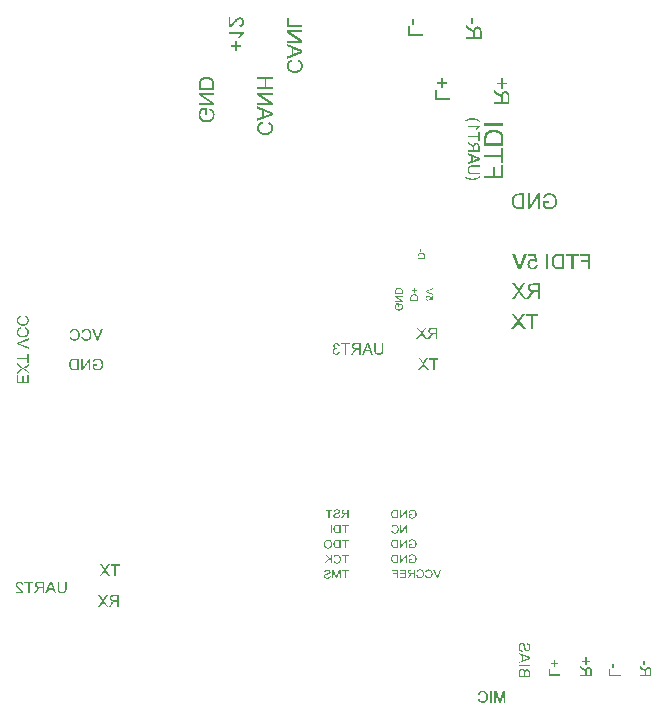
<source format=gbo>
G04 Layer_Color=32896*
%FSAX24Y24*%
%MOIN*%
G70*
G01*
G75*
G36*
X025951Y033448D02*
X026402D01*
Y033380D01*
X025890D01*
Y033700D01*
X025951D01*
Y033448D01*
D02*
G37*
G36*
X026172Y033963D02*
X026311D01*
Y033903D01*
X026172D01*
Y033764D01*
X026113D01*
Y033903D01*
X025973D01*
Y033963D01*
X026113D01*
Y034102D01*
X026172D01*
Y033963D01*
D02*
G37*
G36*
X021482Y035631D02*
X021080D01*
X021482Y035362D01*
Y035293D01*
X020970D01*
Y035358D01*
X021372D01*
X020970Y035627D01*
Y035697D01*
X021482D01*
Y035631D01*
D02*
G37*
G36*
X021031Y035876D02*
X021482D01*
Y035808D01*
X020970D01*
Y036127D01*
X021031D01*
Y035876D01*
D02*
G37*
G36*
X025051Y035578D02*
X025502D01*
Y035510D01*
X024990D01*
Y035830D01*
X025051D01*
Y035578D01*
D02*
G37*
G36*
X028152Y033959D02*
X028291D01*
Y033899D01*
X028152D01*
Y033760D01*
X028093D01*
Y033899D01*
X027953D01*
Y033959D01*
X028093D01*
Y034098D01*
X028152D01*
Y033959D01*
D02*
G37*
G36*
X027079Y035782D02*
X027093Y035772D01*
X027106Y035762D01*
X027118Y035753D01*
X027128Y035744D01*
X027136Y035736D01*
X027142Y035731D01*
X027145Y035727D01*
X027146Y035726D01*
Y035726D01*
X027151Y035720D01*
X027156Y035714D01*
X027164Y035700D01*
X027168Y035694D01*
X027170Y035690D01*
X027172Y035686D01*
X027172Y035685D01*
X027174Y035698D01*
X027177Y035711D01*
X027180Y035722D01*
X027184Y035733D01*
X027188Y035743D01*
X027192Y035752D01*
X027196Y035760D01*
X027200Y035768D01*
X027204Y035774D01*
X027208Y035779D01*
X027211Y035784D01*
X027214Y035788D01*
X027216Y035790D01*
X027218Y035793D01*
X027219Y035794D01*
X027220Y035794D01*
X027227Y035800D01*
X027234Y035806D01*
X027242Y035811D01*
X027250Y035815D01*
X027265Y035821D01*
X027280Y035825D01*
X027292Y035828D01*
X027298Y035828D01*
X027302Y035829D01*
X027306Y035830D01*
X027312D01*
X027327Y035829D01*
X027342Y035826D01*
X027355Y035823D01*
X027366Y035819D01*
X027376Y035815D01*
X027383Y035812D01*
X027386Y035810D01*
X027388Y035809D01*
X027388Y035808D01*
X027389D01*
X027401Y035800D01*
X027412Y035790D01*
X027420Y035781D01*
X027427Y035772D01*
X027432Y035764D01*
X027436Y035757D01*
X027437Y035754D01*
X027438Y035752D01*
X027438Y035752D01*
Y035751D01*
X027441Y035744D01*
X027443Y035736D01*
X027446Y035720D01*
X027449Y035702D01*
X027450Y035686D01*
X027451Y035678D01*
X027451Y035670D01*
Y035664D01*
X027452Y035658D01*
Y035654D01*
Y035650D01*
Y035648D01*
Y035647D01*
Y035420D01*
X026940D01*
Y035488D01*
X027167D01*
Y035567D01*
Y035576D01*
X027166Y035583D01*
Y035590D01*
X027166Y035595D01*
X027165Y035599D01*
Y035602D01*
X027164Y035603D01*
Y035604D01*
X027160Y035615D01*
X027158Y035620D01*
X027156Y035625D01*
X027154Y035629D01*
X027152Y035632D01*
X027151Y035634D01*
X027150Y035634D01*
X027146Y035640D01*
X027141Y035646D01*
X027135Y035652D01*
X027129Y035658D01*
X027124Y035662D01*
X027120Y035666D01*
X027117Y035668D01*
X027116Y035669D01*
X027106Y035677D01*
X027095Y035685D01*
X027083Y035693D01*
X027072Y035701D01*
X027062Y035708D01*
X027057Y035711D01*
X027053Y035714D01*
X027051Y035716D01*
X027048Y035717D01*
X027047Y035718D01*
X027046D01*
X026940Y035786D01*
Y035871D01*
X027079Y035782D01*
D02*
G37*
G36*
X025207Y035878D02*
X025144D01*
Y036071D01*
X025207D01*
Y035878D01*
D02*
G37*
G36*
X028009Y033622D02*
X028023Y033612D01*
X028036Y033602D01*
X028048Y033593D01*
X028058Y033584D01*
X028066Y033576D01*
X028072Y033571D01*
X028075Y033567D01*
X028076Y033566D01*
Y033566D01*
X028081Y033560D01*
X028086Y033554D01*
X028094Y033540D01*
X028098Y033534D01*
X028100Y033530D01*
X028102Y033526D01*
X028102Y033525D01*
X028104Y033538D01*
X028107Y033551D01*
X028110Y033562D01*
X028114Y033573D01*
X028118Y033583D01*
X028122Y033592D01*
X028126Y033600D01*
X028130Y033608D01*
X028134Y033614D01*
X028138Y033619D01*
X028141Y033624D01*
X028144Y033628D01*
X028146Y033630D01*
X028148Y033633D01*
X028149Y033634D01*
X028150Y033634D01*
X028157Y033640D01*
X028164Y033646D01*
X028172Y033651D01*
X028180Y033655D01*
X028195Y033661D01*
X028210Y033665D01*
X028222Y033668D01*
X028228Y033668D01*
X028232Y033669D01*
X028236Y033670D01*
X028242D01*
X028257Y033669D01*
X028272Y033666D01*
X028285Y033663D01*
X028296Y033659D01*
X028306Y033655D01*
X028313Y033652D01*
X028316Y033650D01*
X028318Y033649D01*
X028318Y033648D01*
X028319D01*
X028331Y033640D01*
X028342Y033630D01*
X028350Y033621D01*
X028357Y033612D01*
X028362Y033604D01*
X028365Y033597D01*
X028367Y033594D01*
X028368Y033592D01*
X028368Y033592D01*
Y033591D01*
X028371Y033584D01*
X028373Y033576D01*
X028376Y033560D01*
X028379Y033542D01*
X028380Y033526D01*
X028381Y033518D01*
X028381Y033510D01*
Y033504D01*
X028382Y033498D01*
Y033494D01*
Y033490D01*
Y033488D01*
Y033487D01*
Y033260D01*
X027870D01*
Y033328D01*
X028097D01*
Y033407D01*
Y033416D01*
X028096Y033423D01*
Y033430D01*
X028096Y033435D01*
X028095Y033439D01*
Y033442D01*
X028094Y033443D01*
Y033444D01*
X028090Y033455D01*
X028088Y033460D01*
X028086Y033465D01*
X028084Y033469D01*
X028082Y033472D01*
X028081Y033474D01*
X028080Y033474D01*
X028076Y033480D01*
X028071Y033486D01*
X028065Y033492D01*
X028059Y033498D01*
X028054Y033502D01*
X028050Y033506D01*
X028047Y033508D01*
X028046Y033509D01*
X028036Y033517D01*
X028025Y033525D01*
X028013Y033533D01*
X028002Y033541D01*
X027992Y033548D01*
X027987Y033551D01*
X027983Y033554D01*
X027981Y033556D01*
X027978Y033557D01*
X027977Y033558D01*
X027976D01*
X027870Y033626D01*
Y033711D01*
X028009Y033622D01*
D02*
G37*
G36*
X018313Y034143D02*
X018336Y034140D01*
X018347Y034139D01*
X018357Y034137D01*
X018366Y034135D01*
X018375Y034134D01*
X018383Y034132D01*
X018390Y034130D01*
X018396Y034128D01*
X018401Y034127D01*
X018405Y034125D01*
X018408Y034124D01*
X018410Y034123D01*
X018410D01*
X018430Y034115D01*
X018446Y034105D01*
X018462Y034095D01*
X018474Y034085D01*
X018480Y034081D01*
X018484Y034077D01*
X018488Y034073D01*
X018492Y034069D01*
X018494Y034067D01*
X018496Y034065D01*
X018497Y034063D01*
X018498Y034063D01*
X018507Y034051D01*
X018515Y034038D01*
X018521Y034025D01*
X018526Y034013D01*
X018529Y034003D01*
X018531Y033999D01*
X018532Y033995D01*
X018533Y033992D01*
X018534Y033989D01*
X018534Y033988D01*
Y033987D01*
X018537Y033975D01*
X018539Y033960D01*
X018540Y033945D01*
X018541Y033930D01*
Y033917D01*
X018542Y033911D01*
Y033907D01*
Y033903D01*
Y033899D01*
Y033897D01*
Y033897D01*
Y033720D01*
X018030D01*
Y033905D01*
X018031Y033921D01*
X018031Y033937D01*
X018033Y033951D01*
X018035Y033963D01*
X018036Y033973D01*
X018037Y033977D01*
X018037Y033981D01*
X018038Y033983D01*
Y033985D01*
X018039Y033986D01*
Y033987D01*
X018042Y033999D01*
X018046Y034011D01*
X018051Y034022D01*
X018055Y034031D01*
X018058Y034038D01*
X018061Y034043D01*
X018063Y034047D01*
X018064Y034048D01*
X018071Y034057D01*
X018079Y034067D01*
X018087Y034075D01*
X018094Y034081D01*
X018101Y034087D01*
X018106Y034091D01*
X018109Y034095D01*
X018111Y034095D01*
X018122Y034103D01*
X018135Y034110D01*
X018147Y034116D01*
X018159Y034121D01*
X018169Y034125D01*
X018174Y034126D01*
X018178Y034127D01*
X018181Y034128D01*
X018183Y034129D01*
X018185Y034130D01*
X018185D01*
X018202Y034134D01*
X018220Y034138D01*
X018238Y034140D01*
X018254Y034142D01*
X018261Y034142D01*
X018268Y034143D01*
X018274D01*
X018278Y034144D01*
X018288D01*
X018313Y034143D01*
D02*
G37*
G36*
X020159Y032596D02*
X020147Y032592D01*
X020137Y032589D01*
X020127Y032585D01*
X020117Y032581D01*
X020108Y032576D01*
X020100Y032572D01*
X020093Y032568D01*
X020087Y032563D01*
X020081Y032559D01*
X020076Y032555D01*
X020071Y032551D01*
X020068Y032548D01*
X020065Y032546D01*
X020063Y032544D01*
X020063Y032542D01*
X020062Y032542D01*
X020056Y032534D01*
X020051Y032526D01*
X020047Y032518D01*
X020043Y032510D01*
X020037Y032494D01*
X020033Y032478D01*
X020032Y032472D01*
X020031Y032465D01*
X020031Y032460D01*
X020030Y032454D01*
X020029Y032450D01*
Y032448D01*
Y032446D01*
Y032445D01*
X020031Y032428D01*
X020033Y032412D01*
X020037Y032397D01*
X020041Y032384D01*
X020046Y032373D01*
X020048Y032369D01*
X020049Y032365D01*
X020051Y032362D01*
X020052Y032360D01*
X020053Y032359D01*
Y032358D01*
X020063Y032344D01*
X020075Y032332D01*
X020087Y032322D01*
X020099Y032313D01*
X020109Y032307D01*
X020114Y032305D01*
X020118Y032303D01*
X020121Y032301D01*
X020124Y032299D01*
X020125Y032299D01*
X020126D01*
X020145Y032293D01*
X020164Y032288D01*
X020183Y032285D01*
X020201Y032283D01*
X020209Y032281D01*
X020216D01*
X020223Y032281D01*
X020229Y032280D01*
X020240D01*
X020258Y032281D01*
X020276Y032283D01*
X020293Y032285D01*
X020308Y032288D01*
X020314Y032289D01*
X020320Y032291D01*
X020326Y032292D01*
X020330Y032293D01*
X020334Y032295D01*
X020336Y032295D01*
X020338Y032296D01*
X020338D01*
X020356Y032303D01*
X020370Y032311D01*
X020384Y032321D01*
X020394Y032330D01*
X020403Y032338D01*
X020409Y032345D01*
X020412Y032347D01*
X020413Y032349D01*
X020414Y032351D01*
Y032351D01*
X020420Y032359D01*
X020424Y032367D01*
X020431Y032384D01*
X020436Y032400D01*
X020440Y032416D01*
X020440Y032423D01*
X020442Y032430D01*
X020442Y032436D01*
Y032440D01*
X020443Y032444D01*
Y032448D01*
Y032450D01*
Y032450D01*
X020442Y032469D01*
X020439Y032486D01*
X020435Y032500D01*
X020430Y032513D01*
X020425Y032523D01*
X020423Y032527D01*
X020421Y032530D01*
X020420Y032533D01*
X020418Y032535D01*
X020417Y032536D01*
Y032536D01*
X020412Y032542D01*
X020406Y032548D01*
X020394Y032559D01*
X020380Y032568D01*
X020367Y032575D01*
X020355Y032581D01*
X020350Y032583D01*
X020345Y032585D01*
X020341Y032586D01*
X020338Y032588D01*
X020336Y032588D01*
X020336D01*
X020352Y032655D01*
X020364Y032651D01*
X020377Y032646D01*
X020388Y032640D01*
X020399Y032634D01*
X020408Y032628D01*
X020418Y032622D01*
X020426Y032616D01*
X020433Y032610D01*
X020440Y032604D01*
X020446Y032599D01*
X020450Y032594D01*
X020454Y032590D01*
X020458Y032586D01*
X020460Y032583D01*
X020461Y032582D01*
X020462Y032581D01*
X020468Y032571D01*
X020475Y032560D01*
X020480Y032550D01*
X020484Y032539D01*
X020488Y032528D01*
X020491Y032517D01*
X020496Y032497D01*
X020497Y032488D01*
X020499Y032479D01*
X020499Y032471D01*
X020500Y032464D01*
X020501Y032459D01*
Y032455D01*
Y032452D01*
Y032452D01*
Y032439D01*
X020499Y032427D01*
X020496Y032404D01*
X020491Y032382D01*
X020488Y032373D01*
X020485Y032364D01*
X020482Y032356D01*
X020480Y032349D01*
X020477Y032343D01*
X020474Y032337D01*
X020472Y032333D01*
X020471Y032330D01*
X020470Y032328D01*
X020470Y032327D01*
X020464Y032317D01*
X020457Y032307D01*
X020442Y032290D01*
X020428Y032275D01*
X020413Y032263D01*
X020406Y032257D01*
X020400Y032253D01*
X020394Y032249D01*
X020389Y032246D01*
X020385Y032243D01*
X020382Y032241D01*
X020380Y032241D01*
X020379Y032240D01*
X020368Y032235D01*
X020356Y032230D01*
X020332Y032223D01*
X020309Y032217D01*
X020298Y032215D01*
X020287Y032214D01*
X020277Y032213D01*
X020268Y032211D01*
X020260Y032211D01*
X020253D01*
X020248Y032210D01*
X020240D01*
X020213Y032211D01*
X020187Y032214D01*
X020176Y032216D01*
X020164Y032219D01*
X020154Y032221D01*
X020144Y032223D01*
X020135Y032226D01*
X020127Y032228D01*
X020120Y032231D01*
X020114Y032233D01*
X020109Y032234D01*
X020105Y032235D01*
X020103Y032237D01*
X020103D01*
X020091Y032242D01*
X020080Y032248D01*
X020070Y032254D01*
X020061Y032261D01*
X020051Y032267D01*
X020043Y032274D01*
X020036Y032280D01*
X020030Y032287D01*
X020024Y032293D01*
X020019Y032298D01*
X020015Y032303D01*
X020011Y032307D01*
X020008Y032311D01*
X020006Y032314D01*
X020005Y032315D01*
X020005Y032316D01*
X019999Y032326D01*
X019994Y032337D01*
X019989Y032348D01*
X019985Y032359D01*
X019979Y032382D01*
X019975Y032403D01*
X019974Y032413D01*
X019973Y032422D01*
X019973Y032430D01*
X019972Y032437D01*
X019971Y032443D01*
Y032448D01*
Y032450D01*
Y032451D01*
X019972Y032466D01*
X019973Y032480D01*
X019975Y032493D01*
X019978Y032506D01*
X019981Y032518D01*
X019985Y032529D01*
X019989Y032539D01*
X019993Y032549D01*
X019997Y032557D01*
X020001Y032564D01*
X020005Y032571D01*
X020008Y032576D01*
X020011Y032581D01*
X020013Y032584D01*
X020014Y032586D01*
X020015Y032586D01*
X020023Y032596D01*
X020033Y032606D01*
X020043Y032614D01*
X020053Y032622D01*
X020064Y032629D01*
X020074Y032635D01*
X020085Y032641D01*
X020095Y032646D01*
X020105Y032650D01*
X020113Y032654D01*
X020121Y032657D01*
X020128Y032660D01*
X020134Y032661D01*
X020139Y032662D01*
X020141Y032664D01*
X020142D01*
X020159Y032596D01*
D02*
G37*
G36*
X018291Y032886D02*
X018230D01*
Y033037D01*
X018135D01*
X018127Y033028D01*
X018121Y033018D01*
X018115Y033007D01*
X018109Y032997D01*
X018105Y032988D01*
X018101Y032980D01*
X018101Y032977D01*
X018099Y032975D01*
X018099Y032974D01*
Y032973D01*
X018093Y032957D01*
X018089Y032942D01*
X018086Y032928D01*
X018084Y032914D01*
X018083Y032903D01*
Y032898D01*
X018082Y032894D01*
Y032892D01*
Y032889D01*
Y032888D01*
Y032887D01*
X018083Y032868D01*
X018085Y032850D01*
X018089Y032834D01*
X018093Y032820D01*
X018095Y032814D01*
X018097Y032808D01*
X018099Y032803D01*
X018101Y032799D01*
X018102Y032796D01*
X018103Y032793D01*
X018104Y032792D01*
Y032791D01*
X018113Y032775D01*
X018124Y032762D01*
X018136Y032750D01*
X018147Y032741D01*
X018157Y032733D01*
X018161Y032730D01*
X018165Y032728D01*
X018168Y032726D01*
X018171Y032725D01*
X018172Y032723D01*
X018173D01*
X018191Y032715D01*
X018210Y032710D01*
X018229Y032706D01*
X018247Y032703D01*
X018255Y032702D01*
X018263Y032701D01*
X018270Y032701D01*
X018276D01*
X018280Y032700D01*
X018287D01*
X018308Y032701D01*
X018327Y032703D01*
X018344Y032706D01*
X018360Y032710D01*
X018366Y032711D01*
X018372Y032713D01*
X018378Y032715D01*
X018382Y032717D01*
X018386Y032717D01*
X018388Y032719D01*
X018390Y032719D01*
X018390D01*
X018400Y032724D01*
X018410Y032729D01*
X018419Y032735D01*
X018426Y032739D01*
X018432Y032744D01*
X018437Y032748D01*
X018440Y032751D01*
X018441Y032751D01*
X018449Y032759D01*
X018457Y032769D01*
X018463Y032778D01*
X018468Y032787D01*
X018473Y032794D01*
X018476Y032801D01*
X018478Y032804D01*
X018478Y032805D01*
Y032806D01*
X018483Y032819D01*
X018487Y032832D01*
X018490Y032846D01*
X018491Y032859D01*
X018492Y032870D01*
Y032874D01*
X018493Y032878D01*
Y032882D01*
Y032884D01*
Y032886D01*
Y032886D01*
X018492Y032900D01*
X018491Y032914D01*
X018488Y032926D01*
X018486Y032936D01*
X018484Y032944D01*
X018481Y032951D01*
X018480Y032955D01*
X018479Y032956D01*
Y032956D01*
X018474Y032968D01*
X018468Y032978D01*
X018462Y032986D01*
X018456Y032993D01*
X018451Y032998D01*
X018447Y033002D01*
X018444Y033005D01*
X018443Y033006D01*
X018434Y033012D01*
X018424Y033018D01*
X018414Y033022D01*
X018404Y033026D01*
X018395Y033030D01*
X018388Y033032D01*
X018386Y033033D01*
X018384Y033034D01*
X018382Y033034D01*
X018382D01*
X018398Y033096D01*
X018417Y033090D01*
X018434Y033084D01*
X018448Y033078D01*
X018460Y033071D01*
X018470Y033065D01*
X018474Y033063D01*
X018476Y033060D01*
X018479Y033059D01*
X018481Y033058D01*
X018482Y033056D01*
X018482D01*
X018494Y033046D01*
X018504Y033035D01*
X018512Y033023D01*
X018520Y033012D01*
X018525Y033002D01*
X018527Y032998D01*
X018529Y032994D01*
X018530Y032990D01*
X018532Y032988D01*
X018532Y032987D01*
Y032986D01*
X018538Y032969D01*
X018543Y032952D01*
X018546Y032935D01*
X018549Y032919D01*
X018549Y032912D01*
X018550Y032906D01*
Y032900D01*
X018551Y032895D01*
Y032891D01*
Y032888D01*
Y032886D01*
Y032886D01*
X018550Y032872D01*
X018549Y032858D01*
X018546Y032832D01*
X018543Y032820D01*
X018541Y032810D01*
X018538Y032799D01*
X018535Y032790D01*
X018532Y032781D01*
X018529Y032773D01*
X018526Y032767D01*
X018524Y032761D01*
X018522Y032757D01*
X018520Y032753D01*
X018520Y032751D01*
X018519Y032751D01*
X018513Y032740D01*
X018506Y032730D01*
X018491Y032712D01*
X018483Y032704D01*
X018475Y032697D01*
X018467Y032690D01*
X018459Y032684D01*
X018452Y032679D01*
X018445Y032674D01*
X018439Y032670D01*
X018434Y032667D01*
X018429Y032664D01*
X018426Y032662D01*
X018424Y032661D01*
X018423Y032661D01*
X018411Y032655D01*
X018398Y032651D01*
X018374Y032643D01*
X018350Y032637D01*
X018339Y032635D01*
X018329Y032634D01*
X018319Y032633D01*
X018310Y032631D01*
X018302Y032631D01*
X018296D01*
X018290Y032630D01*
X018283D01*
X018269Y032631D01*
X018256Y032631D01*
X018230Y032635D01*
X018218Y032637D01*
X018207Y032640D01*
X018197Y032643D01*
X018187Y032646D01*
X018178Y032649D01*
X018170Y032651D01*
X018163Y032654D01*
X018157Y032657D01*
X018153Y032659D01*
X018149Y032660D01*
X018147Y032661D01*
X018147D01*
X018135Y032667D01*
X018125Y032674D01*
X018115Y032681D01*
X018107Y032689D01*
X018098Y032697D01*
X018091Y032705D01*
X018083Y032712D01*
X018077Y032719D01*
X018072Y032727D01*
X018067Y032733D01*
X018063Y032739D01*
X018059Y032744D01*
X018057Y032748D01*
X018055Y032751D01*
X018054Y032753D01*
X018053Y032754D01*
X018048Y032766D01*
X018043Y032778D01*
X018035Y032801D01*
X018029Y032824D01*
X018027Y032835D01*
X018025Y032846D01*
X018024Y032855D01*
X018023Y032864D01*
X018022Y032872D01*
Y032878D01*
X018021Y032884D01*
Y032888D01*
Y032890D01*
Y032891D01*
X018022Y032912D01*
X018025Y032932D01*
X018028Y032950D01*
X018031Y032967D01*
X018033Y032974D01*
X018035Y032980D01*
X018037Y032986D01*
X018038Y032991D01*
X018039Y032995D01*
X018041Y032998D01*
X018041Y033000D01*
Y033000D01*
X018049Y033020D01*
X018059Y033039D01*
X018069Y033056D01*
X018079Y033072D01*
X018083Y033079D01*
X018087Y033085D01*
X018091Y033090D01*
X018094Y033095D01*
X018097Y033099D01*
X018099Y033102D01*
X018100Y033103D01*
X018101Y033104D01*
X018291D01*
Y032886D01*
D02*
G37*
G36*
X018542Y033541D02*
X018140D01*
X018542Y033272D01*
Y033203D01*
X018030D01*
Y033268D01*
X018432D01*
X018030Y033536D01*
Y033606D01*
X018542D01*
Y033541D01*
D02*
G37*
G36*
X020492Y032960D02*
Y032886D01*
X019980Y032691D01*
Y032762D01*
X020135Y032818D01*
Y033033D01*
X019980Y033092D01*
Y033168D01*
X020492Y032960D01*
D02*
G37*
G36*
X021149Y034666D02*
X021137Y034662D01*
X021127Y034659D01*
X021117Y034655D01*
X021107Y034651D01*
X021098Y034646D01*
X021090Y034642D01*
X021083Y034638D01*
X021077Y034633D01*
X021071Y034629D01*
X021066Y034625D01*
X021061Y034621D01*
X021058Y034618D01*
X021055Y034616D01*
X021053Y034614D01*
X021053Y034612D01*
X021052Y034612D01*
X021046Y034604D01*
X021041Y034596D01*
X021037Y034588D01*
X021033Y034580D01*
X021027Y034564D01*
X021023Y034548D01*
X021022Y034542D01*
X021021Y034535D01*
X021021Y034530D01*
X021020Y034524D01*
X021019Y034520D01*
Y034518D01*
Y034516D01*
Y034515D01*
X021021Y034498D01*
X021023Y034482D01*
X021027Y034467D01*
X021031Y034454D01*
X021036Y034443D01*
X021038Y034439D01*
X021039Y034435D01*
X021041Y034432D01*
X021042Y034430D01*
X021043Y034429D01*
Y034428D01*
X021053Y034414D01*
X021065Y034402D01*
X021077Y034392D01*
X021089Y034383D01*
X021099Y034377D01*
X021104Y034375D01*
X021108Y034373D01*
X021111Y034371D01*
X021114Y034369D01*
X021115Y034369D01*
X021116D01*
X021135Y034363D01*
X021154Y034358D01*
X021173Y034355D01*
X021191Y034353D01*
X021199Y034351D01*
X021206D01*
X021213Y034351D01*
X021219Y034350D01*
X021230D01*
X021248Y034351D01*
X021266Y034353D01*
X021283Y034355D01*
X021298Y034358D01*
X021304Y034359D01*
X021310Y034361D01*
X021316Y034362D01*
X021320Y034363D01*
X021324Y034365D01*
X021326Y034365D01*
X021328Y034366D01*
X021328D01*
X021346Y034373D01*
X021360Y034381D01*
X021374Y034391D01*
X021384Y034400D01*
X021393Y034408D01*
X021399Y034415D01*
X021402Y034417D01*
X021403Y034419D01*
X021404Y034421D01*
Y034421D01*
X021410Y034429D01*
X021414Y034437D01*
X021421Y034454D01*
X021426Y034470D01*
X021430Y034486D01*
X021430Y034493D01*
X021432Y034500D01*
X021432Y034506D01*
Y034510D01*
X021433Y034514D01*
Y034518D01*
Y034520D01*
Y034520D01*
X021432Y034539D01*
X021429Y034556D01*
X021425Y034570D01*
X021420Y034583D01*
X021415Y034593D01*
X021413Y034597D01*
X021411Y034600D01*
X021410Y034603D01*
X021408Y034605D01*
X021407Y034606D01*
Y034606D01*
X021402Y034612D01*
X021396Y034618D01*
X021384Y034629D01*
X021370Y034638D01*
X021357Y034645D01*
X021345Y034651D01*
X021340Y034653D01*
X021335Y034655D01*
X021331Y034656D01*
X021328Y034658D01*
X021326Y034658D01*
X021326D01*
X021342Y034725D01*
X021354Y034721D01*
X021367Y034716D01*
X021378Y034710D01*
X021389Y034704D01*
X021398Y034698D01*
X021408Y034692D01*
X021416Y034686D01*
X021423Y034680D01*
X021430Y034674D01*
X021436Y034669D01*
X021440Y034664D01*
X021444Y034660D01*
X021448Y034656D01*
X021450Y034653D01*
X021451Y034652D01*
X021452Y034651D01*
X021458Y034641D01*
X021465Y034630D01*
X021470Y034620D01*
X021474Y034609D01*
X021478Y034598D01*
X021481Y034587D01*
X021486Y034567D01*
X021487Y034558D01*
X021489Y034549D01*
X021489Y034541D01*
X021490Y034534D01*
X021491Y034529D01*
Y034525D01*
Y034522D01*
Y034522D01*
Y034509D01*
X021489Y034497D01*
X021486Y034474D01*
X021481Y034452D01*
X021478Y034443D01*
X021475Y034434D01*
X021472Y034426D01*
X021470Y034419D01*
X021467Y034413D01*
X021464Y034407D01*
X021462Y034403D01*
X021461Y034400D01*
X021460Y034398D01*
X021460Y034397D01*
X021454Y034387D01*
X021447Y034377D01*
X021432Y034360D01*
X021418Y034345D01*
X021403Y034333D01*
X021396Y034327D01*
X021390Y034323D01*
X021384Y034319D01*
X021379Y034316D01*
X021375Y034313D01*
X021372Y034311D01*
X021370Y034311D01*
X021369Y034310D01*
X021358Y034305D01*
X021346Y034300D01*
X021322Y034293D01*
X021299Y034287D01*
X021288Y034285D01*
X021277Y034284D01*
X021267Y034283D01*
X021258Y034281D01*
X021250Y034281D01*
X021243D01*
X021238Y034280D01*
X021230D01*
X021203Y034281D01*
X021177Y034284D01*
X021166Y034286D01*
X021154Y034289D01*
X021144Y034291D01*
X021134Y034293D01*
X021125Y034296D01*
X021117Y034298D01*
X021110Y034301D01*
X021104Y034303D01*
X021099Y034304D01*
X021095Y034305D01*
X021093Y034307D01*
X021093D01*
X021081Y034312D01*
X021070Y034318D01*
X021060Y034324D01*
X021051Y034331D01*
X021041Y034337D01*
X021033Y034344D01*
X021026Y034350D01*
X021020Y034357D01*
X021014Y034363D01*
X021009Y034368D01*
X021005Y034373D01*
X021001Y034377D01*
X020998Y034381D01*
X020996Y034384D01*
X020995Y034385D01*
X020995Y034386D01*
X020989Y034396D01*
X020984Y034407D01*
X020979Y034418D01*
X020975Y034429D01*
X020969Y034452D01*
X020965Y034473D01*
X020964Y034483D01*
X020963Y034492D01*
X020963Y034500D01*
X020962Y034507D01*
X020961Y034513D01*
Y034518D01*
Y034520D01*
Y034521D01*
X020962Y034536D01*
X020963Y034550D01*
X020965Y034563D01*
X020968Y034576D01*
X020971Y034588D01*
X020975Y034599D01*
X020979Y034609D01*
X020983Y034619D01*
X020987Y034627D01*
X020991Y034634D01*
X020995Y034641D01*
X020998Y034646D01*
X021001Y034651D01*
X021003Y034654D01*
X021004Y034656D01*
X021005Y034656D01*
X021013Y034666D01*
X021023Y034676D01*
X021033Y034684D01*
X021043Y034692D01*
X021054Y034699D01*
X021064Y034705D01*
X021075Y034711D01*
X021085Y034716D01*
X021095Y034720D01*
X021103Y034724D01*
X021111Y034727D01*
X021118Y034730D01*
X021124Y034731D01*
X021129Y034732D01*
X021131Y034734D01*
X021132D01*
X021149Y034666D01*
D02*
G37*
G36*
X021482Y035030D02*
Y034956D01*
X020970Y034761D01*
Y034832D01*
X021125Y034888D01*
Y035103D01*
X020970Y035162D01*
Y035238D01*
X021482Y035030D01*
D02*
G37*
G36*
X020492Y033561D02*
X020090D01*
X020492Y033292D01*
Y033223D01*
X019980D01*
Y033288D01*
X020382D01*
X019980Y033557D01*
Y033627D01*
X020492D01*
Y033561D01*
D02*
G37*
G36*
Y034076D02*
X020282D01*
Y033811D01*
X020492D01*
Y033743D01*
X019980D01*
Y033811D01*
X020221D01*
Y034076D01*
X019980D01*
Y034144D01*
X020492D01*
Y034076D01*
D02*
G37*
G36*
X022346Y018723D02*
X022357Y018721D01*
X022367Y018720D01*
X022376Y018717D01*
X022385Y018714D01*
X022393Y018711D01*
X022401Y018707D01*
X022408Y018703D01*
X022414Y018699D01*
X022419Y018695D01*
X022424Y018692D01*
X022427Y018689D01*
X022431Y018686D01*
X022433Y018684D01*
X022434Y018683D01*
X022435Y018682D01*
X022441Y018674D01*
X022447Y018666D01*
X022452Y018657D01*
X022457Y018648D01*
X022460Y018638D01*
X022464Y018629D01*
X022466Y018620D01*
X022468Y018611D01*
X022469Y018603D01*
X022471Y018595D01*
X022472Y018588D01*
X022472Y018582D01*
X022473Y018577D01*
X022473Y018573D01*
Y018572D01*
Y018571D01*
Y018571D01*
Y018570D01*
X022473Y018563D01*
X022472Y018556D01*
X022470Y018543D01*
X022468Y018531D01*
X022466Y018525D01*
X022465Y018520D01*
X022463Y018515D01*
X022462Y018511D01*
X022460Y018507D01*
X022459Y018504D01*
X022458Y018502D01*
X022457Y018500D01*
X022456Y018499D01*
Y018498D01*
X022450Y018486D01*
X022442Y018475D01*
X022438Y018471D01*
X022434Y018466D01*
X022430Y018462D01*
X022426Y018458D01*
X022422Y018455D01*
X022419Y018453D01*
X022416Y018450D01*
X022413Y018448D01*
X022411Y018447D01*
X022410Y018445D01*
X022408Y018445D01*
X022408Y018445D01*
X022402Y018441D01*
X022396Y018438D01*
X022390Y018436D01*
X022383Y018433D01*
X022371Y018430D01*
X022360Y018428D01*
X022354Y018427D01*
X022350Y018426D01*
X022346Y018426D01*
X022342Y018426D01*
X022339Y018425D01*
X022335D01*
X022328Y018426D01*
X022321Y018426D01*
X022309Y018428D01*
X022297Y018431D01*
X022291Y018432D01*
X022286Y018434D01*
X022282Y018436D01*
X022278Y018437D01*
X022274Y018439D01*
X022271Y018440D01*
X022269Y018441D01*
X022267Y018442D01*
X022266Y018443D01*
X022266D01*
X022260Y018446D01*
X022254Y018450D01*
X022244Y018458D01*
X022235Y018467D01*
X022231Y018471D01*
X022228Y018475D01*
X022225Y018479D01*
X022222Y018483D01*
X022220Y018486D01*
X022219Y018489D01*
X022217Y018491D01*
X022216Y018493D01*
X022216Y018494D01*
X022215Y018495D01*
X022212Y018502D01*
X022209Y018508D01*
X022205Y018522D01*
X022202Y018535D01*
X022201Y018541D01*
X022199Y018547D01*
X022199Y018553D01*
X022198Y018558D01*
X022198Y018562D01*
Y018566D01*
X022197Y018570D01*
Y018572D01*
Y018573D01*
Y018574D01*
Y018582D01*
X022198Y018589D01*
X022200Y018604D01*
X022201Y018611D01*
X022202Y018617D01*
X022204Y018623D01*
X022206Y018628D01*
X022207Y018633D01*
X022209Y018638D01*
X022210Y018642D01*
X022211Y018645D01*
X022213Y018648D01*
X022213Y018649D01*
X022214Y018650D01*
X022214Y018651D01*
X022221Y018663D01*
X022225Y018669D01*
X022229Y018674D01*
X022233Y018678D01*
X022237Y018683D01*
X022241Y018687D01*
X022245Y018690D01*
X022249Y018694D01*
X022252Y018696D01*
X022255Y018699D01*
X022258Y018701D01*
X022260Y018702D01*
X022262Y018703D01*
X022263Y018704D01*
X022263Y018704D01*
X022269Y018707D01*
X022276Y018711D01*
X022282Y018713D01*
X022288Y018715D01*
X022300Y018719D01*
X022311Y018721D01*
X022316Y018722D01*
X022321Y018722D01*
X022325Y018722D01*
X022328Y018723D01*
X022331Y018723D01*
X022335D01*
X022346Y018723D01*
D02*
G37*
G36*
X022752Y018430D02*
X022648D01*
X022639Y018430D01*
X022630Y018431D01*
X022622Y018432D01*
X022615Y018433D01*
X022610Y018433D01*
X022608Y018434D01*
X022606Y018434D01*
X022604Y018434D01*
X022603D01*
X022603Y018435D01*
X022602D01*
X022595Y018437D01*
X022588Y018439D01*
X022582Y018442D01*
X022578Y018444D01*
X022573Y018446D01*
X022570Y018448D01*
X022569Y018449D01*
X022568Y018449D01*
X022562Y018453D01*
X022557Y018457D01*
X022553Y018462D01*
X022549Y018466D01*
X022546Y018470D01*
X022543Y018473D01*
X022541Y018475D01*
X022541Y018475D01*
X022537Y018482D01*
X022533Y018489D01*
X022529Y018496D01*
X022527Y018503D01*
X022525Y018508D01*
X022524Y018511D01*
X022523Y018513D01*
X022522Y018515D01*
X022522Y018516D01*
X022522Y018517D01*
Y018517D01*
X022519Y018527D01*
X022517Y018537D01*
X022516Y018547D01*
X022515Y018556D01*
X022515Y018560D01*
X022514Y018564D01*
Y018567D01*
X022514Y018570D01*
Y018572D01*
Y018574D01*
Y018575D01*
Y018576D01*
X022514Y018589D01*
X022516Y018602D01*
X022516Y018608D01*
X022517Y018614D01*
X022519Y018619D01*
X022519Y018624D01*
X022520Y018629D01*
X022522Y018633D01*
X022523Y018636D01*
X022524Y018639D01*
X022524Y018641D01*
X022525Y018643D01*
X022525Y018644D01*
Y018644D01*
X022530Y018655D01*
X022536Y018664D01*
X022541Y018673D01*
X022547Y018680D01*
X022549Y018683D01*
X022552Y018686D01*
X022554Y018688D01*
X022556Y018690D01*
X022557Y018691D01*
X022558Y018693D01*
X022559Y018693D01*
X022559Y018693D01*
X022566Y018699D01*
X022573Y018703D01*
X022580Y018706D01*
X022587Y018709D01*
X022593Y018711D01*
X022596Y018712D01*
X022598Y018713D01*
X022599Y018713D01*
X022601Y018714D01*
X022601Y018714D01*
X022602D01*
X022609Y018715D01*
X022617Y018716D01*
X022626Y018717D01*
X022634Y018718D01*
X022641D01*
X022645Y018718D01*
X022752D01*
Y018430D01*
D02*
G37*
G36*
Y018930D02*
X022648D01*
X022639Y018930D01*
X022630Y018931D01*
X022622Y018931D01*
X022615Y018933D01*
X022610Y018933D01*
X022608Y018934D01*
X022606Y018934D01*
X022604Y018935D01*
X022603D01*
X022603Y018935D01*
X022602D01*
X022595Y018937D01*
X022588Y018939D01*
X022582Y018942D01*
X022578Y018944D01*
X022573Y018946D01*
X022570Y018948D01*
X022569Y018949D01*
X022568Y018949D01*
X022562Y018953D01*
X022557Y018957D01*
X022553Y018962D01*
X022549Y018966D01*
X022546Y018970D01*
X022543Y018973D01*
X022541Y018975D01*
X022541Y018975D01*
X022537Y018982D01*
X022533Y018989D01*
X022529Y018996D01*
X022527Y019003D01*
X022525Y019008D01*
X022524Y019011D01*
X022523Y019013D01*
X022522Y019015D01*
X022522Y019016D01*
X022522Y019017D01*
Y019017D01*
X022519Y019027D01*
X022517Y019037D01*
X022516Y019047D01*
X022515Y019056D01*
X022515Y019060D01*
X022514Y019064D01*
Y019067D01*
X022514Y019070D01*
Y019073D01*
Y019074D01*
Y019075D01*
Y019075D01*
X022514Y019089D01*
X022516Y019102D01*
X022516Y019109D01*
X022517Y019114D01*
X022519Y019119D01*
X022519Y019124D01*
X022520Y019129D01*
X022522Y019132D01*
X022523Y019136D01*
X022524Y019139D01*
X022524Y019141D01*
X022525Y019143D01*
X022525Y019144D01*
Y019144D01*
X022530Y019155D01*
X022536Y019164D01*
X022541Y019173D01*
X022547Y019180D01*
X022549Y019183D01*
X022552Y019186D01*
X022554Y019188D01*
X022556Y019190D01*
X022557Y019191D01*
X022558Y019193D01*
X022559Y019193D01*
X022559Y019193D01*
X022566Y019198D01*
X022573Y019203D01*
X022580Y019206D01*
X022587Y019209D01*
X022593Y019211D01*
X022596Y019212D01*
X022598Y019213D01*
X022599Y019213D01*
X022601Y019214D01*
X022601Y019214D01*
X022602D01*
X022609Y019215D01*
X022617Y019217D01*
X022626Y019217D01*
X022634Y019218D01*
X022641D01*
X022645Y019218D01*
X022752D01*
Y018930D01*
D02*
G37*
G36*
X023020Y019184D02*
X022925D01*
Y018930D01*
X022887D01*
Y019184D01*
X022792D01*
Y019218D01*
X023020D01*
Y019184D01*
D02*
G37*
G36*
Y018684D02*
X022925D01*
Y018430D01*
X022887D01*
Y018684D01*
X022792D01*
Y018718D01*
X023020D01*
Y018684D01*
D02*
G37*
G36*
X022463Y017930D02*
X022424D01*
Y018030D01*
X022378Y018075D01*
X022275Y017930D01*
X022224D01*
X022351Y018101D01*
X022229Y018218D01*
X022281D01*
X022424Y018075D01*
Y018218D01*
X022463D01*
Y017930D01*
D02*
G37*
G36*
X022328Y017723D02*
X022338Y017722D01*
X022347Y017720D01*
X022355Y017718D01*
X022358Y017717D01*
X022361Y017716D01*
X022364Y017715D01*
X022366Y017715D01*
X022368Y017714D01*
X022369Y017714D01*
X022370Y017713D01*
X022370D01*
X022378Y017709D01*
X022386Y017704D01*
X022392Y017700D01*
X022397Y017695D01*
X022401Y017691D01*
X022404Y017687D01*
X022405Y017685D01*
X022406Y017685D01*
Y017684D01*
X022410Y017677D01*
X022413Y017670D01*
X022415Y017663D01*
X022417Y017657D01*
X022418Y017651D01*
X022418Y017647D01*
X022418Y017646D01*
Y017644D01*
Y017644D01*
Y017643D01*
X022418Y017636D01*
X022417Y017629D01*
X022415Y017623D01*
X022414Y017618D01*
X022412Y017613D01*
X022410Y017610D01*
X022409Y017608D01*
X022409Y017608D01*
Y017607D01*
X022405Y017602D01*
X022400Y017596D01*
X022394Y017592D01*
X022390Y017588D01*
X022385Y017585D01*
X022381Y017583D01*
X022380Y017582D01*
X022379Y017581D01*
X022378Y017581D01*
X022378D01*
X022375Y017579D01*
X022371Y017577D01*
X022363Y017574D01*
X022353Y017571D01*
X022344Y017568D01*
X022336Y017566D01*
X022332Y017565D01*
X022329Y017564D01*
X022326Y017564D01*
X022324Y017563D01*
X022323Y017562D01*
X022322D01*
X022315Y017560D01*
X022309Y017559D01*
X022303Y017557D01*
X022298Y017556D01*
X022293Y017555D01*
X022289Y017554D01*
X022285Y017553D01*
X022282Y017552D01*
X022279Y017551D01*
X022277Y017550D01*
X022275Y017550D01*
X022273Y017549D01*
X022272Y017549D01*
X022271Y017549D01*
X022265Y017546D01*
X022260Y017543D01*
X022255Y017540D01*
X022251Y017538D01*
X022249Y017535D01*
X022247Y017534D01*
X022246Y017532D01*
X022245Y017532D01*
X022243Y017528D01*
X022240Y017524D01*
X022239Y017520D01*
X022238Y017516D01*
X022237Y017513D01*
X022237Y017510D01*
Y017509D01*
Y017508D01*
X022237Y017503D01*
X022238Y017499D01*
X022240Y017494D01*
X022241Y017491D01*
X022243Y017488D01*
X022244Y017485D01*
X022245Y017484D01*
X022245Y017483D01*
X022249Y017479D01*
X022253Y017476D01*
X022257Y017473D01*
X022261Y017470D01*
X022265Y017468D01*
X022268Y017467D01*
X022270Y017466D01*
X022270Y017466D01*
X022270D01*
X022277Y017463D01*
X022283Y017462D01*
X022290Y017461D01*
X022295Y017460D01*
X022301Y017460D01*
X022305Y017459D01*
X022309D01*
X022318Y017460D01*
X022326Y017460D01*
X022333Y017462D01*
X022340Y017463D01*
X022345Y017465D01*
X022348Y017466D01*
X022350Y017466D01*
X022351Y017467D01*
X022352Y017467D01*
X022352Y017467D01*
X022353D01*
X022360Y017471D01*
X022366Y017475D01*
X022371Y017478D01*
X022375Y017482D01*
X022378Y017485D01*
X022380Y017488D01*
X022381Y017489D01*
X022382Y017490D01*
X022385Y017496D01*
X022387Y017502D01*
X022390Y017508D01*
X022391Y017513D01*
X022392Y017519D01*
X022393Y017522D01*
Y017524D01*
X022393Y017525D01*
Y017526D01*
Y017526D01*
X022429Y017523D01*
X022429Y017513D01*
X022427Y017502D01*
X022424Y017494D01*
X022421Y017486D01*
X022420Y017483D01*
X022418Y017479D01*
X022417Y017477D01*
X022416Y017475D01*
X022415Y017473D01*
X022414Y017472D01*
X022414Y017471D01*
Y017471D01*
X022408Y017463D01*
X022401Y017456D01*
X022394Y017450D01*
X022387Y017445D01*
X022381Y017441D01*
X022379Y017440D01*
X022377Y017439D01*
X022375Y017437D01*
X022373Y017437D01*
X022373Y017436D01*
X022372D01*
X022362Y017433D01*
X022351Y017430D01*
X022340Y017428D01*
X022330Y017427D01*
X022325Y017426D01*
X022321Y017426D01*
X022317Y017426D01*
X022313D01*
X022311Y017425D01*
X022307D01*
X022295Y017426D01*
X022285Y017427D01*
X022276Y017429D01*
X022268Y017431D01*
X022264Y017432D01*
X022261Y017433D01*
X022258Y017434D01*
X022256Y017435D01*
X022254Y017435D01*
X022253Y017436D01*
X022252Y017436D01*
X022252D01*
X022243Y017441D01*
X022235Y017446D01*
X022229Y017451D01*
X022223Y017456D01*
X022219Y017461D01*
X022216Y017464D01*
X022215Y017466D01*
X022215Y017467D01*
X022214Y017467D01*
Y017468D01*
X022209Y017475D01*
X022206Y017483D01*
X022204Y017490D01*
X022202Y017497D01*
X022201Y017503D01*
X022201Y017505D01*
Y017507D01*
X022200Y017509D01*
Y017510D01*
Y017511D01*
Y017511D01*
X022201Y017520D01*
X022202Y017527D01*
X022204Y017534D01*
X022206Y017540D01*
X022209Y017545D01*
X022211Y017549D01*
X022211Y017550D01*
X022212Y017551D01*
X022213Y017551D01*
Y017552D01*
X022218Y017558D01*
X022223Y017564D01*
X022229Y017569D01*
X022236Y017574D01*
X022241Y017577D01*
X022246Y017579D01*
X022248Y017580D01*
X022249Y017581D01*
X022249Y017581D01*
X022250D01*
X022253Y017583D01*
X022257Y017585D01*
X022262Y017586D01*
X022267Y017588D01*
X022278Y017591D01*
X022288Y017593D01*
X022293Y017595D01*
X022298Y017596D01*
X022302Y017597D01*
X022306Y017598D01*
X022309Y017599D01*
X022312Y017600D01*
X022313Y017600D01*
X022313D01*
X022322Y017602D01*
X022329Y017604D01*
X022336Y017606D01*
X022342Y017607D01*
X022347Y017609D01*
X022352Y017611D01*
X022356Y017613D01*
X022360Y017614D01*
X022362Y017615D01*
X022365Y017616D01*
X022367Y017617D01*
X022368Y017619D01*
X022369Y017619D01*
X022370Y017620D01*
X022371Y017620D01*
X022375Y017624D01*
X022377Y017628D01*
X022379Y017632D01*
X022380Y017637D01*
X022381Y017640D01*
X022382Y017643D01*
Y017645D01*
Y017646D01*
X022381Y017652D01*
X022379Y017658D01*
X022377Y017663D01*
X022374Y017668D01*
X022371Y017672D01*
X022369Y017674D01*
X022367Y017676D01*
X022366Y017676D01*
X022363Y017679D01*
X022359Y017680D01*
X022351Y017684D01*
X022343Y017686D01*
X022335Y017688D01*
X022327Y017688D01*
X022324Y017689D01*
X022321Y017689D01*
X022310D01*
X022304Y017688D01*
X022299Y017688D01*
X022294Y017687D01*
X022290Y017686D01*
X022285Y017685D01*
X022282Y017684D01*
X022278Y017682D01*
X022276Y017681D01*
X022273Y017680D01*
X022271Y017679D01*
X022269Y017678D01*
X022268Y017676D01*
X022267Y017676D01*
X022266Y017675D01*
X022260Y017670D01*
X022255Y017663D01*
X022252Y017656D01*
X022249Y017650D01*
X022248Y017644D01*
X022247Y017641D01*
X022246Y017639D01*
X022246Y017637D01*
X022246Y017636D01*
Y017635D01*
Y017634D01*
X022209Y017637D01*
X022210Y017646D01*
X022211Y017655D01*
X022214Y017662D01*
X022216Y017669D01*
X022219Y017674D01*
X022220Y017677D01*
X022221Y017679D01*
X022222Y017680D01*
X022222Y017681D01*
X022223Y017682D01*
Y017682D01*
X022228Y017689D01*
X022235Y017695D01*
X022241Y017701D01*
X022247Y017705D01*
X022252Y017708D01*
X022257Y017711D01*
X022259Y017712D01*
X022260Y017712D01*
X022261Y017713D01*
X022261D01*
X022270Y017716D01*
X022280Y017719D01*
X022290Y017721D01*
X022298Y017722D01*
X022302Y017723D01*
X022306Y017723D01*
X022309D01*
X022312Y017723D01*
X022317D01*
X022328Y017723D01*
D02*
G37*
G36*
X023020Y018184D02*
X022925D01*
Y017930D01*
X022887D01*
Y018184D01*
X022792D01*
Y018218D01*
X023020D01*
Y018184D01*
D02*
G37*
G36*
X022641Y018223D02*
X022654Y018221D01*
X022666Y018218D01*
X022672Y018216D01*
X022677Y018215D01*
X022681Y018213D01*
X022685Y018211D01*
X022689Y018210D01*
X022692Y018208D01*
X022694Y018207D01*
X022696Y018206D01*
X022697Y018206D01*
X022698Y018206D01*
X022703Y018202D01*
X022709Y018198D01*
X022719Y018190D01*
X022727Y018182D01*
X022734Y018174D01*
X022737Y018170D01*
X022740Y018166D01*
X022742Y018163D01*
X022743Y018160D01*
X022745Y018158D01*
X022746Y018156D01*
X022746Y018155D01*
X022747Y018155D01*
X022750Y018148D01*
X022752Y018141D01*
X022756Y018128D01*
X022759Y018115D01*
X022761Y018109D01*
X022761Y018103D01*
X022762Y018097D01*
X022763Y018092D01*
X022763Y018088D01*
Y018084D01*
X022764Y018081D01*
Y018078D01*
Y018077D01*
Y018076D01*
X022763Y018061D01*
X022761Y018047D01*
X022760Y018040D01*
X022759Y018034D01*
X022757Y018028D01*
X022756Y018022D01*
X022754Y018017D01*
X022753Y018012D01*
X022752Y018009D01*
X022751Y018005D01*
X022750Y018003D01*
X022749Y018001D01*
X022748Y017999D01*
Y017999D01*
X022745Y017993D01*
X022742Y017986D01*
X022739Y017981D01*
X022735Y017975D01*
X022731Y017970D01*
X022727Y017966D01*
X022724Y017961D01*
X022720Y017958D01*
X022717Y017955D01*
X022714Y017952D01*
X022711Y017950D01*
X022709Y017948D01*
X022706Y017946D01*
X022705Y017945D01*
X022704Y017944D01*
X022704Y017944D01*
X022698Y017940D01*
X022692Y017938D01*
X022686Y017935D01*
X022680Y017933D01*
X022667Y017930D01*
X022655Y017927D01*
X022649Y017927D01*
X022644Y017926D01*
X022639Y017926D01*
X022636Y017925D01*
X022632Y017925D01*
X022628D01*
X022620Y017925D01*
X022612Y017926D01*
X022604Y017927D01*
X022597Y017929D01*
X022590Y017931D01*
X022584Y017933D01*
X022578Y017935D01*
X022573Y017938D01*
X022568Y017940D01*
X022564Y017942D01*
X022560Y017944D01*
X022557Y017946D01*
X022555Y017947D01*
X022553Y017948D01*
X022552Y017949D01*
X022552Y017950D01*
X022546Y017954D01*
X022541Y017960D01*
X022536Y017965D01*
X022532Y017971D01*
X022528Y017977D01*
X022524Y017983D01*
X022521Y017989D01*
X022518Y017995D01*
X022516Y018000D01*
X022514Y018005D01*
X022512Y018010D01*
X022510Y018013D01*
X022510Y018017D01*
X022509Y018019D01*
X022508Y018021D01*
Y018021D01*
X022546Y018031D01*
X022548Y018024D01*
X022550Y018018D01*
X022552Y018012D01*
X022555Y018007D01*
X022557Y018002D01*
X022559Y017997D01*
X022562Y017993D01*
X022565Y017990D01*
X022567Y017987D01*
X022569Y017984D01*
X022571Y017981D01*
X022573Y017980D01*
X022575Y017978D01*
X022576Y017977D01*
X022576Y017976D01*
X022577Y017976D01*
X022581Y017973D01*
X022585Y017970D01*
X022590Y017967D01*
X022595Y017966D01*
X022604Y017962D01*
X022612Y017960D01*
X022616Y017959D01*
X022620Y017959D01*
X022623Y017959D01*
X022626Y017958D01*
X022628Y017958D01*
X022631D01*
X022641Y017959D01*
X022650Y017960D01*
X022658Y017962D01*
X022666Y017965D01*
X022672Y017967D01*
X022674Y017968D01*
X022676Y017969D01*
X022678Y017970D01*
X022679Y017970D01*
X022680Y017971D01*
X022680D01*
X022688Y017977D01*
X022695Y017983D01*
X022701Y017990D01*
X022705Y017997D01*
X022709Y018003D01*
X022710Y018005D01*
X022711Y018008D01*
X022713Y018010D01*
X022713Y018011D01*
X022714Y018012D01*
Y018012D01*
X022717Y018023D01*
X022720Y018034D01*
X022722Y018044D01*
X022723Y018054D01*
X022723Y018059D01*
Y018063D01*
X022724Y018067D01*
X022724Y018070D01*
Y018073D01*
Y018075D01*
Y018076D01*
Y018076D01*
X022724Y018087D01*
X022723Y018097D01*
X022721Y018106D01*
X022720Y018115D01*
X022719Y018118D01*
X022718Y018122D01*
X022717Y018125D01*
X022717Y018127D01*
X022716Y018129D01*
X022715Y018131D01*
X022715Y018131D01*
Y018132D01*
X022711Y018141D01*
X022706Y018150D01*
X022701Y018157D01*
X022696Y018163D01*
X022692Y018168D01*
X022688Y018171D01*
X022686Y018173D01*
X022685Y018174D01*
X022684Y018175D01*
X022684D01*
X022680Y018177D01*
X022675Y018180D01*
X022666Y018184D01*
X022656Y018187D01*
X022648Y018189D01*
X022643Y018189D01*
X022640Y018190D01*
X022636Y018190D01*
X022634D01*
X022631Y018191D01*
X022628D01*
X022618Y018190D01*
X022608Y018188D01*
X022600Y018186D01*
X022593Y018183D01*
X022587Y018181D01*
X022585Y018179D01*
X022583Y018178D01*
X022582Y018177D01*
X022580Y018177D01*
X022580Y018176D01*
X022580D01*
X022576Y018173D01*
X022573Y018170D01*
X022567Y018163D01*
X022562Y018155D01*
X022558Y018148D01*
X022555Y018141D01*
X022554Y018138D01*
X022552Y018135D01*
X022552Y018133D01*
X022551Y018132D01*
X022550Y018131D01*
Y018130D01*
X022513Y018139D01*
X022515Y018146D01*
X022518Y018154D01*
X022521Y018160D01*
X022525Y018166D01*
X022528Y018171D01*
X022531Y018176D01*
X022535Y018181D01*
X022538Y018185D01*
X022541Y018189D01*
X022545Y018192D01*
X022548Y018195D01*
X022550Y018197D01*
X022552Y018199D01*
X022554Y018200D01*
X022554Y018201D01*
X022555Y018201D01*
X022560Y018205D01*
X022566Y018209D01*
X022572Y018211D01*
X022578Y018214D01*
X022585Y018216D01*
X022591Y018218D01*
X022602Y018221D01*
X022607Y018221D01*
X022612Y018222D01*
X022617Y018223D01*
X022620Y018223D01*
X022623Y018223D01*
X022634D01*
X022641Y018223D01*
D02*
G37*
G36*
X025544Y024580D02*
X025693Y024380D01*
X025631D01*
X025534Y024513D01*
X025531Y024516D01*
X025529Y024520D01*
X025523Y024530D01*
X025520Y024534D01*
X025518Y024537D01*
X025517Y024539D01*
X025516Y024541D01*
X025510Y024532D01*
X025508Y024528D01*
X025505Y024525D01*
X025503Y024522D01*
X025501Y024519D01*
X025501Y024518D01*
X025500Y024517D01*
X025403Y024380D01*
X025340D01*
X025484Y024581D01*
X025351Y024764D01*
X025406D01*
X025483Y024662D01*
X025489Y024653D01*
X025495Y024646D01*
X025501Y024639D01*
X025505Y024632D01*
X025508Y024627D01*
X025511Y024622D01*
X025513Y024620D01*
X025514Y024619D01*
X025517Y024625D01*
X025522Y024633D01*
X025527Y024641D01*
X025532Y024648D01*
X025536Y024655D01*
X025540Y024661D01*
X025542Y024663D01*
X025543Y024664D01*
X025543Y024666D01*
X025544Y024666D01*
X025614Y024764D01*
X025675D01*
X025544Y024580D01*
D02*
G37*
G36*
X025980Y025400D02*
X025929D01*
Y025570D01*
X025863D01*
X025858Y025570D01*
X025852D01*
X025849Y025570D01*
X025845Y025569D01*
X025844D01*
X025842Y025568D01*
X025842D01*
X025833Y025566D01*
X025830Y025564D01*
X025826Y025562D01*
X025823Y025561D01*
X025821Y025559D01*
X025819Y025559D01*
X025819Y025558D01*
X025814Y025554D01*
X025810Y025551D01*
X025805Y025547D01*
X025801Y025542D01*
X025798Y025538D01*
X025796Y025535D01*
X025793Y025533D01*
X025793Y025532D01*
X025787Y025524D01*
X025781Y025516D01*
X025775Y025508D01*
X025769Y025499D01*
X025764Y025491D01*
X025761Y025488D01*
X025759Y025485D01*
X025758Y025483D01*
X025757Y025481D01*
X025756Y025480D01*
Y025480D01*
X025705Y025400D01*
X025642D01*
X025708Y025504D01*
X025715Y025515D01*
X025723Y025525D01*
X025730Y025534D01*
X025736Y025541D01*
X025742Y025547D01*
X025747Y025552D01*
X025749Y025554D01*
X025750Y025555D01*
X025751D01*
X025755Y025559D01*
X025759Y025562D01*
X025770Y025568D01*
X025774Y025571D01*
X025777Y025573D01*
X025780Y025574D01*
X025781Y025575D01*
X025771Y025576D01*
X025761Y025578D01*
X025753Y025580D01*
X025745Y025583D01*
X025738Y025586D01*
X025731Y025589D01*
X025724Y025592D01*
X025719Y025595D01*
X025714Y025598D01*
X025710Y025601D01*
X025707Y025603D01*
X025704Y025605D01*
X025702Y025608D01*
X025700Y025609D01*
X025700Y025610D01*
X025699Y025610D01*
X025694Y025615D01*
X025690Y025621D01*
X025687Y025627D01*
X025684Y025633D01*
X025679Y025644D01*
X025676Y025655D01*
X025674Y025665D01*
X025673Y025668D01*
X025673Y025672D01*
X025673Y025675D01*
Y025677D01*
Y025679D01*
Y025679D01*
X025673Y025691D01*
X025675Y025701D01*
X025677Y025712D01*
X025680Y025720D01*
X025684Y025727D01*
X025686Y025733D01*
X025687Y025735D01*
X025688Y025736D01*
X025689Y025736D01*
Y025737D01*
X025695Y025746D01*
X025702Y025754D01*
X025709Y025761D01*
X025716Y025766D01*
X025722Y025770D01*
X025727Y025772D01*
X025729Y025773D01*
X025731Y025773D01*
X025731Y025774D01*
X025731D01*
X025736Y025776D01*
X025742Y025777D01*
X025755Y025780D01*
X025768Y025782D01*
X025780Y025783D01*
X025786Y025784D01*
X025792Y025784D01*
X025796D01*
X025801Y025784D01*
X025980D01*
Y025400D01*
D02*
G37*
G36*
X027157Y035904D02*
X027094D01*
Y036097D01*
X027157D01*
Y035904D01*
D02*
G37*
G36*
X026010Y024719D02*
X025884D01*
Y024380D01*
X025833D01*
Y024719D01*
X025706D01*
Y024764D01*
X026010D01*
Y024719D01*
D02*
G37*
G36*
X025484Y025600D02*
X025632Y025400D01*
X025571D01*
X025473Y025533D01*
X025471Y025536D01*
X025468Y025540D01*
X025463Y025550D01*
X025459Y025554D01*
X025457Y025557D01*
X025456Y025559D01*
X025456Y025561D01*
X025450Y025552D01*
X025447Y025548D01*
X025445Y025545D01*
X025443Y025542D01*
X025441Y025539D01*
X025440Y025538D01*
X025440Y025537D01*
X025343Y025400D01*
X025280D01*
X025424Y025601D01*
X025291Y025784D01*
X025346D01*
X025422Y025682D01*
X025429Y025673D01*
X025435Y025666D01*
X025440Y025659D01*
X025445Y025652D01*
X025448Y025647D01*
X025450Y025642D01*
X025452Y025640D01*
X025453Y025639D01*
X025457Y025645D01*
X025461Y025653D01*
X025466Y025661D01*
X025471Y025668D01*
X025476Y025675D01*
X025480Y025681D01*
X025482Y025683D01*
X025482Y025684D01*
X025483Y025686D01*
X025484Y025686D01*
X025554Y025784D01*
X025615D01*
X025484Y025600D01*
D02*
G37*
G36*
X023020Y019440D02*
X022982D01*
Y019568D01*
X022932D01*
X022928Y019568D01*
X022924D01*
X022921Y019567D01*
X022919Y019567D01*
X022918D01*
X022917Y019566D01*
X022917D01*
X022910Y019564D01*
X022907Y019563D01*
X022905Y019562D01*
X022902Y019560D01*
X022901Y019559D01*
X022900Y019559D01*
X022899Y019559D01*
X022896Y019556D01*
X022892Y019553D01*
X022889Y019550D01*
X022886Y019547D01*
X022884Y019544D01*
X022882Y019541D01*
X022880Y019540D01*
X022880Y019539D01*
X022875Y019533D01*
X022871Y019527D01*
X022866Y019521D01*
X022862Y019514D01*
X022858Y019509D01*
X022856Y019506D01*
X022855Y019504D01*
X022854Y019502D01*
X022853Y019501D01*
X022852Y019500D01*
Y019500D01*
X022814Y019440D01*
X022766D01*
X022816Y019518D01*
X022822Y019526D01*
X022827Y019534D01*
X022833Y019540D01*
X022837Y019546D01*
X022842Y019550D01*
X022845Y019554D01*
X022847Y019555D01*
X022847Y019556D01*
X022848D01*
X022851Y019559D01*
X022855Y019562D01*
X022862Y019566D01*
X022866Y019568D01*
X022868Y019570D01*
X022870Y019570D01*
X022871Y019571D01*
X022863Y019572D01*
X022856Y019574D01*
X022850Y019575D01*
X022844Y019577D01*
X022838Y019579D01*
X022833Y019582D01*
X022828Y019584D01*
X022824Y019586D01*
X022821Y019589D01*
X022818Y019591D01*
X022815Y019593D01*
X022813Y019594D01*
X022812Y019596D01*
X022810Y019597D01*
X022810Y019597D01*
X022809Y019598D01*
X022806Y019602D01*
X022803Y019606D01*
X022800Y019610D01*
X022798Y019614D01*
X022794Y019623D01*
X022792Y019631D01*
X022791Y019638D01*
X022790Y019641D01*
X022790Y019644D01*
X022789Y019646D01*
Y019648D01*
Y019649D01*
Y019649D01*
X022790Y019658D01*
X022791Y019666D01*
X022793Y019674D01*
X022795Y019680D01*
X022798Y019685D01*
X022799Y019689D01*
X022800Y019691D01*
X022801Y019692D01*
X022801Y019692D01*
Y019693D01*
X022806Y019699D01*
X022812Y019705D01*
X022817Y019710D01*
X022822Y019714D01*
X022826Y019717D01*
X022830Y019719D01*
X022832Y019720D01*
X022833Y019720D01*
X022833Y019720D01*
X022834D01*
X022837Y019722D01*
X022842Y019723D01*
X022851Y019725D01*
X022861Y019727D01*
X022870Y019727D01*
X022875Y019728D01*
X022879Y019728D01*
X022882D01*
X022886Y019728D01*
X023020D01*
Y019440D01*
D02*
G37*
G36*
X022455Y018930D02*
X022417D01*
Y019218D01*
X022455D01*
Y018930D01*
D02*
G37*
G36*
X022641Y019733D02*
X022651Y019732D01*
X022660Y019730D01*
X022668Y019728D01*
X022671Y019727D01*
X022674Y019727D01*
X022676Y019725D01*
X022679Y019725D01*
X022681Y019724D01*
X022682Y019724D01*
X022682Y019723D01*
X022683D01*
X022691Y019719D01*
X022699Y019714D01*
X022705Y019710D01*
X022710Y019705D01*
X022714Y019701D01*
X022717Y019697D01*
X022718Y019695D01*
X022719Y019695D01*
Y019694D01*
X022723Y019687D01*
X022726Y019680D01*
X022728Y019673D01*
X022730Y019667D01*
X022731Y019661D01*
X022731Y019657D01*
X022731Y019656D01*
Y019655D01*
Y019654D01*
Y019653D01*
X022731Y019646D01*
X022730Y019640D01*
X022728Y019633D01*
X022726Y019628D01*
X022724Y019623D01*
X022723Y019620D01*
X022722Y019618D01*
X022722Y019618D01*
Y019617D01*
X022717Y019612D01*
X022713Y019606D01*
X022707Y019602D01*
X022702Y019598D01*
X022698Y019595D01*
X022694Y019593D01*
X022693Y019592D01*
X022692Y019591D01*
X022691Y019591D01*
X022691D01*
X022687Y019589D01*
X022684Y019587D01*
X022675Y019584D01*
X022666Y019581D01*
X022657Y019578D01*
X022648Y019576D01*
X022645Y019575D01*
X022642Y019574D01*
X022639Y019574D01*
X022637Y019573D01*
X022636Y019572D01*
X022635D01*
X022628Y019570D01*
X022622Y019569D01*
X022616Y019568D01*
X022610Y019566D01*
X022606Y019565D01*
X022601Y019564D01*
X022598Y019563D01*
X022595Y019562D01*
X022592Y019561D01*
X022589Y019560D01*
X022588Y019560D01*
X022586Y019559D01*
X022585Y019559D01*
X022584Y019559D01*
X022578Y019556D01*
X022572Y019553D01*
X022568Y019550D01*
X022564Y019548D01*
X022561Y019545D01*
X022559Y019543D01*
X022558Y019542D01*
X022558Y019542D01*
X022555Y019538D01*
X022553Y019534D01*
X022552Y019530D01*
X022551Y019526D01*
X022550Y019523D01*
X022550Y019520D01*
Y019519D01*
Y019518D01*
X022550Y019513D01*
X022551Y019509D01*
X022552Y019504D01*
X022554Y019501D01*
X022555Y019498D01*
X022557Y019495D01*
X022558Y019494D01*
X022558Y019493D01*
X022561Y019489D01*
X022566Y019486D01*
X022570Y019483D01*
X022574Y019480D01*
X022578Y019478D01*
X022580Y019477D01*
X022582Y019476D01*
X022583Y019476D01*
X022583D01*
X022589Y019473D01*
X022596Y019472D01*
X022603Y019471D01*
X022608Y019470D01*
X022613Y019470D01*
X022618Y019469D01*
X022621D01*
X022630Y019470D01*
X022639Y019470D01*
X022646Y019472D01*
X022652Y019473D01*
X022658Y019475D01*
X022660Y019476D01*
X022662Y019476D01*
X022664Y019477D01*
X022665Y019477D01*
X022665Y019477D01*
X022666D01*
X022672Y019481D01*
X022678Y019485D01*
X022683Y019488D01*
X022687Y019492D01*
X022690Y019495D01*
X022693Y019498D01*
X022694Y019499D01*
X022694Y019500D01*
X022698Y019506D01*
X022700Y019512D01*
X022702Y019518D01*
X022704Y019523D01*
X022705Y019528D01*
X022706Y019532D01*
Y019534D01*
X022706Y019535D01*
Y019536D01*
Y019536D01*
X022742Y019533D01*
X022741Y019523D01*
X022740Y019512D01*
X022737Y019504D01*
X022734Y019496D01*
X022732Y019492D01*
X022731Y019490D01*
X022730Y019487D01*
X022729Y019485D01*
X022728Y019483D01*
X022727Y019482D01*
X022726Y019481D01*
Y019481D01*
X022720Y019473D01*
X022714Y019466D01*
X022707Y019460D01*
X022700Y019455D01*
X022694Y019451D01*
X022692Y019450D01*
X022690Y019449D01*
X022688Y019447D01*
X022686Y019447D01*
X022685Y019446D01*
X022685D01*
X022675Y019443D01*
X022664Y019440D01*
X022652Y019438D01*
X022642Y019437D01*
X022638Y019436D01*
X022633Y019436D01*
X022629Y019435D01*
X022626D01*
X022623Y019435D01*
X022620D01*
X022608Y019435D01*
X022598Y019437D01*
X022588Y019439D01*
X022580Y019441D01*
X022577Y019442D01*
X022574Y019443D01*
X022571Y019444D01*
X022569Y019445D01*
X022567Y019445D01*
X022566Y019446D01*
X022565Y019446D01*
X022564D01*
X022556Y019451D01*
X022548Y019456D01*
X022541Y019461D01*
X022536Y019466D01*
X022532Y019471D01*
X022529Y019475D01*
X022528Y019476D01*
X022527Y019477D01*
X022527Y019477D01*
Y019478D01*
X022522Y019485D01*
X022519Y019493D01*
X022516Y019500D01*
X022515Y019507D01*
X022514Y019513D01*
X022513Y019515D01*
Y019517D01*
X022513Y019519D01*
Y019520D01*
Y019521D01*
Y019521D01*
X022513Y019530D01*
X022515Y019537D01*
X022517Y019544D01*
X022519Y019550D01*
X022522Y019555D01*
X022524Y019559D01*
X022524Y019560D01*
X022525Y019561D01*
X022525Y019562D01*
Y019562D01*
X022530Y019568D01*
X022536Y019574D01*
X022542Y019579D01*
X022548Y019584D01*
X022554Y019587D01*
X022558Y019589D01*
X022560Y019590D01*
X022561Y019591D01*
X022562Y019591D01*
X022562D01*
X022566Y019593D01*
X022570Y019595D01*
X022575Y019596D01*
X022580Y019598D01*
X022590Y019601D01*
X022601Y019604D01*
X022606Y019605D01*
X022610Y019606D01*
X022615Y019607D01*
X022619Y019608D01*
X022622Y019609D01*
X022624Y019610D01*
X022626Y019610D01*
X022626D01*
X022634Y019612D01*
X022642Y019614D01*
X022649Y019615D01*
X022655Y019617D01*
X022660Y019619D01*
X022664Y019621D01*
X022669Y019623D01*
X022672Y019624D01*
X022675Y019625D01*
X022678Y019626D01*
X022680Y019627D01*
X022681Y019629D01*
X022682Y019629D01*
X022683Y019630D01*
X022684Y019630D01*
X022687Y019634D01*
X022690Y019638D01*
X022692Y019642D01*
X022693Y019647D01*
X022694Y019650D01*
X022694Y019653D01*
Y019655D01*
Y019656D01*
X022694Y019662D01*
X022692Y019668D01*
X022690Y019673D01*
X022687Y019678D01*
X022684Y019682D01*
X022681Y019684D01*
X022680Y019686D01*
X022679Y019686D01*
X022676Y019689D01*
X022672Y019691D01*
X022664Y019694D01*
X022656Y019696D01*
X022648Y019698D01*
X022640Y019698D01*
X022637Y019699D01*
X022634Y019699D01*
X022622D01*
X022617Y019698D01*
X022612Y019698D01*
X022607Y019697D01*
X022602Y019696D01*
X022598Y019695D01*
X022594Y019693D01*
X022591Y019692D01*
X022588Y019691D01*
X022586Y019690D01*
X022583Y019689D01*
X022582Y019688D01*
X022580Y019686D01*
X022579Y019686D01*
X022579Y019685D01*
X022573Y019680D01*
X022568Y019673D01*
X022565Y019666D01*
X022562Y019660D01*
X022560Y019654D01*
X022559Y019651D01*
X022559Y019649D01*
X022559Y019647D01*
X022558Y019646D01*
Y019645D01*
Y019644D01*
X022522Y019647D01*
X022522Y019656D01*
X022524Y019665D01*
X022527Y019672D01*
X022529Y019679D01*
X022532Y019684D01*
X022533Y019687D01*
X022534Y019689D01*
X022535Y019690D01*
X022535Y019691D01*
X022536Y019692D01*
Y019692D01*
X022541Y019699D01*
X022548Y019705D01*
X022554Y019711D01*
X022560Y019715D01*
X022565Y019718D01*
X022570Y019721D01*
X022571Y019722D01*
X022573Y019722D01*
X022573Y019723D01*
X022574D01*
X022583Y019726D01*
X022593Y019729D01*
X022602Y019731D01*
X022611Y019732D01*
X022615Y019733D01*
X022619Y019733D01*
X022622D01*
X022625Y019733D01*
X022630D01*
X022641Y019733D01*
D02*
G37*
G36*
X022483Y019694D02*
X022388D01*
Y019440D01*
X022350D01*
Y019694D01*
X022255D01*
Y019728D01*
X022483D01*
Y019694D01*
D02*
G37*
G36*
X019081Y035884D02*
X019093Y035892D01*
X019099Y035897D01*
X019103Y035901D01*
X019108Y035905D01*
X019111Y035908D01*
X019113Y035910D01*
X019114Y035910D01*
X019117Y035914D01*
X019122Y035918D01*
X019127Y035923D01*
X019131Y035928D01*
X019142Y035940D01*
X019153Y035953D01*
X019163Y035964D01*
X019167Y035970D01*
X019171Y035974D01*
X019174Y035978D01*
X019177Y035980D01*
X019178Y035982D01*
X019179Y035983D01*
X019189Y035995D01*
X019199Y036007D01*
X019208Y036017D01*
X019216Y036027D01*
X019224Y036036D01*
X019232Y036044D01*
X019239Y036051D01*
X019245Y036057D01*
X019250Y036063D01*
X019255Y036068D01*
X019259Y036072D01*
X019262Y036075D01*
X019265Y036077D01*
X019267Y036079D01*
X019268Y036080D01*
X019268D01*
X019280Y036090D01*
X019292Y036099D01*
X019303Y036106D01*
X019312Y036112D01*
X019320Y036117D01*
X019326Y036120D01*
X019330Y036122D01*
X019331Y036122D01*
X019342Y036126D01*
X019353Y036130D01*
X019364Y036132D01*
X019372Y036134D01*
X019380Y036134D01*
X019386Y036135D01*
X019392D01*
X019403Y036134D01*
X019414Y036133D01*
X019424Y036131D01*
X019433Y036128D01*
X019450Y036121D01*
X019458Y036118D01*
X019465Y036114D01*
X019472Y036109D01*
X019477Y036106D01*
X019482Y036102D01*
X019486Y036098D01*
X019489Y036096D01*
X019491Y036094D01*
X019492Y036092D01*
X019493Y036092D01*
X019500Y036083D01*
X019506Y036074D01*
X019512Y036065D01*
X019517Y036055D01*
X019521Y036045D01*
X019524Y036036D01*
X019529Y036017D01*
X019531Y036008D01*
X019532Y036000D01*
X019533Y035993D01*
X019533Y035986D01*
X019534Y035982D01*
Y035978D01*
Y035975D01*
Y035974D01*
X019533Y035961D01*
X019533Y035948D01*
X019531Y035936D01*
X019528Y035926D01*
X019525Y035915D01*
X019522Y035906D01*
X019519Y035897D01*
X019516Y035889D01*
X019512Y035882D01*
X019508Y035876D01*
X019505Y035870D01*
X019502Y035866D01*
X019500Y035862D01*
X019498Y035860D01*
X019497Y035858D01*
X019496Y035858D01*
X019489Y035850D01*
X019481Y035843D01*
X019472Y035837D01*
X019463Y035832D01*
X019454Y035827D01*
X019445Y035823D01*
X019427Y035817D01*
X019419Y035815D01*
X019411Y035813D01*
X019404Y035811D01*
X019398Y035810D01*
X019393Y035809D01*
X019390D01*
X019387Y035809D01*
X019386D01*
X019380Y035873D01*
X019397Y035874D01*
X019412Y035877D01*
X019424Y035882D01*
X019436Y035887D01*
X019444Y035892D01*
X019450Y035896D01*
X019454Y035899D01*
X019455Y035900D01*
X019464Y035911D01*
X019471Y035923D01*
X019476Y035936D01*
X019479Y035947D01*
X019481Y035957D01*
X019482Y035962D01*
Y035966D01*
X019482Y035968D01*
Y035971D01*
Y035972D01*
Y035973D01*
X019481Y035988D01*
X019478Y036002D01*
X019474Y036014D01*
X019470Y036024D01*
X019464Y036032D01*
X019460Y036038D01*
X019458Y036042D01*
X019456Y036043D01*
X019446Y036052D01*
X019436Y036059D01*
X019426Y036064D01*
X019416Y036067D01*
X019407Y036069D01*
X019400Y036070D01*
X019397Y036070D01*
X019387D01*
X019380Y036069D01*
X019366Y036066D01*
X019354Y036061D01*
X019342Y036056D01*
X019332Y036050D01*
X019328Y036047D01*
X019324Y036045D01*
X019322Y036043D01*
X019320Y036042D01*
X019318Y036041D01*
X019318Y036040D01*
X019310Y036034D01*
X019302Y036027D01*
X019293Y036019D01*
X019284Y036010D01*
X019266Y035992D01*
X019248Y035973D01*
X019240Y035964D01*
X019233Y035956D01*
X019226Y035948D01*
X019220Y035941D01*
X019216Y035936D01*
X019212Y035931D01*
X019210Y035928D01*
X019209Y035928D01*
X019193Y035908D01*
X019179Y035892D01*
X019165Y035878D01*
X019154Y035866D01*
X019145Y035857D01*
X019137Y035850D01*
X019135Y035848D01*
X019133Y035846D01*
X019132Y035846D01*
X019131Y035845D01*
X019119Y035835D01*
X019107Y035827D01*
X019095Y035820D01*
X019085Y035814D01*
X019076Y035809D01*
X019069Y035807D01*
X019067Y035805D01*
X019065Y035805D01*
X019064Y035804D01*
X019063D01*
X019055Y035801D01*
X019048Y035799D01*
X019041Y035798D01*
X019034Y035797D01*
X019028Y035797D01*
X019020D01*
Y036136D01*
X019081D01*
Y035884D01*
D02*
G37*
G36*
X025429Y028312D02*
X025397D01*
Y028409D01*
X025429D01*
Y028312D01*
D02*
G37*
G36*
X029340Y026182D02*
X029172D01*
Y025730D01*
X029104D01*
Y026182D01*
X028935D01*
Y026242D01*
X029340D01*
Y026182D01*
D02*
G37*
G36*
X025846Y027075D02*
X025660Y027006D01*
X025652Y027003D01*
X025645Y027000D01*
X025637Y026998D01*
X025631Y026996D01*
X025626Y026994D01*
X025624Y026994D01*
X025622Y026993D01*
X025620Y026993D01*
X025619Y026992D01*
X025618Y026992D01*
X025618D01*
X025625Y026990D01*
X025633Y026988D01*
X025640Y026985D01*
X025646Y026983D01*
X025652Y026981D01*
X025654Y026981D01*
X025656Y026980D01*
X025658Y026979D01*
X025659Y026979D01*
X025660Y026979D01*
X025660D01*
X025846Y026912D01*
Y026875D01*
X025590Y026974D01*
Y027010D01*
X025846Y027110D01*
Y027075D01*
D02*
G37*
G36*
X025462Y028281D02*
X025473Y028280D01*
X025479Y028279D01*
X025484Y028278D01*
X025488Y028277D01*
X025492Y028277D01*
X025496Y028276D01*
X025500Y028275D01*
X025503Y028274D01*
X025505Y028273D01*
X025507Y028272D01*
X025509Y028272D01*
X025510Y028271D01*
X025510D01*
X025520Y028267D01*
X025528Y028262D01*
X025536Y028257D01*
X025542Y028252D01*
X025545Y028250D01*
X025547Y028248D01*
X025549Y028246D01*
X025551Y028244D01*
X025552Y028243D01*
X025553Y028242D01*
X025553Y028241D01*
X025554Y028241D01*
X025558Y028235D01*
X025562Y028229D01*
X025565Y028223D01*
X025568Y028217D01*
X025570Y028212D01*
X025570Y028209D01*
X025571Y028207D01*
X025571Y028206D01*
X025572Y028205D01*
X025572Y028204D01*
Y028204D01*
X025573Y028197D01*
X025574Y028190D01*
X025575Y028182D01*
X025576Y028175D01*
Y028169D01*
X025576Y028166D01*
Y028163D01*
Y028161D01*
Y028160D01*
Y028159D01*
Y028158D01*
Y028070D01*
X025320D01*
Y028162D01*
X025320Y028171D01*
X025321Y028179D01*
X025321Y028186D01*
X025322Y028192D01*
X025323Y028197D01*
X025323Y028199D01*
X025324Y028200D01*
X025324Y028202D01*
Y028203D01*
X025324Y028203D01*
Y028203D01*
X025326Y028210D01*
X025328Y028216D01*
X025330Y028221D01*
X025332Y028225D01*
X025334Y028229D01*
X025336Y028232D01*
X025337Y028233D01*
X025337Y028234D01*
X025341Y028238D01*
X025344Y028243D01*
X025348Y028247D01*
X025352Y028250D01*
X025355Y028253D01*
X025358Y028255D01*
X025360Y028257D01*
X025360Y028257D01*
X025366Y028261D01*
X025372Y028265D01*
X025379Y028268D01*
X025385Y028270D01*
X025390Y028272D01*
X025392Y028273D01*
X025394Y028273D01*
X025395Y028274D01*
X025397Y028274D01*
X025397Y028275D01*
X025398D01*
X025406Y028277D01*
X025415Y028279D01*
X025424Y028280D01*
X025432Y028281D01*
X025436Y028281D01*
X025439Y028281D01*
X025442D01*
X025444Y028282D01*
X025449D01*
X025462Y028281D01*
D02*
G37*
G36*
X028719Y025996D02*
X028917Y025730D01*
X028836D01*
X028706Y025907D01*
X028703Y025912D01*
X028699Y025917D01*
X028691Y025930D01*
X028687Y025935D01*
X028685Y025940D01*
X028683Y025942D01*
X028682Y025944D01*
X028674Y025932D01*
X028671Y025927D01*
X028667Y025922D01*
X028665Y025918D01*
X028663Y025915D01*
X028661Y025913D01*
X028661Y025912D01*
X028531Y025730D01*
X028448D01*
X028639Y025998D01*
X028462Y026242D01*
X028536D01*
X028638Y026106D01*
X028647Y026094D01*
X028654Y026084D01*
X028661Y026074D01*
X028667Y026066D01*
X028672Y026058D01*
X028675Y026053D01*
X028678Y026050D01*
X028679Y026048D01*
X028684Y026057D01*
X028690Y026067D01*
X028697Y026078D01*
X028703Y026088D01*
X028709Y026097D01*
X028715Y026104D01*
X028717Y026107D01*
X028718Y026109D01*
X028719Y026110D01*
X028719Y026111D01*
X028813Y026242D01*
X028894D01*
X028719Y025996D01*
D02*
G37*
G36*
X029681Y027740D02*
X029613D01*
Y028252D01*
X029681D01*
Y027740D01*
D02*
G37*
G36*
X030210D02*
X030025D01*
X030008Y027741D01*
X029992Y027741D01*
X029978Y027743D01*
X029966Y027745D01*
X029956Y027746D01*
X029952Y027747D01*
X029949Y027747D01*
X029946Y027748D01*
X029944D01*
X029944Y027749D01*
X029943D01*
X029930Y027752D01*
X029918Y027756D01*
X029908Y027761D01*
X029899Y027765D01*
X029892Y027768D01*
X029887Y027771D01*
X029883Y027773D01*
X029882Y027774D01*
X029873Y027781D01*
X029863Y027789D01*
X029855Y027797D01*
X029849Y027804D01*
X029843Y027811D01*
X029839Y027816D01*
X029835Y027819D01*
X029835Y027821D01*
X029827Y027832D01*
X029820Y027845D01*
X029814Y027857D01*
X029809Y027869D01*
X029805Y027879D01*
X029804Y027884D01*
X029803Y027888D01*
X029801Y027891D01*
X029801Y027893D01*
X029800Y027895D01*
Y027895D01*
X029795Y027912D01*
X029792Y027930D01*
X029789Y027948D01*
X029788Y027964D01*
X029787Y027971D01*
X029787Y027978D01*
Y027984D01*
X029786Y027988D01*
Y027993D01*
Y027996D01*
Y027998D01*
Y027998D01*
X029787Y028023D01*
X029789Y028046D01*
X029791Y028057D01*
X029793Y028067D01*
X029795Y028076D01*
X029796Y028085D01*
X029798Y028093D01*
X029800Y028100D01*
X029802Y028106D01*
X029803Y028111D01*
X029805Y028115D01*
X029806Y028118D01*
X029807Y028120D01*
Y028120D01*
X029815Y028140D01*
X029825Y028156D01*
X029835Y028172D01*
X029845Y028184D01*
X029849Y028190D01*
X029853Y028194D01*
X029857Y028198D01*
X029861Y028202D01*
X029863Y028204D01*
X029865Y028206D01*
X029867Y028207D01*
X029867Y028208D01*
X029879Y028217D01*
X029892Y028225D01*
X029905Y028231D01*
X029917Y028236D01*
X029926Y028240D01*
X029931Y028241D01*
X029935Y028242D01*
X029938Y028243D01*
X029940Y028244D01*
X029942Y028244D01*
X029942D01*
X029955Y028247D01*
X029970Y028249D01*
X029985Y028250D01*
X030000Y028251D01*
X030012D01*
X030018Y028252D01*
X030210D01*
Y027740D01*
D02*
G37*
G36*
X029400Y026750D02*
X029332D01*
Y026977D01*
X029244D01*
X029237Y026976D01*
X029230D01*
X029225Y026976D01*
X029221Y026975D01*
X029218D01*
X029217Y026974D01*
X029216D01*
X029205Y026970D01*
X029200Y026968D01*
X029195Y026966D01*
X029191Y026964D01*
X029188Y026962D01*
X029186Y026961D01*
X029186Y026960D01*
X029180Y026956D01*
X029174Y026951D01*
X029168Y026945D01*
X029162Y026939D01*
X029158Y026934D01*
X029154Y026930D01*
X029152Y026927D01*
X029151Y026926D01*
X029143Y026916D01*
X029135Y026905D01*
X029127Y026893D01*
X029119Y026882D01*
X029112Y026872D01*
X029109Y026867D01*
X029106Y026863D01*
X029104Y026861D01*
X029103Y026858D01*
X029102Y026857D01*
Y026856D01*
X029034Y026750D01*
X028949D01*
X029038Y026889D01*
X029048Y026903D01*
X029058Y026916D01*
X029067Y026928D01*
X029076Y026938D01*
X029084Y026946D01*
X029089Y026952D01*
X029093Y026955D01*
X029094Y026956D01*
X029094D01*
X029100Y026961D01*
X029106Y026966D01*
X029120Y026974D01*
X029126Y026978D01*
X029130Y026980D01*
X029134Y026982D01*
X029135Y026982D01*
X029122Y026984D01*
X029109Y026987D01*
X029098Y026990D01*
X029087Y026994D01*
X029077Y026998D01*
X029068Y027002D01*
X029060Y027006D01*
X029052Y027010D01*
X029046Y027014D01*
X029041Y027018D01*
X029036Y027021D01*
X029032Y027024D01*
X029030Y027026D01*
X029027Y027028D01*
X029026Y027029D01*
X029026Y027030D01*
X029020Y027037D01*
X029014Y027044D01*
X029009Y027052D01*
X029005Y027060D01*
X028999Y027075D01*
X028995Y027090D01*
X028992Y027102D01*
X028992Y027108D01*
X028991Y027112D01*
X028990Y027116D01*
Y027119D01*
Y027121D01*
Y027122D01*
X028991Y027137D01*
X028994Y027152D01*
X028997Y027165D01*
X029001Y027176D01*
X029005Y027186D01*
X029008Y027193D01*
X029010Y027196D01*
X029011Y027198D01*
X029012Y027198D01*
Y027199D01*
X029020Y027211D01*
X029030Y027222D01*
X029039Y027230D01*
X029048Y027237D01*
X029056Y027242D01*
X029063Y027246D01*
X029066Y027247D01*
X029068Y027248D01*
X029068Y027248D01*
X029069D01*
X029076Y027251D01*
X029084Y027253D01*
X029100Y027256D01*
X029118Y027259D01*
X029134Y027260D01*
X029142Y027261D01*
X029150Y027261D01*
X029156D01*
X029162Y027262D01*
X029400D01*
Y026750D01*
D02*
G37*
G36*
X028739Y027016D02*
X028936Y026750D01*
X028855D01*
X028725Y026927D01*
X028722Y026932D01*
X028719Y026937D01*
X028711Y026950D01*
X028707Y026955D01*
X028704Y026960D01*
X028702Y026962D01*
X028701Y026964D01*
X028693Y026952D01*
X028690Y026947D01*
X028687Y026942D01*
X028684Y026938D01*
X028682Y026935D01*
X028681Y026933D01*
X028680Y026932D01*
X028551Y026750D01*
X028468D01*
X028659Y027018D01*
X028482Y027262D01*
X028556D01*
X028657Y027126D01*
X028666Y027114D01*
X028673Y027104D01*
X028681Y027094D01*
X028687Y027086D01*
X028691Y027078D01*
X028695Y027073D01*
X028697Y027070D01*
X028698Y027068D01*
X028703Y027077D01*
X028709Y027087D01*
X028716Y027098D01*
X028723Y027108D01*
X028729Y027117D01*
X028734Y027124D01*
X028736Y027127D01*
X028737Y027129D01*
X028738Y027130D01*
X028739Y027131D01*
X028832Y027262D01*
X028913D01*
X028739Y027016D01*
D02*
G37*
G36*
X028250Y013290D02*
X028201D01*
Y013618D01*
X028090Y013290D01*
X028045D01*
X027932Y013612D01*
Y013290D01*
X027883D01*
Y013674D01*
X027952D01*
X028044Y013407D01*
X028049Y013392D01*
X028053Y013380D01*
X028056Y013369D01*
X028059Y013361D01*
X028061Y013354D01*
X028063Y013349D01*
X028064Y013346D01*
X028064Y013345D01*
X028067Y013353D01*
X028070Y013362D01*
X028073Y013371D01*
X028076Y013381D01*
X028078Y013389D01*
X028080Y013392D01*
X028081Y013396D01*
X028082Y013398D01*
X028082Y013400D01*
X028083Y013401D01*
Y013402D01*
X028174Y013674D01*
X028250D01*
Y013290D01*
D02*
G37*
G36*
X024701Y026488D02*
X024670D01*
Y026563D01*
X024622D01*
X024619Y026559D01*
X024615Y026554D01*
X024612Y026548D01*
X024610Y026543D01*
X024607Y026539D01*
X024606Y026535D01*
X024605Y026533D01*
X024605Y026532D01*
X024604Y026532D01*
Y026531D01*
X024602Y026523D01*
X024600Y026516D01*
X024598Y026509D01*
X024597Y026502D01*
X024596Y026497D01*
Y026494D01*
X024596Y026492D01*
Y026491D01*
Y026490D01*
Y026489D01*
Y026489D01*
X024596Y026479D01*
X024598Y026470D01*
X024599Y026462D01*
X024602Y026455D01*
X024603Y026452D01*
X024604Y026449D01*
X024604Y026447D01*
X024605Y026445D01*
X024606Y026443D01*
X024607Y026442D01*
X024607Y026441D01*
Y026441D01*
X024612Y026433D01*
X024617Y026426D01*
X024623Y026420D01*
X024628Y026415D01*
X024633Y026412D01*
X024636Y026410D01*
X024638Y026409D01*
X024639Y026408D01*
X024640Y026407D01*
X024641Y026407D01*
X024641D01*
X024650Y026403D01*
X024660Y026400D01*
X024670Y026398D01*
X024679Y026396D01*
X024683Y026396D01*
X024687Y026396D01*
X024690Y026395D01*
X024693D01*
X024695Y026395D01*
X024699D01*
X024709Y026395D01*
X024719Y026397D01*
X024727Y026398D01*
X024735Y026400D01*
X024738Y026401D01*
X024741Y026402D01*
X024744Y026402D01*
X024746Y026403D01*
X024748Y026404D01*
X024749Y026404D01*
X024750Y026405D01*
X024750D01*
X024755Y026407D01*
X024760Y026410D01*
X024764Y026412D01*
X024768Y026415D01*
X024771Y026417D01*
X024773Y026419D01*
X024775Y026420D01*
X024775Y026421D01*
X024779Y026425D01*
X024783Y026429D01*
X024786Y026434D01*
X024789Y026438D01*
X024791Y026442D01*
X024793Y026445D01*
X024794Y026447D01*
X024794Y026448D01*
Y026448D01*
X024796Y026455D01*
X024798Y026461D01*
X024800Y026468D01*
X024800Y026475D01*
X024801Y026480D01*
Y026482D01*
X024801Y026484D01*
Y026486D01*
Y026487D01*
Y026488D01*
Y026488D01*
X024801Y026495D01*
X024800Y026502D01*
X024799Y026508D01*
X024798Y026513D01*
X024797Y026517D01*
X024795Y026521D01*
X024795Y026523D01*
X024794Y026523D01*
Y026523D01*
X024792Y026529D01*
X024789Y026534D01*
X024786Y026538D01*
X024783Y026541D01*
X024780Y026544D01*
X024778Y026546D01*
X024777Y026547D01*
X024776Y026548D01*
X024772Y026551D01*
X024767Y026554D01*
X024762Y026556D01*
X024757Y026558D01*
X024752Y026560D01*
X024749Y026561D01*
X024748Y026561D01*
X024747Y026562D01*
X024746Y026562D01*
X024746D01*
X024754Y026593D01*
X024763Y026590D01*
X024772Y026587D01*
X024779Y026584D01*
X024785Y026580D01*
X024790Y026577D01*
X024792Y026576D01*
X024793Y026575D01*
X024794Y026574D01*
X024795Y026574D01*
X024796Y026573D01*
X024796D01*
X024802Y026568D01*
X024807Y026562D01*
X024811Y026556D01*
X024815Y026551D01*
X024817Y026546D01*
X024818Y026544D01*
X024819Y026542D01*
X024820Y026540D01*
X024821Y026539D01*
X024821Y026538D01*
Y026538D01*
X024824Y026530D01*
X024826Y026521D01*
X024828Y026513D01*
X024829Y026505D01*
X024830Y026501D01*
X024830Y026498D01*
Y026495D01*
X024830Y026493D01*
Y026491D01*
Y026489D01*
Y026488D01*
Y026488D01*
X024830Y026481D01*
X024830Y026474D01*
X024828Y026461D01*
X024827Y026455D01*
X024825Y026450D01*
X024824Y026445D01*
X024822Y026440D01*
X024821Y026436D01*
X024819Y026432D01*
X024818Y026428D01*
X024817Y026426D01*
X024816Y026423D01*
X024815Y026422D01*
X024815Y026421D01*
X024814Y026420D01*
X024811Y026415D01*
X024808Y026410D01*
X024800Y026401D01*
X024796Y026397D01*
X024792Y026393D01*
X024788Y026390D01*
X024784Y026387D01*
X024781Y026384D01*
X024777Y026382D01*
X024774Y026380D01*
X024772Y026378D01*
X024769Y026377D01*
X024768Y026376D01*
X024767Y026376D01*
X024766Y026375D01*
X024760Y026373D01*
X024754Y026370D01*
X024742Y026366D01*
X024730Y026364D01*
X024725Y026363D01*
X024720Y026362D01*
X024715Y026361D01*
X024710Y026361D01*
X024706Y026360D01*
X024703D01*
X024700Y026360D01*
X024697D01*
X024690Y026360D01*
X024683Y026361D01*
X024670Y026362D01*
X024664Y026364D01*
X024659Y026365D01*
X024653Y026366D01*
X024648Y026368D01*
X024644Y026369D01*
X024640Y026371D01*
X024637Y026372D01*
X024634Y026373D01*
X024631Y026374D01*
X024630Y026375D01*
X024629Y026376D01*
X024628D01*
X024623Y026379D01*
X024618Y026382D01*
X024613Y026386D01*
X024608Y026390D01*
X024604Y026393D01*
X024600Y026397D01*
X024597Y026401D01*
X024594Y026405D01*
X024591Y026408D01*
X024588Y026411D01*
X024586Y026414D01*
X024585Y026417D01*
X024583Y026419D01*
X024582Y026421D01*
X024582Y026422D01*
X024582Y026422D01*
X024579Y026428D01*
X024576Y026434D01*
X024572Y026446D01*
X024570Y026457D01*
X024569Y026463D01*
X024568Y026468D01*
X024567Y026473D01*
X024567Y026477D01*
X024566Y026481D01*
Y026484D01*
X024566Y026487D01*
Y026489D01*
Y026490D01*
Y026491D01*
X024566Y026501D01*
X024567Y026511D01*
X024569Y026520D01*
X024571Y026528D01*
X024572Y026532D01*
X024573Y026535D01*
X024573Y026538D01*
X024574Y026540D01*
X024575Y026542D01*
X024575Y026544D01*
X024576Y026545D01*
Y026545D01*
X024580Y026555D01*
X024585Y026564D01*
X024589Y026573D01*
X024594Y026581D01*
X024597Y026584D01*
X024599Y026587D01*
X024600Y026590D01*
X024602Y026592D01*
X024603Y026594D01*
X024604Y026596D01*
X024605Y026596D01*
X024605Y026597D01*
X024701D01*
Y026488D01*
D02*
G37*
G36*
X027792Y013290D02*
X027741D01*
Y013674D01*
X027792D01*
Y013290D01*
D02*
G37*
G36*
X027504Y013680D02*
X027522Y013678D01*
X027538Y013673D01*
X027545Y013671D01*
X027552Y013670D01*
X027557Y013667D01*
X027563Y013665D01*
X027568Y013663D01*
X027571Y013661D01*
X027575Y013659D01*
X027577Y013658D01*
X027578Y013658D01*
X027579Y013657D01*
X027587Y013653D01*
X027594Y013648D01*
X027607Y013637D01*
X027619Y013626D01*
X027627Y013615D01*
X027631Y013609D01*
X027635Y013605D01*
X027638Y013600D01*
X027640Y013597D01*
X027642Y013594D01*
X027643Y013592D01*
X027644Y013590D01*
X027645Y013590D01*
X027648Y013581D01*
X027652Y013572D01*
X027657Y013555D01*
X027661Y013537D01*
X027663Y013528D01*
X027664Y013520D01*
X027665Y013513D01*
X027666Y013506D01*
X027666Y013500D01*
Y013495D01*
X027667Y013491D01*
Y013487D01*
Y013485D01*
Y013485D01*
X027666Y013465D01*
X027664Y013446D01*
X027662Y013437D01*
X027661Y013428D01*
X027659Y013420D01*
X027657Y013413D01*
X027655Y013406D01*
X027654Y013400D01*
X027652Y013395D01*
X027650Y013391D01*
X027649Y013387D01*
X027648Y013384D01*
X027647Y013383D01*
Y013382D01*
X027643Y013374D01*
X027638Y013365D01*
X027634Y013357D01*
X027629Y013350D01*
X027624Y013343D01*
X027619Y013338D01*
X027615Y013332D01*
X027610Y013327D01*
X027605Y013323D01*
X027601Y013319D01*
X027597Y013316D01*
X027594Y013313D01*
X027591Y013311D01*
X027589Y013310D01*
X027588Y013309D01*
X027587Y013309D01*
X027580Y013304D01*
X027572Y013300D01*
X027564Y013297D01*
X027555Y013294D01*
X027538Y013290D01*
X027522Y013286D01*
X027515Y013285D01*
X027508Y013285D01*
X027501Y013284D01*
X027497Y013284D01*
X027492Y013283D01*
X027486D01*
X027475Y013284D01*
X027464Y013285D01*
X027455Y013286D01*
X027445Y013289D01*
X027436Y013291D01*
X027427Y013294D01*
X027420Y013297D01*
X027413Y013300D01*
X027406Y013303D01*
X027401Y013305D01*
X027396Y013309D01*
X027392Y013311D01*
X027389Y013313D01*
X027387Y013314D01*
X027385Y013316D01*
X027385Y013316D01*
X027377Y013322D01*
X027370Y013329D01*
X027364Y013337D01*
X027358Y013345D01*
X027352Y013353D01*
X027348Y013361D01*
X027343Y013369D01*
X027340Y013376D01*
X027336Y013384D01*
X027334Y013390D01*
X027332Y013396D01*
X027329Y013401D01*
X027329Y013405D01*
X027327Y013409D01*
X027327Y013411D01*
Y013412D01*
X027378Y013425D01*
X027380Y013415D01*
X027383Y013407D01*
X027385Y013400D01*
X027389Y013392D01*
X027392Y013386D01*
X027395Y013380D01*
X027399Y013375D01*
X027402Y013370D01*
X027405Y013365D01*
X027408Y013362D01*
X027411Y013359D01*
X027413Y013356D01*
X027415Y013354D01*
X027417Y013353D01*
X027418Y013352D01*
X027418Y013352D01*
X027424Y013347D01*
X027429Y013343D01*
X027436Y013340D01*
X027442Y013338D01*
X027454Y013333D01*
X027466Y013330D01*
X027471Y013329D01*
X027476Y013328D01*
X027480Y013328D01*
X027483Y013327D01*
X027487Y013327D01*
X027490D01*
X027503Y013328D01*
X027515Y013330D01*
X027527Y013333D01*
X027536Y013336D01*
X027545Y013340D01*
X027548Y013341D01*
X027550Y013342D01*
X027553Y013343D01*
X027555Y013344D01*
X027555Y013345D01*
X027556D01*
X027566Y013353D01*
X027576Y013361D01*
X027583Y013370D01*
X027589Y013379D01*
X027594Y013387D01*
X027596Y013391D01*
X027597Y013393D01*
X027599Y013396D01*
X027600Y013398D01*
X027601Y013399D01*
Y013399D01*
X027605Y013413D01*
X027608Y013428D01*
X027611Y013442D01*
X027613Y013456D01*
X027613Y013462D01*
Y013468D01*
X027614Y013472D01*
X027615Y013477D01*
Y013480D01*
Y013483D01*
Y013484D01*
Y013485D01*
X027614Y013499D01*
X027613Y013513D01*
X027610Y013525D01*
X027608Y013536D01*
X027608Y013541D01*
X027606Y013546D01*
X027606Y013549D01*
X027604Y013553D01*
X027603Y013556D01*
X027603Y013557D01*
X027603Y013558D01*
Y013559D01*
X027597Y013572D01*
X027591Y013583D01*
X027584Y013593D01*
X027577Y013601D01*
X027571Y013607D01*
X027566Y013612D01*
X027564Y013614D01*
X027562Y013615D01*
X027562Y013616D01*
X027561D01*
X027555Y013620D01*
X027549Y013623D01*
X027536Y013628D01*
X027524Y013633D01*
X027513Y013635D01*
X027507Y013635D01*
X027502Y013636D01*
X027497Y013637D01*
X027494D01*
X027491Y013637D01*
X027487D01*
X027473Y013636D01*
X027460Y013635D01*
X027449Y013632D01*
X027439Y013628D01*
X027432Y013624D01*
X027429Y013622D01*
X027427Y013621D01*
X027424Y013620D01*
X027423Y013619D01*
X027422Y013618D01*
X027422D01*
X027418Y013614D01*
X027413Y013610D01*
X027405Y013600D01*
X027399Y013591D01*
X027393Y013580D01*
X027389Y013571D01*
X027387Y013568D01*
X027385Y013564D01*
X027385Y013561D01*
X027383Y013559D01*
X027383Y013557D01*
Y013557D01*
X027333Y013569D01*
X027336Y013578D01*
X027340Y013588D01*
X027344Y013597D01*
X027348Y013605D01*
X027353Y013612D01*
X027357Y013619D01*
X027362Y013625D01*
X027366Y013630D01*
X027371Y013635D01*
X027375Y013640D01*
X027379Y013643D01*
X027382Y013646D01*
X027385Y013649D01*
X027387Y013650D01*
X027388Y013651D01*
X027389Y013651D01*
X027396Y013657D01*
X027404Y013662D01*
X027412Y013665D01*
X027420Y013669D01*
X027429Y013671D01*
X027436Y013674D01*
X027452Y013678D01*
X027459Y013678D01*
X027465Y013679D01*
X027471Y013680D01*
X027476Y013680D01*
X027480Y013681D01*
X027495D01*
X027504Y013680D01*
D02*
G37*
G36*
X024826Y026816D02*
X024625D01*
X024826Y026681D01*
Y026646D01*
X024570D01*
Y026679D01*
X024771D01*
X024570Y026813D01*
Y026848D01*
X024826D01*
Y026816D01*
D02*
G37*
G36*
X025221Y027040D02*
X025290D01*
Y027010D01*
X025221D01*
Y026940D01*
X025192D01*
Y027010D01*
X025121D01*
Y027040D01*
X025192D01*
Y027109D01*
X025221D01*
Y027040D01*
D02*
G37*
G36*
X025683Y026859D02*
X025690Y026858D01*
X025696Y026858D01*
X025702Y026856D01*
X025707Y026854D01*
X025712Y026852D01*
X025716Y026850D01*
X025720Y026848D01*
X025724Y026846D01*
X025727Y026844D01*
X025730Y026842D01*
X025732Y026840D01*
X025734Y026838D01*
X025736Y026837D01*
X025736Y026837D01*
X025737Y026836D01*
X025741Y026832D01*
X025744Y026827D01*
X025747Y026823D01*
X025750Y026818D01*
X025752Y026813D01*
X025754Y026808D01*
X025756Y026804D01*
X025757Y026800D01*
X025758Y026795D01*
X025759Y026792D01*
X025759Y026788D01*
X025759Y026786D01*
X025760Y026783D01*
Y026781D01*
Y026780D01*
Y026780D01*
X025759Y026775D01*
X025759Y026771D01*
X025757Y026762D01*
X025755Y026754D01*
X025752Y026746D01*
X025750Y026743D01*
X025749Y026740D01*
X025747Y026738D01*
X025746Y026736D01*
X025745Y026734D01*
X025744Y026733D01*
X025744Y026732D01*
X025744Y026732D01*
X025813Y026745D01*
Y026848D01*
X025843D01*
Y026720D01*
X025711Y026696D01*
X025707Y026725D01*
X025711Y026728D01*
X025714Y026731D01*
X025718Y026734D01*
X025720Y026737D01*
X025722Y026740D01*
X025724Y026742D01*
X025725Y026743D01*
X025725Y026744D01*
X025727Y026749D01*
X025729Y026754D01*
X025731Y026758D01*
X025731Y026762D01*
X025732Y026766D01*
X025732Y026769D01*
Y026771D01*
Y026772D01*
Y026776D01*
X025732Y026780D01*
X025730Y026788D01*
X025727Y026795D01*
X025725Y026801D01*
X025722Y026805D01*
X025719Y026809D01*
X025718Y026810D01*
X025717Y026811D01*
X025717Y026811D01*
X025717D01*
X025714Y026814D01*
X025710Y026816D01*
X025703Y026820D01*
X025696Y026823D01*
X025689Y026824D01*
X025683Y026826D01*
X025681Y026826D01*
X025678D01*
X025677Y026826D01*
X025669D01*
X025664Y026826D01*
X025655Y026824D01*
X025647Y026821D01*
X025641Y026819D01*
X025638Y026817D01*
X025636Y026816D01*
X025633Y026814D01*
X025632Y026813D01*
X025630Y026812D01*
X025629Y026811D01*
X025629Y026811D01*
X025629Y026811D01*
X025626Y026808D01*
X025623Y026805D01*
X025621Y026801D01*
X025619Y026798D01*
X025616Y026792D01*
X025614Y026785D01*
X025613Y026780D01*
X025612Y026778D01*
X025612Y026776D01*
X025612Y026774D01*
Y026773D01*
Y026772D01*
Y026772D01*
X025612Y026765D01*
X025614Y026759D01*
X025615Y026753D01*
X025618Y026749D01*
X025620Y026745D01*
X025622Y026742D01*
X025623Y026740D01*
X025623Y026740D01*
X025628Y026735D01*
X025634Y026732D01*
X025640Y026729D01*
X025646Y026726D01*
X025651Y026725D01*
X025653Y026724D01*
X025655Y026724D01*
X025657Y026723D01*
X025658D01*
X025659Y026723D01*
X025659D01*
X025657Y026690D01*
X025651Y026691D01*
X025645Y026692D01*
X025640Y026693D01*
X025635Y026695D01*
X025631Y026697D01*
X025626Y026699D01*
X025622Y026701D01*
X025619Y026704D01*
X025616Y026706D01*
X025613Y026708D01*
X025611Y026710D01*
X025609Y026712D01*
X025607Y026713D01*
X025606Y026714D01*
X025605Y026715D01*
X025605Y026715D01*
X025602Y026719D01*
X025599Y026724D01*
X025596Y026728D01*
X025594Y026733D01*
X025592Y026738D01*
X025590Y026743D01*
X025588Y026752D01*
X025587Y026756D01*
X025587Y026760D01*
X025586Y026763D01*
X025586Y026766D01*
X025586Y026769D01*
Y026770D01*
Y026772D01*
Y026772D01*
X025586Y026780D01*
X025587Y026787D01*
X025589Y026794D01*
X025591Y026801D01*
X025593Y026807D01*
X025595Y026812D01*
X025598Y026817D01*
X025601Y026822D01*
X025604Y026826D01*
X025607Y026829D01*
X025609Y026832D01*
X025612Y026835D01*
X025614Y026837D01*
X025615Y026838D01*
X025616Y026839D01*
X025617Y026839D01*
X025622Y026843D01*
X025627Y026846D01*
X025632Y026849D01*
X025637Y026851D01*
X025642Y026853D01*
X025647Y026855D01*
X025656Y026857D01*
X025660Y026858D01*
X025664Y026858D01*
X025668Y026859D01*
X025671Y026859D01*
X025673Y026860D01*
X025677D01*
X025683Y026859D01*
D02*
G37*
G36*
X024712Y027117D02*
X024723Y027115D01*
X024729Y027115D01*
X024734Y027114D01*
X024738Y027113D01*
X024742Y027112D01*
X024746Y027111D01*
X024750Y027110D01*
X024753Y027109D01*
X024755Y027108D01*
X024757Y027108D01*
X024759Y027107D01*
X024760Y027107D01*
X024760D01*
X024770Y027103D01*
X024778Y027098D01*
X024786Y027093D01*
X024792Y027088D01*
X024795Y027085D01*
X024797Y027083D01*
X024799Y027081D01*
X024801Y027080D01*
X024802Y027078D01*
X024803Y027077D01*
X024803Y027077D01*
X024804Y027076D01*
X024808Y027070D01*
X024812Y027064D01*
X024815Y027058D01*
X024818Y027052D01*
X024820Y027047D01*
X024820Y027044D01*
X024821Y027042D01*
X024821Y027041D01*
X024822Y027040D01*
X024822Y027039D01*
Y027039D01*
X024823Y027032D01*
X024824Y027025D01*
X024825Y027017D01*
X024826Y027010D01*
Y027004D01*
X024826Y027001D01*
Y026998D01*
Y026996D01*
Y026995D01*
Y026994D01*
Y026993D01*
Y026905D01*
X024570D01*
Y026997D01*
X024570Y027006D01*
X024571Y027014D01*
X024571Y027021D01*
X024572Y027027D01*
X024573Y027032D01*
X024573Y027034D01*
X024574Y027035D01*
X024574Y027037D01*
Y027038D01*
X024574Y027038D01*
Y027038D01*
X024576Y027045D01*
X024578Y027051D01*
X024580Y027056D01*
X024582Y027060D01*
X024584Y027064D01*
X024586Y027067D01*
X024587Y027068D01*
X024587Y027069D01*
X024591Y027074D01*
X024594Y027078D01*
X024598Y027082D01*
X024602Y027086D01*
X024605Y027089D01*
X024608Y027091D01*
X024610Y027092D01*
X024610Y027093D01*
X024616Y027096D01*
X024622Y027100D01*
X024629Y027103D01*
X024635Y027105D01*
X024640Y027107D01*
X024642Y027108D01*
X024644Y027109D01*
X024645Y027109D01*
X024647Y027110D01*
X024647Y027110D01*
X024648D01*
X024656Y027112D01*
X024665Y027114D01*
X024674Y027115D01*
X024682Y027116D01*
X024686Y027116D01*
X024689Y027117D01*
X024692D01*
X024694Y027117D01*
X024699D01*
X024712Y027117D01*
D02*
G37*
G36*
X025222Y026901D02*
X025233Y026900D01*
X025239Y026899D01*
X025243Y026898D01*
X025248Y026897D01*
X025252Y026897D01*
X025256Y026896D01*
X025260Y026895D01*
X025263Y026894D01*
X025265Y026893D01*
X025267Y026892D01*
X025269Y026892D01*
X025270Y026891D01*
X025270D01*
X025280Y026887D01*
X025288Y026882D01*
X025296Y026877D01*
X025302Y026872D01*
X025305Y026870D01*
X025307Y026868D01*
X025309Y026866D01*
X025311Y026864D01*
X025312Y026863D01*
X025313Y026862D01*
X025313Y026861D01*
X025314Y026861D01*
X025318Y026855D01*
X025322Y026849D01*
X025325Y026843D01*
X025328Y026837D01*
X025330Y026832D01*
X025330Y026829D01*
X025331Y026827D01*
X025331Y026826D01*
X025332Y026825D01*
X025332Y026824D01*
Y026824D01*
X025333Y026817D01*
X025334Y026810D01*
X025335Y026802D01*
X025336Y026795D01*
Y026789D01*
X025336Y026786D01*
Y026783D01*
Y026781D01*
Y026780D01*
Y026779D01*
Y026778D01*
Y026690D01*
X025080D01*
Y026782D01*
X025080Y026791D01*
X025081Y026799D01*
X025081Y026806D01*
X025082Y026812D01*
X025083Y026817D01*
X025083Y026819D01*
X025084Y026820D01*
X025084Y026822D01*
Y026823D01*
X025084Y026823D01*
Y026823D01*
X025086Y026830D01*
X025088Y026836D01*
X025090Y026841D01*
X025092Y026845D01*
X025094Y026849D01*
X025096Y026852D01*
X025097Y026853D01*
X025097Y026854D01*
X025101Y026858D01*
X025104Y026863D01*
X025108Y026867D01*
X025112Y026870D01*
X025115Y026873D01*
X025118Y026875D01*
X025120Y026877D01*
X025120Y026877D01*
X025126Y026881D01*
X025132Y026885D01*
X025139Y026888D01*
X025145Y026890D01*
X025150Y026892D01*
X025152Y026893D01*
X025154Y026893D01*
X025155Y026894D01*
X025157Y026894D01*
X025157Y026895D01*
X025158D01*
X025166Y026897D01*
X025175Y026899D01*
X025184Y026900D01*
X025192Y026901D01*
X025196Y026901D01*
X025199Y026901D01*
X025202D01*
X025204Y026902D01*
X025209D01*
X025222Y026901D01*
D02*
G37*
G36*
X023075Y025229D02*
X022949D01*
Y024890D01*
X022898D01*
Y025229D01*
X022771D01*
Y025275D01*
X023075D01*
Y025229D01*
D02*
G37*
G36*
X023434Y024890D02*
X023383D01*
Y025061D01*
X023317D01*
X023312Y025060D01*
X023307D01*
X023303Y025059D01*
X023300Y025059D01*
X023298D01*
X023296Y025059D01*
X023296D01*
X023287Y025055D01*
X023284Y025054D01*
X023280Y025052D01*
X023277Y025050D01*
X023275Y025049D01*
X023273Y025048D01*
X023273Y025048D01*
X023268Y025045D01*
X023264Y025041D01*
X023259Y025036D01*
X023256Y025032D01*
X023252Y025029D01*
X023249Y025025D01*
X023247Y025023D01*
X023247Y025022D01*
X023241Y025015D01*
X023235Y025006D01*
X023229Y024997D01*
X023223Y024989D01*
X023218Y024982D01*
X023215Y024978D01*
X023214Y024975D01*
X023212Y024973D01*
X023211Y024971D01*
X023210Y024970D01*
Y024969D01*
X023159Y024890D01*
X023096D01*
X023162Y024994D01*
X023170Y025005D01*
X023177Y025015D01*
X023184Y025024D01*
X023191Y025031D01*
X023196Y025037D01*
X023201Y025041D01*
X023203Y025044D01*
X023204Y025045D01*
X023205D01*
X023209Y025048D01*
X023214Y025052D01*
X023224Y025059D01*
X023228Y025061D01*
X023231Y025063D01*
X023234Y025064D01*
X023235Y025064D01*
X023225Y025066D01*
X023215Y025068D01*
X023207Y025071D01*
X023199Y025073D01*
X023191Y025076D01*
X023184Y025079D01*
X023179Y025082D01*
X023173Y025085D01*
X023168Y025088D01*
X023165Y025091D01*
X023161Y025094D01*
X023158Y025096D01*
X023156Y025097D01*
X023154Y025099D01*
X023154Y025099D01*
X023153Y025100D01*
X023149Y025106D01*
X023144Y025111D01*
X023140Y025117D01*
X023138Y025122D01*
X023133Y025134D01*
X023130Y025145D01*
X023128Y025155D01*
X023128Y025159D01*
X023127Y025162D01*
X023126Y025165D01*
Y025167D01*
Y025168D01*
Y025169D01*
X023127Y025180D01*
X023129Y025192D01*
X023131Y025201D01*
X023135Y025210D01*
X023138Y025217D01*
X023140Y025222D01*
X023141Y025224D01*
X023142Y025226D01*
X023142Y025227D01*
Y025227D01*
X023149Y025236D01*
X023156Y025244D01*
X023163Y025250D01*
X023170Y025255D01*
X023176Y025259D01*
X023181Y025262D01*
X023183Y025263D01*
X023184Y025264D01*
X023185Y025264D01*
X023186D01*
X023191Y025266D01*
X023196Y025268D01*
X023209Y025270D01*
X023222Y025272D01*
X023235Y025273D01*
X023240Y025273D01*
X023246Y025274D01*
X023251D01*
X023255Y025275D01*
X023434D01*
Y024890D01*
D02*
G37*
G36*
X027894Y032388D02*
X027923Y032384D01*
X027937Y032383D01*
X027949Y032380D01*
X027961Y032378D01*
X027971Y032376D01*
X027981Y032374D01*
X027990Y032371D01*
X027997Y032369D01*
X028004Y032367D01*
X028009Y032365D01*
X028012Y032364D01*
X028015Y032363D01*
X028016D01*
X028040Y032353D01*
X028061Y032340D01*
X028080Y032328D01*
X028096Y032315D01*
X028102Y032309D01*
X028108Y032304D01*
X028113Y032299D01*
X028117Y032295D01*
X028121Y032292D01*
X028123Y032289D01*
X028124Y032288D01*
X028125Y032287D01*
X028136Y032272D01*
X028146Y032256D01*
X028154Y032240D01*
X028161Y032225D01*
X028165Y032213D01*
X028166Y032207D01*
X028168Y032202D01*
X028169Y032199D01*
X028170Y032195D01*
X028171Y032194D01*
Y032193D01*
X028174Y032177D01*
X028176Y032159D01*
X028178Y032139D01*
X028180Y032121D01*
Y032105D01*
X028181Y032098D01*
Y032092D01*
Y032087D01*
Y032083D01*
Y032080D01*
Y032079D01*
Y031859D01*
X027540D01*
Y032089D01*
X027541Y032110D01*
X027542Y032130D01*
X027543Y032148D01*
X027546Y032163D01*
X027548Y032175D01*
X027548Y032180D01*
X027549Y032184D01*
X027550Y032188D01*
Y032190D01*
X027551Y032191D01*
Y032192D01*
X027555Y032208D01*
X027560Y032223D01*
X027566Y032236D01*
X027571Y032247D01*
X027575Y032256D01*
X027579Y032263D01*
X027582Y032267D01*
X027582Y032269D01*
X027592Y032280D01*
X027601Y032292D01*
X027611Y032302D01*
X027620Y032310D01*
X027628Y032318D01*
X027635Y032323D01*
X027639Y032327D01*
X027641Y032328D01*
X027655Y032337D01*
X027671Y032346D01*
X027687Y032354D01*
X027702Y032359D01*
X027714Y032364D01*
X027720Y032366D01*
X027725Y032368D01*
X027728Y032369D01*
X027732Y032370D01*
X027733Y032371D01*
X027734D01*
X027756Y032377D01*
X027778Y032381D01*
X027800Y032384D01*
X027820Y032386D01*
X027829Y032387D01*
X027837Y032388D01*
X027845D01*
X027851Y032389D01*
X027863D01*
X027894Y032388D01*
D02*
G37*
G36*
X028181Y032519D02*
X027540D01*
Y032604D01*
X028181D01*
Y032519D01*
D02*
G37*
G36*
X023835Y024890D02*
X023781D01*
X023739Y025006D01*
X023578D01*
X023533Y024890D01*
X023476D01*
X023633Y025275D01*
X023688D01*
X023835Y024890D01*
D02*
G37*
G36*
X019302Y035198D02*
X019441D01*
Y035139D01*
X019302D01*
Y035000D01*
X019243D01*
Y035139D01*
X019103D01*
Y035198D01*
X019243D01*
Y035338D01*
X019302D01*
Y035198D01*
D02*
G37*
G36*
X019534Y035604D02*
X019521Y035597D01*
X019510Y035588D01*
X019498Y035579D01*
X019488Y035570D01*
X019478Y035561D01*
X019472Y035555D01*
X019469Y035552D01*
X019467Y035550D01*
X019466Y035549D01*
X019466Y035548D01*
X019453Y035533D01*
X019442Y035517D01*
X019431Y035501D01*
X019422Y035488D01*
X019416Y035475D01*
X019412Y035470D01*
X019410Y035465D01*
X019408Y035462D01*
X019407Y035459D01*
X019406Y035457D01*
Y035456D01*
X019344D01*
X019349Y035468D01*
X019354Y035479D01*
X019360Y035490D01*
X019365Y035500D01*
X019370Y035509D01*
X019374Y035516D01*
X019375Y035519D01*
X019376Y035521D01*
X019377Y035521D01*
Y035522D01*
X019385Y035535D01*
X019393Y035547D01*
X019400Y035557D01*
X019407Y035566D01*
X019412Y035573D01*
X019417Y035578D01*
X019420Y035581D01*
X019420Y035582D01*
X019020D01*
Y035645D01*
X019534D01*
Y035604D01*
D02*
G37*
G36*
X024180Y025052D02*
Y025041D01*
X024179Y025031D01*
X024179Y025020D01*
X024177Y025011D01*
X024176Y025003D01*
X024176Y024994D01*
X024174Y024987D01*
X024172Y024981D01*
X024172Y024975D01*
X024170Y024970D01*
X024169Y024966D01*
X024167Y024962D01*
X024167Y024959D01*
X024166Y024957D01*
X024165Y024956D01*
Y024955D01*
X024159Y024943D01*
X024151Y024932D01*
X024144Y024923D01*
X024135Y024915D01*
X024128Y024910D01*
X024122Y024906D01*
X024120Y024904D01*
X024118Y024903D01*
X024117Y024902D01*
X024116D01*
X024103Y024896D01*
X024088Y024892D01*
X024074Y024888D01*
X024060Y024886D01*
X024053Y024885D01*
X024047Y024885D01*
X024042Y024884D01*
X024037D01*
X024033Y024883D01*
X024028D01*
X024018Y024884D01*
X024008Y024885D01*
X023999Y024885D01*
X023990Y024887D01*
X023983Y024889D01*
X023976Y024890D01*
X023969Y024892D01*
X023963Y024894D01*
X023957Y024896D01*
X023952Y024898D01*
X023948Y024899D01*
X023944Y024901D01*
X023942Y024903D01*
X023940Y024904D01*
X023939Y024904D01*
X023939D01*
X023932Y024908D01*
X023926Y024913D01*
X023916Y024922D01*
X023909Y024931D01*
X023902Y024941D01*
X023897Y024948D01*
X023895Y024952D01*
X023893Y024955D01*
X023893Y024957D01*
X023891Y024959D01*
X023891Y024959D01*
Y024960D01*
X023888Y024966D01*
X023886Y024973D01*
X023883Y024989D01*
X023881Y025004D01*
X023879Y025019D01*
X023879Y025025D01*
X023878Y025032D01*
Y025038D01*
X023877Y025043D01*
Y025047D01*
Y025050D01*
Y025052D01*
Y025052D01*
Y025275D01*
X023928D01*
Y025052D01*
X023929Y025040D01*
X023930Y025027D01*
X023930Y025017D01*
X023932Y025006D01*
X023934Y024997D01*
X023936Y024990D01*
X023938Y024983D01*
X023940Y024976D01*
X023942Y024971D01*
X023945Y024966D01*
X023947Y024962D01*
X023949Y024959D01*
X023951Y024957D01*
X023951Y024956D01*
X023952Y024955D01*
X023953Y024955D01*
X023958Y024950D01*
X023963Y024946D01*
X023969Y024943D01*
X023975Y024940D01*
X023988Y024936D01*
X024002Y024932D01*
X024007Y024931D01*
X024014Y024931D01*
X024019Y024931D01*
X024023Y024930D01*
X024027Y024929D01*
X024032D01*
X024044Y024930D01*
X024055Y024931D01*
X024065Y024934D01*
X024072Y024936D01*
X024079Y024938D01*
X024084Y024940D01*
X024087Y024941D01*
X024088Y024942D01*
X024088D01*
X024096Y024948D01*
X024102Y024953D01*
X024108Y024959D01*
X024113Y024965D01*
X024116Y024971D01*
X024118Y024975D01*
X024120Y024978D01*
X024120Y024978D01*
Y024978D01*
X024121Y024983D01*
X024123Y024989D01*
X024125Y025000D01*
X024127Y025013D01*
X024128Y025024D01*
Y025030D01*
X024128Y025036D01*
Y025040D01*
X024129Y025045D01*
Y025048D01*
Y025050D01*
Y025052D01*
Y025052D01*
Y025275D01*
X024180D01*
Y025052D01*
D02*
G37*
G36*
X022626Y025275D02*
X022634Y025275D01*
X022649Y025272D01*
X022662Y025268D01*
X022668Y025265D01*
X022673Y025263D01*
X022678Y025261D01*
X022682Y025258D01*
X022685Y025255D01*
X022689Y025254D01*
X022691Y025252D01*
X022692Y025250D01*
X022694Y025250D01*
X022694Y025250D01*
X022699Y025245D01*
X022705Y025239D01*
X022713Y025227D01*
X022720Y025215D01*
X022725Y025203D01*
X022727Y025198D01*
X022729Y025193D01*
X022730Y025188D01*
X022731Y025185D01*
X022732Y025181D01*
X022733Y025178D01*
X022733Y025177D01*
Y025176D01*
X022686Y025168D01*
X022683Y025180D01*
X022680Y025190D01*
X022676Y025199D01*
X022673Y025206D01*
X022669Y025213D01*
X022666Y025217D01*
X022664Y025219D01*
X022663Y025220D01*
X022655Y025226D01*
X022648Y025229D01*
X022640Y025233D01*
X022633Y025235D01*
X022627Y025236D01*
X022621Y025236D01*
X022619Y025237D01*
X022617D01*
X022606Y025236D01*
X022598Y025234D01*
X022590Y025231D01*
X022583Y025229D01*
X022578Y025225D01*
X022575Y025222D01*
X022573Y025220D01*
X022571Y025220D01*
X022566Y025213D01*
X022561Y025206D01*
X022558Y025199D01*
X022555Y025192D01*
X022555Y025186D01*
X022554Y025182D01*
X022554Y025178D01*
Y025178D01*
Y025177D01*
X022554Y025171D01*
X022555Y025166D01*
X022557Y025155D01*
X022561Y025147D01*
X022566Y025140D01*
X022570Y025135D01*
X022574Y025131D01*
X022577Y025129D01*
X022578Y025128D01*
X022578D01*
X022587Y025123D01*
X022596Y025119D01*
X022606Y025117D01*
X022614Y025115D01*
X022621Y025113D01*
X022627Y025113D01*
X022629Y025113D01*
X022634D01*
X022637Y025113D01*
X022638Y025113D01*
X022640D01*
X022645Y025072D01*
X022638Y025073D01*
X022631Y025075D01*
X022626Y025076D01*
X022620Y025076D01*
X022617Y025077D01*
X022611D01*
X022599Y025076D01*
X022589Y025073D01*
X022580Y025071D01*
X022572Y025066D01*
X022566Y025062D01*
X022562Y025059D01*
X022559Y025057D01*
X022557Y025056D01*
X022554Y025052D01*
X022550Y025048D01*
X022545Y025039D01*
X022541Y025030D01*
X022538Y025022D01*
X022537Y025014D01*
X022536Y025010D01*
Y025008D01*
X022536Y025006D01*
Y025004D01*
Y025003D01*
Y025003D01*
Y024997D01*
X022537Y024990D01*
X022540Y024980D01*
X022543Y024969D01*
X022548Y024962D01*
X022552Y024955D01*
X022555Y024950D01*
X022557Y024948D01*
X022558Y024946D01*
X022559Y024946D01*
X022559Y024945D01*
X022564Y024941D01*
X022568Y024938D01*
X022578Y024932D01*
X022587Y024928D01*
X022596Y024925D01*
X022603Y024924D01*
X022607Y024923D01*
X022610D01*
X022612Y024922D01*
X022615D01*
X022626Y024924D01*
X022635Y024925D01*
X022643Y024928D01*
X022650Y024931D01*
X022656Y024934D01*
X022660Y024938D01*
X022662Y024939D01*
X022664Y024940D01*
X022667Y024943D01*
X022670Y024948D01*
X022675Y024957D01*
X022680Y024966D01*
X022684Y024976D01*
X022687Y024985D01*
X022688Y024989D01*
X022689Y024992D01*
X022689Y024994D01*
X022690Y024997D01*
X022690Y024998D01*
Y024999D01*
X022738Y024992D01*
X022736Y024983D01*
X022734Y024975D01*
X022733Y024967D01*
X022729Y024959D01*
X022727Y024952D01*
X022724Y024946D01*
X022720Y024940D01*
X022717Y024934D01*
X022713Y024930D01*
X022710Y024925D01*
X022708Y024922D01*
X022705Y024919D01*
X022703Y024917D01*
X022701Y024915D01*
X022700Y024914D01*
X022699Y024913D01*
X022693Y024908D01*
X022687Y024904D01*
X022680Y024899D01*
X022672Y024896D01*
X022665Y024894D01*
X022658Y024891D01*
X022645Y024887D01*
X022639Y024886D01*
X022633Y024885D01*
X022628Y024885D01*
X022624Y024884D01*
X022620Y024883D01*
X022615D01*
X022605Y024884D01*
X022596Y024885D01*
X022586Y024887D01*
X022578Y024889D01*
X022569Y024892D01*
X022562Y024894D01*
X022555Y024897D01*
X022548Y024901D01*
X022543Y024904D01*
X022538Y024907D01*
X022533Y024910D01*
X022529Y024913D01*
X022527Y024915D01*
X022524Y024917D01*
X022524Y024918D01*
X022523Y024918D01*
X022517Y024924D01*
X022511Y024931D01*
X022506Y024939D01*
X022501Y024946D01*
X022498Y024953D01*
X022495Y024960D01*
X022492Y024968D01*
X022490Y024974D01*
X022489Y024980D01*
X022488Y024985D01*
X022487Y024990D01*
X022487Y024995D01*
X022486Y024999D01*
Y025001D01*
Y025003D01*
Y025003D01*
X022487Y025017D01*
X022489Y025029D01*
X022492Y025039D01*
X022496Y025048D01*
X022499Y025055D01*
X022501Y025058D01*
X022502Y025061D01*
X022503Y025062D01*
X022504Y025064D01*
X022505Y025064D01*
Y025065D01*
X022513Y025073D01*
X022522Y025080D01*
X022530Y025087D01*
X022538Y025091D01*
X022546Y025094D01*
X022550Y025096D01*
X022552Y025096D01*
X022555Y025097D01*
X022557Y025097D01*
X022557Y025098D01*
X022558D01*
X022549Y025103D01*
X022541Y025108D01*
X022534Y025113D01*
X022529Y025119D01*
X022524Y025124D01*
X022521Y025127D01*
X022519Y025129D01*
X022518Y025131D01*
X022514Y025138D01*
X022510Y025147D01*
X022508Y025154D01*
X022506Y025161D01*
X022506Y025167D01*
X022505Y025172D01*
Y025175D01*
Y025175D01*
Y025176D01*
X022506Y025185D01*
X022507Y025194D01*
X022510Y025203D01*
X022512Y025210D01*
X022515Y025217D01*
X022517Y025222D01*
X022519Y025224D01*
X022520Y025225D01*
Y025226D01*
X022525Y025234D01*
X022531Y025241D01*
X022538Y025247D01*
X022545Y025253D01*
X022551Y025257D01*
X022555Y025260D01*
X022557Y025261D01*
X022559Y025262D01*
X022559Y025262D01*
X022560D01*
X022570Y025267D01*
X022580Y025271D01*
X022589Y025273D01*
X022599Y025275D01*
X022606Y025275D01*
X022610D01*
X022612Y025276D01*
X022617D01*
X022626Y025275D01*
D02*
G37*
G36*
X028752Y027740D02*
X028682D01*
X028482Y028252D01*
X028551D01*
X028689Y027880D01*
X028695Y027865D01*
X028700Y027849D01*
X028705Y027835D01*
X028709Y027822D01*
X028712Y027811D01*
X028714Y027807D01*
X028715Y027803D01*
X028716Y027800D01*
X028716Y027798D01*
X028717Y027797D01*
Y027796D01*
X028721Y027811D01*
X028726Y027826D01*
X028730Y027840D01*
X028734Y027853D01*
X028738Y027864D01*
X028740Y027869D01*
X028741Y027873D01*
X028742Y027875D01*
X028743Y027878D01*
X028744Y027879D01*
Y027880D01*
X028877Y028252D01*
X028951D01*
X028752Y027740D01*
D02*
G37*
G36*
X029310Y027982D02*
X029251Y027974D01*
X029245Y027982D01*
X029239Y027988D01*
X029233Y027995D01*
X029227Y028000D01*
X029221Y028004D01*
X029217Y028007D01*
X029215Y028009D01*
X029213Y028010D01*
X029204Y028014D01*
X029194Y028018D01*
X029185Y028021D01*
X029177Y028022D01*
X029169Y028024D01*
X029163Y028024D01*
X029149D01*
X029141Y028023D01*
X029125Y028020D01*
X029111Y028014D01*
X029100Y028009D01*
X029091Y028003D01*
X029084Y027998D01*
X029082Y027996D01*
X029080Y027994D01*
X029079Y027994D01*
Y027993D01*
X029073Y027987D01*
X029069Y027980D01*
X029061Y027966D01*
X029056Y027952D01*
X029053Y027938D01*
X029050Y027926D01*
X029049Y027921D01*
Y027916D01*
X029049Y027913D01*
Y027910D01*
Y027908D01*
Y027908D01*
Y027897D01*
X029050Y027888D01*
X029053Y027870D01*
X029059Y027855D01*
X029064Y027841D01*
X029067Y027836D01*
X029070Y027831D01*
X029073Y027827D01*
X029075Y027823D01*
X029077Y027821D01*
X029079Y027819D01*
X029079Y027818D01*
X029080Y027817D01*
X029086Y027811D01*
X029092Y027806D01*
X029099Y027801D01*
X029105Y027798D01*
X029118Y027791D01*
X029131Y027787D01*
X029141Y027785D01*
X029146Y027785D01*
X029149Y027784D01*
X029153Y027783D01*
X029157D01*
X029171Y027785D01*
X029183Y027787D01*
X029195Y027791D01*
X029204Y027795D01*
X029211Y027799D01*
X029217Y027803D01*
X029221Y027806D01*
X029222Y027807D01*
X029231Y027817D01*
X029238Y027828D01*
X029244Y027840D01*
X029248Y027852D01*
X029251Y027862D01*
X029253Y027867D01*
X029254Y027871D01*
X029254Y027874D01*
Y027877D01*
X029255Y027878D01*
Y027879D01*
X029321Y027874D01*
X029320Y027862D01*
X029317Y027851D01*
X029314Y027841D01*
X029310Y027831D01*
X029307Y027821D01*
X029302Y027813D01*
X029298Y027805D01*
X029294Y027798D01*
X029290Y027791D01*
X029285Y027786D01*
X029282Y027781D01*
X029278Y027777D01*
X029275Y027774D01*
X029273Y027772D01*
X029272Y027771D01*
X029271Y027770D01*
X029262Y027763D01*
X029254Y027757D01*
X029244Y027752D01*
X029235Y027748D01*
X029225Y027744D01*
X029216Y027741D01*
X029198Y027736D01*
X029189Y027735D01*
X029182Y027733D01*
X029175Y027733D01*
X029169Y027732D01*
X029164Y027731D01*
X029157D01*
X029142Y027732D01*
X029127Y027734D01*
X029113Y027737D01*
X029100Y027741D01*
X029088Y027746D01*
X029077Y027751D01*
X029067Y027757D01*
X029058Y027763D01*
X029050Y027768D01*
X029043Y027774D01*
X029037Y027779D01*
X029032Y027784D01*
X029028Y027787D01*
X029025Y027791D01*
X029023Y027793D01*
X029023Y027793D01*
X029015Y027803D01*
X029009Y027813D01*
X029004Y027823D01*
X028999Y027833D01*
X028995Y027843D01*
X028992Y027853D01*
X028987Y027873D01*
X028985Y027881D01*
X028984Y027889D01*
X028983Y027896D01*
X028983Y027902D01*
X028982Y027906D01*
Y027910D01*
Y027912D01*
Y027913D01*
X028983Y027926D01*
X028984Y027939D01*
X028986Y027951D01*
X028989Y027963D01*
X028993Y027974D01*
X028997Y027983D01*
X029001Y027992D01*
X029005Y028000D01*
X029009Y028008D01*
X029014Y028014D01*
X029018Y028020D01*
X029021Y028024D01*
X029025Y028028D01*
X029027Y028031D01*
X029028Y028032D01*
X029029Y028033D01*
X029037Y028041D01*
X029047Y028048D01*
X029056Y028054D01*
X029065Y028060D01*
X029075Y028064D01*
X029085Y028068D01*
X029093Y028072D01*
X029102Y028074D01*
X029111Y028076D01*
X029118Y028077D01*
X029125Y028078D01*
X029130Y028079D01*
X029135Y028080D01*
X029141D01*
X029151Y028079D01*
X029160Y028078D01*
X029178Y028074D01*
X029194Y028070D01*
X029209Y028064D01*
X029215Y028060D01*
X029221Y028058D01*
X029226Y028054D01*
X029230Y028052D01*
X029233Y028050D01*
X029236Y028048D01*
X029237Y028048D01*
X029238Y028047D01*
X029211Y028186D01*
X029006D01*
Y028245D01*
X029260D01*
X029310Y027982D01*
D02*
G37*
G36*
X030685Y028192D02*
X030517D01*
Y027740D01*
X030449D01*
Y028192D01*
X030280D01*
Y028252D01*
X030685D01*
Y028192D01*
D02*
G37*
G36*
X031080Y027740D02*
X031012D01*
Y027972D01*
X030772D01*
Y028033D01*
X031012D01*
Y028192D01*
X030734D01*
Y028252D01*
X031080D01*
Y027740D01*
D02*
G37*
G36*
X028880Y029750D02*
X028695D01*
X028679Y029751D01*
X028663Y029751D01*
X028649Y029753D01*
X028637Y029755D01*
X028627Y029756D01*
X028623Y029757D01*
X028619Y029757D01*
X028617Y029758D01*
X028615D01*
X028614Y029759D01*
X028613D01*
X028601Y029762D01*
X028589Y029766D01*
X028578Y029771D01*
X028569Y029775D01*
X028562Y029778D01*
X028557Y029781D01*
X028553Y029783D01*
X028552Y029784D01*
X028543Y029791D01*
X028533Y029799D01*
X028525Y029807D01*
X028519Y029814D01*
X028513Y029821D01*
X028509Y029826D01*
X028505Y029829D01*
X028505Y029831D01*
X028497Y029842D01*
X028490Y029855D01*
X028484Y029867D01*
X028479Y029879D01*
X028475Y029889D01*
X028474Y029894D01*
X028473Y029898D01*
X028472Y029901D01*
X028471Y029903D01*
X028470Y029905D01*
Y029905D01*
X028466Y029922D01*
X028462Y029940D01*
X028460Y029958D01*
X028458Y029974D01*
X028458Y029981D01*
X028457Y029988D01*
Y029994D01*
X028456Y029998D01*
Y030003D01*
Y030006D01*
Y030008D01*
Y030008D01*
X028457Y030033D01*
X028460Y030056D01*
X028461Y030067D01*
X028463Y030077D01*
X028465Y030086D01*
X028466Y030095D01*
X028468Y030103D01*
X028470Y030110D01*
X028472Y030116D01*
X028473Y030121D01*
X028475Y030125D01*
X028476Y030128D01*
X028477Y030130D01*
Y030130D01*
X028485Y030150D01*
X028495Y030166D01*
X028505Y030182D01*
X028515Y030194D01*
X028519Y030200D01*
X028523Y030204D01*
X028527Y030208D01*
X028531Y030212D01*
X028533Y030214D01*
X028535Y030216D01*
X028537Y030217D01*
X028537Y030218D01*
X028549Y030227D01*
X028562Y030235D01*
X028575Y030241D01*
X028587Y030246D01*
X028597Y030250D01*
X028601Y030251D01*
X028605Y030252D01*
X028608Y030253D01*
X028611Y030254D01*
X028612Y030254D01*
X028613D01*
X028625Y030257D01*
X028640Y030259D01*
X028655Y030260D01*
X028670Y030261D01*
X028683D01*
X028689Y030262D01*
X028880D01*
Y029750D01*
D02*
G37*
G36*
X028181Y030770D02*
X027540D01*
Y030855D01*
X027831D01*
Y031156D01*
X027907D01*
Y030855D01*
X028105D01*
Y031202D01*
X028181D01*
Y030770D01*
D02*
G37*
G36*
Y031264D02*
X028105D01*
Y031475D01*
X027540D01*
Y031560D01*
X028105D01*
Y031770D01*
X028181D01*
Y031264D01*
D02*
G37*
G36*
X029728Y030270D02*
X029742Y030269D01*
X029768Y030266D01*
X029780Y030263D01*
X029790Y030261D01*
X029801Y030258D01*
X029810Y030255D01*
X029819Y030252D01*
X029827Y030249D01*
X029833Y030246D01*
X029839Y030244D01*
X029843Y030242D01*
X029847Y030240D01*
X029849Y030240D01*
X029849Y030239D01*
X029860Y030233D01*
X029870Y030226D01*
X029888Y030211D01*
X029896Y030203D01*
X029903Y030195D01*
X029910Y030187D01*
X029916Y030179D01*
X029921Y030172D01*
X029926Y030165D01*
X029930Y030159D01*
X029933Y030154D01*
X029936Y030149D01*
X029938Y030146D01*
X029939Y030144D01*
X029939Y030143D01*
X029945Y030131D01*
X029949Y030118D01*
X029957Y030094D01*
X029963Y030070D01*
X029965Y030059D01*
X029966Y030049D01*
X029967Y030039D01*
X029969Y030030D01*
X029969Y030022D01*
Y030016D01*
X029970Y030010D01*
Y030006D01*
Y030004D01*
Y030003D01*
X029969Y029989D01*
X029969Y029976D01*
X029965Y029950D01*
X029963Y029938D01*
X029960Y029927D01*
X029957Y029917D01*
X029954Y029907D01*
X029951Y029898D01*
X029949Y029890D01*
X029946Y029883D01*
X029943Y029877D01*
X029941Y029873D01*
X029940Y029869D01*
X029939Y029867D01*
Y029867D01*
X029933Y029855D01*
X029926Y029845D01*
X029919Y029835D01*
X029911Y029827D01*
X029903Y029818D01*
X029895Y029811D01*
X029888Y029803D01*
X029881Y029797D01*
X029873Y029792D01*
X029867Y029787D01*
X029861Y029783D01*
X029856Y029779D01*
X029852Y029777D01*
X029849Y029775D01*
X029847Y029774D01*
X029846Y029773D01*
X029834Y029768D01*
X029822Y029763D01*
X029799Y029755D01*
X029776Y029749D01*
X029765Y029747D01*
X029754Y029745D01*
X029745Y029744D01*
X029736Y029743D01*
X029728Y029742D01*
X029722D01*
X029716Y029741D01*
X029709D01*
X029688Y029742D01*
X029668Y029745D01*
X029650Y029748D01*
X029633Y029751D01*
X029626Y029753D01*
X029620Y029755D01*
X029614Y029757D01*
X029609Y029758D01*
X029605Y029759D01*
X029602Y029761D01*
X029600Y029761D01*
X029600D01*
X029580Y029769D01*
X029561Y029779D01*
X029544Y029789D01*
X029528Y029799D01*
X029521Y029803D01*
X029515Y029807D01*
X029510Y029811D01*
X029505Y029814D01*
X029501Y029817D01*
X029498Y029819D01*
X029497Y029820D01*
X029496Y029821D01*
Y030011D01*
X029714D01*
Y029950D01*
X029563D01*
Y029855D01*
X029572Y029847D01*
X029582Y029841D01*
X029593Y029835D01*
X029603Y029829D01*
X029612Y029825D01*
X029620Y029821D01*
X029623Y029821D01*
X029625Y029819D01*
X029626Y029819D01*
X029627D01*
X029643Y029813D01*
X029658Y029809D01*
X029672Y029806D01*
X029686Y029804D01*
X029697Y029803D01*
X029702D01*
X029706Y029802D01*
X029713D01*
X029732Y029803D01*
X029750Y029805D01*
X029766Y029809D01*
X029780Y029813D01*
X029786Y029815D01*
X029792Y029817D01*
X029797Y029819D01*
X029801Y029821D01*
X029804Y029822D01*
X029807Y029823D01*
X029808Y029824D01*
X029809D01*
X029825Y029833D01*
X029838Y029844D01*
X029850Y029856D01*
X029859Y029867D01*
X029867Y029877D01*
X029870Y029881D01*
X029872Y029885D01*
X029874Y029888D01*
X029875Y029891D01*
X029877Y029892D01*
Y029893D01*
X029885Y029911D01*
X029890Y029930D01*
X029894Y029949D01*
X029897Y029967D01*
X029898Y029975D01*
X029899Y029983D01*
X029899Y029990D01*
Y029996D01*
X029900Y030000D01*
Y030004D01*
Y030006D01*
Y030007D01*
X029899Y030028D01*
X029897Y030047D01*
X029894Y030064D01*
X029890Y030080D01*
X029889Y030086D01*
X029887Y030092D01*
X029885Y030098D01*
X029883Y030102D01*
X029883Y030106D01*
X029881Y030108D01*
X029881Y030110D01*
Y030110D01*
X029876Y030120D01*
X029871Y030130D01*
X029865Y030139D01*
X029861Y030146D01*
X029856Y030152D01*
X029852Y030157D01*
X029849Y030160D01*
X029849Y030161D01*
X029841Y030169D01*
X029831Y030177D01*
X029822Y030183D01*
X029813Y030188D01*
X029806Y030193D01*
X029799Y030196D01*
X029796Y030198D01*
X029795Y030198D01*
X029794D01*
X029781Y030203D01*
X029768Y030207D01*
X029754Y030210D01*
X029741Y030211D01*
X029730Y030212D01*
X029726D01*
X029722Y030213D01*
X029714D01*
X029700Y030212D01*
X029686Y030211D01*
X029674Y030208D01*
X029664Y030206D01*
X029656Y030204D01*
X029649Y030201D01*
X029645Y030200D01*
X029644Y030199D01*
X029644D01*
X029632Y030194D01*
X029622Y030188D01*
X029614Y030182D01*
X029607Y030176D01*
X029602Y030171D01*
X029598Y030167D01*
X029595Y030164D01*
X029594Y030163D01*
X029588Y030154D01*
X029582Y030144D01*
X029578Y030134D01*
X029574Y030124D01*
X029570Y030115D01*
X029568Y030108D01*
X029567Y030106D01*
X029566Y030104D01*
X029566Y030102D01*
Y030102D01*
X029504Y030118D01*
X029510Y030137D01*
X029516Y030154D01*
X029522Y030168D01*
X029529Y030180D01*
X029535Y030190D01*
X029537Y030194D01*
X029540Y030196D01*
X029541Y030199D01*
X029542Y030201D01*
X029544Y030202D01*
Y030202D01*
X029554Y030214D01*
X029565Y030224D01*
X029577Y030232D01*
X029588Y030240D01*
X029598Y030245D01*
X029602Y030247D01*
X029606Y030249D01*
X029610Y030250D01*
X029612Y030252D01*
X029613Y030252D01*
X029614D01*
X029631Y030258D01*
X029648Y030263D01*
X029665Y030266D01*
X029681Y030269D01*
X029688Y030269D01*
X029694Y030270D01*
X029700D01*
X029705Y030271D01*
X029714D01*
X029728Y030270D01*
D02*
G37*
G36*
X029397Y029750D02*
X029332D01*
Y030152D01*
X029064Y029750D01*
X028994D01*
Y030262D01*
X029059D01*
Y029860D01*
X029328Y030262D01*
X029397D01*
Y029750D01*
D02*
G37*
G36*
X023020Y017684D02*
X022925D01*
Y017430D01*
X022887D01*
Y017684D01*
X022792D01*
Y017718D01*
X023020D01*
Y017684D01*
D02*
G37*
G36*
X014924Y017709D02*
X015072Y017510D01*
X015012D01*
X014914Y017643D01*
X014912Y017646D01*
X014909Y017651D01*
X014903Y017660D01*
X014900Y017664D01*
X014898Y017667D01*
X014897Y017670D01*
X014896Y017671D01*
X014890Y017662D01*
X014887Y017658D01*
X014885Y017655D01*
X014883Y017651D01*
X014882Y017649D01*
X014880Y017648D01*
X014880Y017647D01*
X014783Y017510D01*
X014720D01*
X014864Y017711D01*
X014731Y017895D01*
X014786D01*
X014863Y017792D01*
X014870Y017783D01*
X014875Y017776D01*
X014880Y017768D01*
X014885Y017762D01*
X014888Y017757D01*
X014891Y017752D01*
X014893Y017750D01*
X014893Y017749D01*
X014898Y017756D01*
X014902Y017763D01*
X014907Y017771D01*
X014912Y017779D01*
X014916Y017786D01*
X014921Y017791D01*
X014922Y017793D01*
X014923Y017795D01*
X014923Y017795D01*
X014924Y017796D01*
X014994Y017895D01*
X015055D01*
X014924Y017709D01*
D02*
G37*
G36*
X012515Y017279D02*
X012389D01*
Y016940D01*
X012338D01*
Y017279D01*
X012212D01*
Y017325D01*
X012515D01*
Y017279D01*
D02*
G37*
G36*
X014864Y016689D02*
X015012Y016490D01*
X014951D01*
X014854Y016623D01*
X014851Y016626D01*
X014849Y016631D01*
X014842Y016640D01*
X014840Y016644D01*
X014837Y016647D01*
X014836Y016650D01*
X014835Y016651D01*
X014829Y016642D01*
X014827Y016638D01*
X014825Y016635D01*
X014822Y016631D01*
X014821Y016629D01*
X014820Y016628D01*
X014820Y016627D01*
X014722Y016490D01*
X014660D01*
X014804Y016691D01*
X014670Y016875D01*
X014726D01*
X014803Y016772D01*
X014809Y016763D01*
X014814Y016756D01*
X014820Y016748D01*
X014825Y016742D01*
X014828Y016737D01*
X014830Y016732D01*
X014833Y016730D01*
X014833Y016729D01*
X014837Y016736D01*
X014842Y016743D01*
X014847Y016751D01*
X014851Y016759D01*
X014856Y016766D01*
X014860Y016771D01*
X014862Y016773D01*
X014863Y016774D01*
X014863Y016775D01*
X014864Y016776D01*
X014934Y016875D01*
X014994D01*
X014864Y016689D01*
D02*
G37*
G36*
X015390Y017849D02*
X015264D01*
Y017510D01*
X015213D01*
Y017849D01*
X015086D01*
Y017895D01*
X015390D01*
Y017849D01*
D02*
G37*
G36*
X012874Y016940D02*
X012823D01*
Y017111D01*
X012757D01*
X012751Y017110D01*
X012746D01*
X012743Y017110D01*
X012739Y017109D01*
X012737D01*
X012737Y017109D01*
X012736D01*
X012728Y017105D01*
X012723Y017104D01*
X012720Y017102D01*
X012717Y017100D01*
X012715Y017099D01*
X012714Y017098D01*
X012713Y017098D01*
X012708Y017095D01*
X012704Y017091D01*
X012700Y017086D01*
X012695Y017082D01*
X012692Y017078D01*
X012689Y017075D01*
X012687Y017073D01*
X012687Y017072D01*
X012681Y017064D01*
X012675Y017056D01*
X012669Y017047D01*
X012663Y017039D01*
X012658Y017032D01*
X012656Y017028D01*
X012653Y017025D01*
X012652Y017023D01*
X012651Y017021D01*
X012650Y017020D01*
Y017019D01*
X012600Y016940D01*
X012536D01*
X012602Y017044D01*
X012609Y017055D01*
X012617Y017065D01*
X012624Y017074D01*
X012630Y017081D01*
X012636Y017087D01*
X012641Y017091D01*
X012644Y017094D01*
X012644Y017095D01*
X012644D01*
X012649Y017098D01*
X012653Y017102D01*
X012664Y017109D01*
X012668Y017111D01*
X012672Y017113D01*
X012674Y017114D01*
X012675Y017114D01*
X012665Y017116D01*
X012656Y017118D01*
X012647Y017120D01*
X012639Y017123D01*
X012631Y017126D01*
X012624Y017129D01*
X012618Y017132D01*
X012613Y017135D01*
X012608Y017138D01*
X012605Y017141D01*
X012601Y017143D01*
X012598Y017146D01*
X012596Y017148D01*
X012594Y017149D01*
X012593Y017149D01*
X012593Y017150D01*
X012588Y017155D01*
X012584Y017161D01*
X012580Y017167D01*
X012578Y017172D01*
X012573Y017184D01*
X012570Y017195D01*
X012568Y017205D01*
X012567Y017208D01*
X012567Y017212D01*
X012566Y017215D01*
Y017217D01*
Y017219D01*
Y017219D01*
X012567Y017230D01*
X012569Y017241D01*
X012572Y017251D01*
X012574Y017260D01*
X012578Y017267D01*
X012580Y017272D01*
X012581Y017275D01*
X012582Y017276D01*
X012582Y017277D01*
Y017277D01*
X012589Y017286D01*
X012596Y017294D01*
X012603Y017300D01*
X012610Y017306D01*
X012616Y017309D01*
X012621Y017312D01*
X012623Y017313D01*
X012624Y017313D01*
X012625Y017314D01*
X012625D01*
X012630Y017316D01*
X012636Y017318D01*
X012649Y017320D01*
X012662Y017322D01*
X012674Y017323D01*
X012680Y017323D01*
X012686Y017324D01*
X012691D01*
X012695Y017325D01*
X012874D01*
Y016940D01*
D02*
G37*
G36*
X012061Y017326D02*
X012070Y017325D01*
X012079Y017323D01*
X012088Y017321D01*
X012096Y017320D01*
X012103Y017317D01*
X012109Y017314D01*
X012115Y017312D01*
X012120Y017309D01*
X012125Y017306D01*
X012129Y017304D01*
X012133Y017302D01*
X012135Y017300D01*
X012137Y017299D01*
X012138Y017298D01*
X012139Y017298D01*
X012145Y017292D01*
X012149Y017286D01*
X012154Y017279D01*
X012158Y017272D01*
X012162Y017266D01*
X012164Y017259D01*
X012169Y017246D01*
X012171Y017240D01*
X012172Y017234D01*
X012174Y017228D01*
X012175Y017224D01*
X012175Y017220D01*
Y017218D01*
X012176Y017215D01*
Y017215D01*
X012127Y017210D01*
X012126Y017223D01*
X012124Y017234D01*
X012120Y017243D01*
X012117Y017252D01*
X012113Y017258D01*
X012110Y017263D01*
X012107Y017265D01*
X012106Y017266D01*
X012098Y017273D01*
X012090Y017278D01*
X012080Y017282D01*
X012071Y017284D01*
X012064Y017286D01*
X012061Y017286D01*
X012057D01*
X012055Y017287D01*
X012052D01*
X012040Y017286D01*
X012030Y017284D01*
X012021Y017281D01*
X012013Y017277D01*
X012007Y017273D01*
X012003Y017270D01*
X012000Y017269D01*
X011999Y017268D01*
X011992Y017260D01*
X011988Y017252D01*
X011984Y017244D01*
X011982Y017237D01*
X011980Y017230D01*
X011980Y017225D01*
X011979Y017223D01*
Y017222D01*
Y017221D01*
Y017220D01*
Y017215D01*
X011980Y017211D01*
X011983Y017200D01*
X011986Y017191D01*
X011990Y017182D01*
X011995Y017175D01*
X011997Y017171D01*
X011998Y017169D01*
X011999Y017167D01*
X012000Y017165D01*
X012001Y017164D01*
X012002Y017163D01*
X012006Y017157D01*
X012011Y017151D01*
X012018Y017145D01*
X012024Y017138D01*
X012038Y017125D01*
X012052Y017112D01*
X012059Y017105D01*
X012065Y017100D01*
X012071Y017095D01*
X012076Y017091D01*
X012080Y017087D01*
X012083Y017084D01*
X012085Y017083D01*
X012086Y017082D01*
X012100Y017070D01*
X012113Y017059D01*
X012124Y017049D01*
X012132Y017040D01*
X012139Y017033D01*
X012144Y017028D01*
X012146Y017026D01*
X012147Y017025D01*
X012148Y017024D01*
X012148Y017024D01*
X012155Y017014D01*
X012162Y017005D01*
X012167Y016997D01*
X012171Y016989D01*
X012175Y016982D01*
X012177Y016977D01*
X012178Y016975D01*
X012178Y016974D01*
X012179Y016973D01*
Y016973D01*
X012181Y016967D01*
X012183Y016961D01*
X012184Y016955D01*
X012184Y016951D01*
X012184Y016946D01*
Y016943D01*
Y016941D01*
Y016940D01*
X011930D01*
Y016985D01*
X012119D01*
X012112Y016995D01*
X012109Y016999D01*
X012106Y017003D01*
X012103Y017006D01*
X012101Y017009D01*
X012099Y017010D01*
X012099Y017011D01*
X012097Y017013D01*
X012093Y017017D01*
X012090Y017020D01*
X012085Y017024D01*
X012076Y017032D01*
X012067Y017040D01*
X012059Y017047D01*
X012055Y017050D01*
X012052Y017054D01*
X012048Y017055D01*
X012047Y017057D01*
X012045Y017059D01*
X012045Y017059D01*
X012035Y017067D01*
X012026Y017075D01*
X012019Y017081D01*
X012011Y017088D01*
X012005Y017093D01*
X011999Y017099D01*
X011993Y017105D01*
X011989Y017109D01*
X011984Y017113D01*
X011981Y017117D01*
X011978Y017119D01*
X011976Y017122D01*
X011974Y017124D01*
X011973Y017126D01*
X011971Y017126D01*
Y017126D01*
X011964Y017135D01*
X011957Y017145D01*
X011952Y017153D01*
X011947Y017160D01*
X011944Y017165D01*
X011942Y017170D01*
X011940Y017172D01*
X011940Y017174D01*
X011937Y017182D01*
X011934Y017190D01*
X011933Y017198D01*
X011932Y017205D01*
X011931Y017211D01*
X011931Y017215D01*
Y017218D01*
Y017219D01*
X011931Y017227D01*
X011932Y017235D01*
X011933Y017243D01*
X011935Y017250D01*
X011941Y017263D01*
X011944Y017269D01*
X011947Y017274D01*
X011950Y017279D01*
X011953Y017283D01*
X011955Y017286D01*
X011958Y017290D01*
X011960Y017292D01*
X011961Y017293D01*
X011962Y017294D01*
X011963Y017295D01*
X011969Y017300D01*
X011976Y017305D01*
X011983Y017309D01*
X011990Y017313D01*
X011998Y017316D01*
X012005Y017319D01*
X012019Y017322D01*
X012026Y017323D01*
X012032Y017325D01*
X012037Y017325D01*
X012042Y017326D01*
X012046Y017326D01*
X012051D01*
X012061Y017326D01*
D02*
G37*
G36*
X014022Y024370D02*
X013883D01*
X013871Y024371D01*
X013858Y024371D01*
X013848Y024372D01*
X013839Y024374D01*
X013831Y024374D01*
X013829Y024375D01*
X013826Y024376D01*
X013824Y024376D01*
X013822D01*
X013822Y024376D01*
X013822D01*
X013812Y024379D01*
X013803Y024382D01*
X013795Y024385D01*
X013788Y024388D01*
X013783Y024391D01*
X013779Y024393D01*
X013777Y024395D01*
X013776Y024395D01*
X013769Y024401D01*
X013762Y024406D01*
X013756Y024413D01*
X013750Y024418D01*
X013746Y024423D01*
X013743Y024427D01*
X013741Y024430D01*
X013740Y024430D01*
X013735Y024439D01*
X013729Y024448D01*
X013724Y024458D01*
X013721Y024467D01*
X013718Y024474D01*
X013717Y024478D01*
X013716Y024481D01*
X013715Y024483D01*
X013714Y024485D01*
X013714Y024486D01*
Y024486D01*
X013711Y024499D01*
X013708Y024513D01*
X013706Y024526D01*
X013705Y024538D01*
X013705Y024543D01*
X013704Y024548D01*
Y024553D01*
X013704Y024557D01*
Y024560D01*
Y024562D01*
Y024564D01*
Y024564D01*
X013704Y024583D01*
X013706Y024600D01*
X013707Y024608D01*
X013708Y024615D01*
X013710Y024622D01*
X013711Y024629D01*
X013713Y024635D01*
X013714Y024640D01*
X013715Y024644D01*
X013716Y024648D01*
X013717Y024652D01*
X013719Y024653D01*
X013719Y024655D01*
Y024655D01*
X013725Y024670D01*
X013733Y024683D01*
X013740Y024694D01*
X013748Y024704D01*
X013751Y024708D01*
X013754Y024711D01*
X013757Y024714D01*
X013759Y024716D01*
X013762Y024718D01*
X013763Y024720D01*
X013764Y024720D01*
X013764Y024721D01*
X013773Y024728D01*
X013783Y024734D01*
X013793Y024739D01*
X013801Y024743D01*
X013809Y024745D01*
X013813Y024746D01*
X013815Y024747D01*
X013817Y024748D01*
X013820Y024748D01*
X013821Y024748D01*
X013821D01*
X013830Y024750D01*
X013842Y024752D01*
X013853Y024753D01*
X013864Y024754D01*
X013873D01*
X013878Y024755D01*
X014022D01*
Y024370D01*
D02*
G37*
G36*
X013275Y016940D02*
X013221D01*
X013179Y017056D01*
X013018D01*
X012974Y016940D01*
X012916D01*
X013073Y017325D01*
X013128D01*
X013275Y016940D01*
D02*
G37*
G36*
X013620Y017102D02*
Y017091D01*
X013620Y017081D01*
X013619Y017070D01*
X013618Y017061D01*
X013616Y017053D01*
X013615Y017045D01*
X013614Y017038D01*
X013613Y017031D01*
X013612Y017025D01*
X013610Y017020D01*
X013609Y017016D01*
X013607Y017012D01*
X013607Y017009D01*
X013606Y017007D01*
X013606Y017006D01*
Y017005D01*
X013599Y016993D01*
X013592Y016983D01*
X013584Y016973D01*
X013576Y016966D01*
X013568Y016960D01*
X013562Y016955D01*
X013560Y016954D01*
X013558Y016953D01*
X013557Y016952D01*
X013556D01*
X013543Y016946D01*
X013528Y016941D01*
X013513Y016938D01*
X013499Y016936D01*
X013493Y016935D01*
X013487Y016934D01*
X013482Y016934D01*
X013477D01*
X013473Y016933D01*
X013468D01*
X013458Y016934D01*
X013448Y016934D01*
X013439Y016935D01*
X013431Y016937D01*
X013422Y016939D01*
X013415Y016940D01*
X013408Y016942D01*
X013403Y016944D01*
X013397Y016946D01*
X013392Y016948D01*
X013388Y016949D01*
X013384Y016951D01*
X013382Y016953D01*
X013380Y016954D01*
X013379Y016954D01*
X013378D01*
X013372Y016959D01*
X013367Y016963D01*
X013356Y016973D01*
X013348Y016982D01*
X013342Y016990D01*
X013337Y016998D01*
X013335Y017002D01*
X013333Y017004D01*
X013333Y017006D01*
X013332Y017009D01*
X013331Y017010D01*
Y017010D01*
X013328Y017017D01*
X013326Y017024D01*
X013323Y017039D01*
X013321Y017054D01*
X013319Y017069D01*
X013319Y017076D01*
X013318Y017082D01*
Y017088D01*
X013318Y017092D01*
Y017097D01*
Y017099D01*
Y017102D01*
Y017102D01*
Y017325D01*
X013369D01*
Y017103D01*
X013369Y017090D01*
X013369Y017077D01*
X013370Y017067D01*
X013372Y017056D01*
X013374Y017047D01*
X013376Y017040D01*
X013378Y017033D01*
X013381Y017026D01*
X013383Y017021D01*
X013385Y017017D01*
X013387Y017012D01*
X013389Y017010D01*
X013391Y017007D01*
X013391Y017006D01*
X013392Y017005D01*
X013392Y017004D01*
X013398Y017000D01*
X013403Y016997D01*
X013409Y016993D01*
X013415Y016990D01*
X013428Y016985D01*
X013441Y016983D01*
X013448Y016982D01*
X013454Y016981D01*
X013459Y016981D01*
X013463Y016980D01*
X013467Y016980D01*
X013472D01*
X013484Y016980D01*
X013495Y016982D01*
X013505Y016983D01*
X013513Y016986D01*
X013519Y016988D01*
X013524Y016990D01*
X013527Y016991D01*
X013527Y016992D01*
X013528D01*
X013536Y016997D01*
X013542Y017003D01*
X013548Y017010D01*
X013553Y017015D01*
X013556Y017020D01*
X013558Y017025D01*
X013559Y017027D01*
X013560Y017028D01*
Y017028D01*
X013562Y017033D01*
X013563Y017039D01*
X013565Y017050D01*
X013567Y017062D01*
X013568Y017075D01*
Y017080D01*
X013569Y017085D01*
Y017090D01*
X013569Y017095D01*
Y017098D01*
Y017100D01*
Y017102D01*
Y017103D01*
Y017325D01*
X013620D01*
Y017102D01*
D02*
G37*
G36*
X031746Y014221D02*
X032085D01*
Y014170D01*
X031700D01*
Y014410D01*
X031746D01*
Y014221D01*
D02*
G37*
G36*
X031863Y014446D02*
X031816D01*
Y014591D01*
X031863D01*
Y014446D01*
D02*
G37*
G36*
X029736Y014231D02*
X030075D01*
Y014180D01*
X029690D01*
Y014420D01*
X029736D01*
Y014231D01*
D02*
G37*
G36*
X029901Y014618D02*
X030006D01*
Y014573D01*
X029901D01*
Y014468D01*
X029857D01*
Y014573D01*
X029752D01*
Y014618D01*
X029857D01*
Y014722D01*
X029901D01*
Y014618D01*
D02*
G37*
G36*
X030844Y014442D02*
X030855Y014434D01*
X030865Y014427D01*
X030874Y014420D01*
X030881Y014413D01*
X030887Y014408D01*
X030891Y014404D01*
X030894Y014401D01*
X030895Y014400D01*
Y014399D01*
X030898Y014395D01*
X030902Y014390D01*
X030909Y014381D01*
X030911Y014376D01*
X030913Y014373D01*
X030914Y014370D01*
X030914Y014369D01*
X030916Y014379D01*
X030918Y014389D01*
X030921Y014397D01*
X030923Y014405D01*
X030926Y014412D01*
X030929Y014419D01*
X030932Y014425D01*
X030935Y014431D01*
X030938Y014435D01*
X030941Y014440D01*
X030944Y014443D01*
X030945Y014446D01*
X030947Y014448D01*
X030949Y014450D01*
X030949Y014451D01*
X030950Y014451D01*
X030956Y014455D01*
X030961Y014460D01*
X030967Y014463D01*
X030972Y014467D01*
X030984Y014471D01*
X030995Y014474D01*
X031005Y014476D01*
X031009Y014476D01*
X031012Y014477D01*
X031015Y014477D01*
X031019D01*
X031030Y014477D01*
X031042Y014475D01*
X031051Y014473D01*
X031060Y014469D01*
X031067Y014467D01*
X031072Y014464D01*
X031075Y014463D01*
X031076Y014462D01*
X031077Y014461D01*
X031077D01*
X031086Y014455D01*
X031094Y014448D01*
X031100Y014441D01*
X031105Y014434D01*
X031109Y014428D01*
X031112Y014423D01*
X031113Y014421D01*
X031114Y014419D01*
X031114Y014419D01*
Y014418D01*
X031116Y014413D01*
X031117Y014408D01*
X031120Y014395D01*
X031122Y014382D01*
X031123Y014369D01*
X031123Y014363D01*
X031124Y014358D01*
Y014353D01*
X031124Y014349D01*
Y014346D01*
Y014343D01*
Y014341D01*
Y014340D01*
Y014170D01*
X030740D01*
Y014221D01*
X030910D01*
Y014280D01*
Y014287D01*
X030910Y014293D01*
Y014297D01*
X030910Y014302D01*
X030909Y014304D01*
Y014306D01*
X030909Y014308D01*
Y014308D01*
X030905Y014317D01*
X030904Y014320D01*
X030902Y014324D01*
X030900Y014327D01*
X030899Y014329D01*
X030898Y014331D01*
X030898Y014331D01*
X030894Y014336D01*
X030891Y014340D01*
X030886Y014345D01*
X030882Y014348D01*
X030879Y014352D01*
X030875Y014354D01*
X030873Y014356D01*
X030872Y014357D01*
X030865Y014363D01*
X030856Y014369D01*
X030847Y014375D01*
X030839Y014381D01*
X030831Y014386D01*
X030828Y014389D01*
X030825Y014390D01*
X030823Y014392D01*
X030821Y014393D01*
X030820Y014394D01*
X030819D01*
X030740Y014445D01*
Y014509D01*
X030844Y014442D01*
D02*
G37*
G36*
X032893Y014533D02*
X032845D01*
Y014678D01*
X032893D01*
Y014533D01*
D02*
G37*
G36*
X015360Y016490D02*
X015309D01*
Y016660D01*
X015243D01*
X015237Y016660D01*
X015232D01*
X015229Y016659D01*
X015225Y016659D01*
X015223D01*
X015223Y016659D01*
X015222D01*
X015214Y016655D01*
X015209Y016654D01*
X015206Y016652D01*
X015203Y016651D01*
X015201Y016649D01*
X015200Y016648D01*
X015199Y016648D01*
X015194Y016645D01*
X015190Y016641D01*
X015186Y016637D01*
X015181Y016632D01*
X015178Y016629D01*
X015175Y016625D01*
X015173Y016623D01*
X015173Y016622D01*
X015167Y016615D01*
X015161Y016606D01*
X015155Y016597D01*
X015149Y016589D01*
X015144Y016581D01*
X015142Y016578D01*
X015139Y016575D01*
X015138Y016573D01*
X015137Y016571D01*
X015136Y016570D01*
Y016569D01*
X015086Y016490D01*
X015022D01*
X015088Y016594D01*
X015095Y016605D01*
X015103Y016615D01*
X015110Y016624D01*
X015116Y016631D01*
X015122Y016637D01*
X015127Y016641D01*
X015129Y016644D01*
X015130Y016645D01*
X015130D01*
X015135Y016648D01*
X015139Y016652D01*
X015150Y016659D01*
X015154Y016661D01*
X015158Y016663D01*
X015160Y016664D01*
X015161Y016665D01*
X015151Y016666D01*
X015142Y016668D01*
X015133Y016671D01*
X015125Y016673D01*
X015117Y016676D01*
X015110Y016679D01*
X015105Y016682D01*
X015099Y016685D01*
X015094Y016688D01*
X015091Y016691D01*
X015087Y016694D01*
X015084Y016695D01*
X015082Y016697D01*
X015080Y016699D01*
X015079Y016700D01*
X015079Y016700D01*
X015074Y016705D01*
X015070Y016711D01*
X015066Y016717D01*
X015064Y016723D01*
X015059Y016734D01*
X015056Y016745D01*
X015054Y016754D01*
X015053Y016759D01*
X015053Y016762D01*
X015052Y016765D01*
Y016767D01*
Y016768D01*
Y016769D01*
X015053Y016781D01*
X015055Y016791D01*
X015057Y016802D01*
X015060Y016810D01*
X015064Y016817D01*
X015066Y016823D01*
X015067Y016825D01*
X015068Y016826D01*
X015069Y016826D01*
Y016827D01*
X015075Y016836D01*
X015082Y016844D01*
X015089Y016851D01*
X015096Y016855D01*
X015102Y016860D01*
X015107Y016862D01*
X015109Y016863D01*
X015110Y016863D01*
X015111Y016864D01*
X015112D01*
X015116Y016866D01*
X015122Y016868D01*
X015135Y016870D01*
X015148Y016872D01*
X015160Y016873D01*
X015166Y016874D01*
X015172Y016874D01*
X015177D01*
X015181Y016875D01*
X015360D01*
Y016490D01*
D02*
G37*
G36*
X030951Y014694D02*
X031056D01*
Y014650D01*
X030951D01*
Y014546D01*
X030907D01*
Y014650D01*
X030802D01*
Y014694D01*
X030907D01*
Y014799D01*
X030951D01*
Y014694D01*
D02*
G37*
G36*
X032834Y014442D02*
X032845Y014434D01*
X032855Y014427D01*
X032864Y014420D01*
X032871Y014413D01*
X032877Y014408D01*
X032882Y014404D01*
X032884Y014401D01*
X032885Y014400D01*
Y014399D01*
X032889Y014395D01*
X032892Y014390D01*
X032898Y014381D01*
X032901Y014376D01*
X032903Y014373D01*
X032904Y014370D01*
X032905Y014369D01*
X032906Y014379D01*
X032908Y014389D01*
X032910Y014397D01*
X032913Y014405D01*
X032916Y014412D01*
X032919Y014419D01*
X032922Y014425D01*
X032925Y014431D01*
X032928Y014435D01*
X032931Y014440D01*
X032933Y014443D01*
X032936Y014446D01*
X032938Y014448D01*
X032939Y014450D01*
X032940Y014451D01*
X032940Y014451D01*
X032945Y014455D01*
X032951Y014460D01*
X032957Y014463D01*
X032963Y014467D01*
X032974Y014471D01*
X032985Y014474D01*
X032994Y014476D01*
X032998Y014476D01*
X033002Y014477D01*
X033005Y014477D01*
X033009D01*
X033021Y014477D01*
X033031Y014475D01*
X033042Y014473D01*
X033050Y014469D01*
X033057Y014467D01*
X033063Y014464D01*
X033064Y014463D01*
X033066Y014462D01*
X033066Y014461D01*
X033067D01*
X033076Y014455D01*
X033084Y014448D01*
X033091Y014441D01*
X033096Y014434D01*
X033100Y014428D01*
X033102Y014423D01*
X033103Y014421D01*
X033103Y014419D01*
X033104Y014419D01*
Y014418D01*
X033106Y014413D01*
X033108Y014408D01*
X033110Y014395D01*
X033112Y014382D01*
X033113Y014369D01*
X033114Y014363D01*
X033114Y014358D01*
Y014353D01*
X033115Y014349D01*
Y014346D01*
Y014343D01*
Y014341D01*
Y014340D01*
Y014170D01*
X032730D01*
Y014221D01*
X032901D01*
Y014280D01*
Y014287D01*
X032900Y014293D01*
Y014297D01*
X032899Y014302D01*
X032899Y014304D01*
Y014306D01*
X032898Y014308D01*
Y014308D01*
X032896Y014317D01*
X032894Y014320D01*
X032892Y014324D01*
X032891Y014327D01*
X032889Y014329D01*
X032889Y014331D01*
X032888Y014331D01*
X032885Y014336D01*
X032881Y014340D01*
X032877Y014345D01*
X032872Y014348D01*
X032868Y014352D01*
X032865Y014354D01*
X032863Y014356D01*
X032862Y014357D01*
X032854Y014363D01*
X032846Y014369D01*
X032838Y014375D01*
X032829Y014381D01*
X032822Y014386D01*
X032818Y014389D01*
X032815Y014390D01*
X032813Y014392D01*
X032811Y014393D01*
X032810Y014394D01*
X032810D01*
X032730Y014445D01*
Y014509D01*
X032834Y014442D01*
D02*
G37*
G36*
X027391Y030803D02*
X027378Y030794D01*
X027366Y030786D01*
X027355Y030778D01*
X027343Y030770D01*
X027331Y030764D01*
X027320Y030758D01*
X027310Y030753D01*
X027300Y030748D01*
X027291Y030744D01*
X027283Y030740D01*
X027276Y030737D01*
X027270Y030735D01*
X027265Y030733D01*
X027262Y030731D01*
X027260Y030731D01*
X027259Y030730D01*
X027237Y030724D01*
X027216Y030719D01*
X027195Y030715D01*
X027186Y030714D01*
X027178Y030712D01*
X027169Y030712D01*
X027162Y030711D01*
X027155Y030710D01*
X027150D01*
X027145Y030710D01*
X027139D01*
X027126Y030710D01*
X027113Y030711D01*
X027088Y030714D01*
X027076Y030716D01*
X027064Y030719D01*
X027054Y030721D01*
X027044Y030724D01*
X027035Y030726D01*
X027027Y030728D01*
X027020Y030731D01*
X027013Y030733D01*
X027009Y030734D01*
X027005Y030735D01*
X027003Y030736D01*
X027002Y030736D01*
X026978Y030747D01*
X026967Y030752D01*
X026957Y030759D01*
X026946Y030764D01*
X026937Y030770D01*
X026928Y030775D01*
X026920Y030780D01*
X026913Y030784D01*
X026906Y030789D01*
X026900Y030793D01*
X026896Y030796D01*
X026892Y030799D01*
X026890Y030801D01*
X026888Y030803D01*
X026887Y030803D01*
Y030837D01*
X026911Y030823D01*
X026934Y030811D01*
X026957Y030800D01*
X026979Y030791D01*
X027001Y030784D01*
X027022Y030777D01*
X027041Y030773D01*
X027060Y030768D01*
X027077Y030765D01*
X027092Y030763D01*
X027099Y030761D01*
X027106Y030761D01*
X027112Y030761D01*
X027118Y030759D01*
X027122D01*
X027127Y030759D01*
X027130D01*
X027134Y030759D01*
X027139D01*
X027157Y030759D01*
X027176Y030760D01*
X027192Y030762D01*
X027199Y030763D01*
X027207Y030764D01*
X027213Y030765D01*
X027220Y030766D01*
X027225Y030767D01*
X027229Y030768D01*
X027232Y030768D01*
X027236Y030769D01*
X027237Y030770D01*
X027238D01*
X027252Y030773D01*
X027266Y030777D01*
X027278Y030782D01*
X027290Y030786D01*
X027295Y030787D01*
X027299Y030789D01*
X027304Y030791D01*
X027306Y030792D01*
X027310Y030793D01*
X027311Y030794D01*
X027313Y030794D01*
X027313D01*
X027318Y030796D01*
X027323Y030800D01*
X027335Y030805D01*
X027348Y030812D01*
X027360Y030819D01*
X027366Y030823D01*
X027373Y030826D01*
X027378Y030830D01*
X027382Y030832D01*
X027386Y030834D01*
X027389Y030835D01*
X027390Y030837D01*
X027391Y030837D01*
Y030803D01*
D02*
G37*
G36*
X027385Y031150D02*
X027162D01*
X027150Y031149D01*
X027137Y031149D01*
X027127Y031148D01*
X027116Y031147D01*
X027108Y031144D01*
X027099Y031142D01*
X027092Y031140D01*
X027087Y031138D01*
X027081Y031136D01*
X027076Y031133D01*
X027073Y031131D01*
X027069Y031130D01*
X027067Y031128D01*
X027066Y031127D01*
X027065Y031126D01*
X027064Y031126D01*
X027060Y031121D01*
X027057Y031116D01*
X027053Y031109D01*
X027050Y031103D01*
X027046Y031090D01*
X027043Y031077D01*
X027041Y031071D01*
X027041Y031065D01*
X027041Y031060D01*
X027040Y031055D01*
X027039Y031051D01*
Y031049D01*
Y031047D01*
Y031046D01*
X027040Y031034D01*
X027041Y031023D01*
X027043Y031014D01*
X027046Y031006D01*
X027048Y031000D01*
X027050Y030995D01*
X027051Y030991D01*
X027052Y030991D01*
Y030991D01*
X027057Y030982D01*
X027063Y030976D01*
X027069Y030970D01*
X027075Y030966D01*
X027081Y030963D01*
X027085Y030961D01*
X027088Y030959D01*
X027088Y030958D01*
X027088D01*
X027094Y030957D01*
X027099Y030956D01*
X027110Y030954D01*
X027122Y030951D01*
X027134Y030951D01*
X027140D01*
X027146Y030950D01*
X027150D01*
X027155Y030949D01*
X027385D01*
Y030898D01*
X027151D01*
X027141Y030899D01*
X027130Y030900D01*
X027121Y030901D01*
X027113Y030902D01*
X027104Y030903D01*
X027097Y030905D01*
X027091Y030906D01*
X027085Y030907D01*
X027080Y030909D01*
X027076Y030910D01*
X027072Y030911D01*
X027069Y030912D01*
X027067Y030912D01*
X027066Y030913D01*
X027065D01*
X027053Y030919D01*
X027043Y030927D01*
X027033Y030935D01*
X027025Y030943D01*
X027020Y030951D01*
X027016Y030956D01*
X027014Y030958D01*
X027013Y030961D01*
X027012Y030961D01*
Y030962D01*
X027006Y030975D01*
X027002Y030991D01*
X026998Y031005D01*
X026996Y031019D01*
X026995Y031026D01*
X026995Y031031D01*
X026994Y031037D01*
Y031042D01*
X026994Y031045D01*
Y031048D01*
Y031050D01*
Y031051D01*
X026994Y031061D01*
X026995Y031070D01*
X026995Y031079D01*
X026997Y031088D01*
X026999Y031096D01*
X027000Y031103D01*
X027002Y031110D01*
X027004Y031116D01*
X027006Y031121D01*
X027008Y031126D01*
X027009Y031130D01*
X027011Y031134D01*
X027013Y031137D01*
X027013Y031139D01*
X027015Y031140D01*
Y031140D01*
X027018Y031146D01*
X027023Y031152D01*
X027032Y031162D01*
X027041Y031170D01*
X027050Y031177D01*
X027058Y031181D01*
X027062Y031184D01*
X027064Y031185D01*
X027067Y031186D01*
X027069Y031187D01*
X027069Y031188D01*
X027070D01*
X027076Y031190D01*
X027083Y031192D01*
X027099Y031195D01*
X027114Y031198D01*
X027129Y031200D01*
X027136Y031200D01*
X027142Y031200D01*
X027148D01*
X027153Y031201D01*
X027385D01*
Y031150D01*
D02*
G37*
G36*
X012105Y025754D02*
X012096Y025752D01*
X012088Y025749D01*
X012080Y025747D01*
X012072Y025744D01*
X012066Y025740D01*
X012060Y025737D01*
X012055Y025733D01*
X012050Y025730D01*
X012046Y025727D01*
X012042Y025724D01*
X012039Y025721D01*
X012036Y025719D01*
X012034Y025717D01*
X012033Y025715D01*
X012032Y025714D01*
X012032Y025714D01*
X012027Y025708D01*
X012024Y025703D01*
X012020Y025696D01*
X012018Y025690D01*
X012013Y025678D01*
X012010Y025666D01*
X012009Y025661D01*
X012009Y025656D01*
X012008Y025652D01*
X012007Y025649D01*
X012007Y025645D01*
Y025643D01*
Y025642D01*
Y025642D01*
X012008Y025628D01*
X012010Y025617D01*
X012012Y025605D01*
X012016Y025596D01*
X012019Y025587D01*
X012021Y025584D01*
X012022Y025582D01*
X012024Y025579D01*
X012024Y025577D01*
X012025Y025577D01*
Y025576D01*
X012033Y025566D01*
X012041Y025556D01*
X012050Y025549D01*
X012059Y025543D01*
X012067Y025538D01*
X012070Y025536D01*
X012074Y025535D01*
X012076Y025533D01*
X012078Y025532D01*
X012079Y025531D01*
X012079D01*
X012093Y025527D01*
X012109Y025524D01*
X012122Y025521D01*
X012136Y025519D01*
X012142Y025519D01*
X012148D01*
X012153Y025518D01*
X012157Y025517D01*
X012165D01*
X012179Y025518D01*
X012192Y025519D01*
X012205Y025522D01*
X012217Y025524D01*
X012221Y025524D01*
X012226Y025526D01*
X012229Y025526D01*
X012233Y025528D01*
X012235Y025529D01*
X012237Y025529D01*
X012239Y025529D01*
X012239D01*
X012252Y025535D01*
X012263Y025541D01*
X012273Y025548D01*
X012281Y025555D01*
X012287Y025561D01*
X012292Y025566D01*
X012294Y025568D01*
X012295Y025570D01*
X012296Y025570D01*
Y025571D01*
X012300Y025577D01*
X012303Y025583D01*
X012308Y025596D01*
X012313Y025608D01*
X012315Y025619D01*
X012315Y025625D01*
X012316Y025630D01*
X012317Y025635D01*
Y025638D01*
X012318Y025641D01*
Y025643D01*
Y025645D01*
Y025645D01*
X012316Y025659D01*
X012314Y025672D01*
X012312Y025683D01*
X012308Y025693D01*
X012304Y025700D01*
X012303Y025703D01*
X012301Y025705D01*
X012300Y025707D01*
X012299Y025709D01*
X012298Y025710D01*
Y025710D01*
X012294Y025714D01*
X012290Y025719D01*
X012280Y025727D01*
X012270Y025733D01*
X012261Y025739D01*
X012251Y025744D01*
X012248Y025745D01*
X012244Y025747D01*
X012241Y025747D01*
X012239Y025749D01*
X012237Y025749D01*
X012237D01*
X012249Y025799D01*
X012258Y025796D01*
X012268Y025792D01*
X012277Y025788D01*
X012284Y025784D01*
X012292Y025779D01*
X012299Y025775D01*
X012305Y025770D01*
X012310Y025766D01*
X012315Y025761D01*
X012320Y025757D01*
X012323Y025753D01*
X012326Y025750D01*
X012328Y025747D01*
X012330Y025745D01*
X012331Y025744D01*
X012332Y025744D01*
X012336Y025736D01*
X012342Y025728D01*
X012345Y025720D01*
X012349Y025712D01*
X012351Y025703D01*
X012354Y025696D01*
X012357Y025680D01*
X012358Y025673D01*
X012359Y025667D01*
X012360Y025661D01*
X012361Y025656D01*
X012361Y025652D01*
Y025649D01*
Y025647D01*
Y025647D01*
Y025637D01*
X012360Y025628D01*
X012357Y025610D01*
X012354Y025594D01*
X012351Y025587D01*
X012349Y025580D01*
X012347Y025575D01*
X012345Y025569D01*
X012343Y025564D01*
X012341Y025561D01*
X012340Y025557D01*
X012339Y025555D01*
X012338Y025554D01*
X012337Y025553D01*
X012333Y025545D01*
X012328Y025538D01*
X012317Y025525D01*
X012306Y025514D01*
X012295Y025505D01*
X012290Y025501D01*
X012285Y025497D01*
X012280Y025494D01*
X012277Y025492D01*
X012274Y025490D01*
X012271Y025489D01*
X012270Y025488D01*
X012270Y025487D01*
X012261Y025484D01*
X012252Y025480D01*
X012234Y025475D01*
X012217Y025470D01*
X012208Y025469D01*
X012200Y025468D01*
X012193Y025467D01*
X012186Y025466D01*
X012181Y025466D01*
X012175D01*
X012171Y025465D01*
X012165D01*
X012145Y025466D01*
X012126Y025468D01*
X012117Y025470D01*
X012109Y025471D01*
X012100Y025473D01*
X012093Y025475D01*
X012086Y025477D01*
X012080Y025478D01*
X012075Y025480D01*
X012070Y025482D01*
X012067Y025483D01*
X012064Y025484D01*
X012062Y025485D01*
X012062D01*
X012054Y025489D01*
X012045Y025494D01*
X012038Y025498D01*
X012031Y025503D01*
X012024Y025508D01*
X012018Y025513D01*
X012012Y025517D01*
X012007Y025522D01*
X012003Y025527D01*
X011999Y025531D01*
X011996Y025535D01*
X011993Y025538D01*
X011991Y025541D01*
X011990Y025543D01*
X011989Y025544D01*
X011989Y025545D01*
X011984Y025552D01*
X011981Y025560D01*
X011977Y025568D01*
X011974Y025577D01*
X011969Y025594D01*
X011967Y025610D01*
X011966Y025617D01*
X011965Y025624D01*
X011964Y025631D01*
X011964Y025635D01*
X011963Y025640D01*
Y025643D01*
Y025645D01*
Y025646D01*
X011964Y025657D01*
X011965Y025668D01*
X011967Y025677D01*
X011968Y025687D01*
X011971Y025696D01*
X011974Y025705D01*
X011976Y025712D01*
X011980Y025719D01*
X011983Y025726D01*
X011985Y025731D01*
X011989Y025736D01*
X011991Y025740D01*
X011993Y025744D01*
X011995Y025745D01*
X011996Y025747D01*
X011996Y025747D01*
X012003Y025755D01*
X012010Y025762D01*
X012017Y025768D01*
X012025Y025774D01*
X012033Y025780D01*
X012040Y025784D01*
X012048Y025789D01*
X012056Y025792D01*
X012063Y025796D01*
X012070Y025798D01*
X012076Y025800D01*
X012081Y025803D01*
X012085Y025803D01*
X012089Y025805D01*
X012091Y025805D01*
X012091D01*
X012105Y025754D01*
D02*
G37*
G36*
Y026142D02*
X012096Y026140D01*
X012088Y026137D01*
X012080Y026135D01*
X012072Y026131D01*
X012066Y026128D01*
X012060Y026125D01*
X012055Y026121D01*
X012050Y026118D01*
X012046Y026115D01*
X012042Y026112D01*
X012039Y026109D01*
X012036Y026107D01*
X012034Y026105D01*
X012033Y026103D01*
X012032Y026102D01*
X012032Y026102D01*
X012027Y026096D01*
X012024Y026091D01*
X012020Y026084D01*
X012018Y026078D01*
X012013Y026066D01*
X012010Y026054D01*
X012009Y026049D01*
X012009Y026044D01*
X012008Y026040D01*
X012007Y026037D01*
X012007Y026033D01*
Y026031D01*
Y026030D01*
Y026030D01*
X012008Y026016D01*
X012010Y026005D01*
X012012Y025993D01*
X012016Y025984D01*
X012019Y025975D01*
X012021Y025972D01*
X012022Y025970D01*
X012024Y025967D01*
X012024Y025965D01*
X012025Y025965D01*
Y025964D01*
X012033Y025954D01*
X012041Y025944D01*
X012050Y025937D01*
X012059Y025931D01*
X012067Y025926D01*
X012070Y025924D01*
X012074Y025923D01*
X012076Y025921D01*
X012078Y025920D01*
X012079Y025919D01*
X012079D01*
X012093Y025915D01*
X012109Y025912D01*
X012122Y025909D01*
X012136Y025907D01*
X012142Y025907D01*
X012148D01*
X012153Y025906D01*
X012157Y025905D01*
X012165D01*
X012179Y025906D01*
X012192Y025907D01*
X012205Y025910D01*
X012217Y025912D01*
X012221Y025912D01*
X012226Y025914D01*
X012229Y025914D01*
X012233Y025916D01*
X012235Y025917D01*
X012237Y025917D01*
X012239Y025917D01*
X012239D01*
X012252Y025923D01*
X012263Y025929D01*
X012273Y025936D01*
X012281Y025943D01*
X012287Y025949D01*
X012292Y025954D01*
X012294Y025956D01*
X012295Y025958D01*
X012296Y025958D01*
Y025959D01*
X012300Y025965D01*
X012303Y025971D01*
X012308Y025984D01*
X012313Y025996D01*
X012315Y026007D01*
X012315Y026013D01*
X012316Y026018D01*
X012317Y026023D01*
Y026026D01*
X012318Y026029D01*
Y026031D01*
Y026033D01*
Y026033D01*
X012316Y026047D01*
X012314Y026060D01*
X012312Y026071D01*
X012308Y026081D01*
X012304Y026088D01*
X012303Y026091D01*
X012301Y026093D01*
X012300Y026095D01*
X012299Y026097D01*
X012298Y026098D01*
Y026098D01*
X012294Y026102D01*
X012290Y026107D01*
X012280Y026115D01*
X012270Y026121D01*
X012261Y026127D01*
X012251Y026131D01*
X012248Y026133D01*
X012244Y026135D01*
X012241Y026135D01*
X012239Y026137D01*
X012237Y026137D01*
X012237D01*
X012249Y026187D01*
X012258Y026184D01*
X012268Y026180D01*
X012277Y026176D01*
X012284Y026172D01*
X012292Y026167D01*
X012299Y026163D01*
X012305Y026158D01*
X012310Y026154D01*
X012315Y026149D01*
X012320Y026145D01*
X012323Y026141D01*
X012326Y026138D01*
X012328Y026135D01*
X012330Y026133D01*
X012331Y026132D01*
X012332Y026131D01*
X012336Y026124D01*
X012342Y026116D01*
X012345Y026108D01*
X012349Y026100D01*
X012351Y026091D01*
X012354Y026084D01*
X012357Y026068D01*
X012358Y026061D01*
X012359Y026055D01*
X012360Y026049D01*
X012361Y026044D01*
X012361Y026040D01*
Y026037D01*
Y026035D01*
Y026035D01*
Y026025D01*
X012360Y026016D01*
X012357Y025998D01*
X012354Y025982D01*
X012351Y025975D01*
X012349Y025968D01*
X012347Y025963D01*
X012345Y025957D01*
X012343Y025952D01*
X012341Y025949D01*
X012340Y025945D01*
X012339Y025943D01*
X012338Y025942D01*
X012337Y025941D01*
X012333Y025933D01*
X012328Y025926D01*
X012317Y025913D01*
X012306Y025902D01*
X012295Y025893D01*
X012290Y025889D01*
X012285Y025885D01*
X012280Y025882D01*
X012277Y025880D01*
X012274Y025878D01*
X012271Y025877D01*
X012270Y025876D01*
X012270Y025875D01*
X012261Y025872D01*
X012252Y025868D01*
X012234Y025863D01*
X012217Y025859D01*
X012208Y025857D01*
X012200Y025856D01*
X012193Y025855D01*
X012186Y025854D01*
X012181Y025854D01*
X012175D01*
X012171Y025853D01*
X012165D01*
X012145Y025854D01*
X012126Y025856D01*
X012117Y025858D01*
X012109Y025859D01*
X012100Y025861D01*
X012093Y025863D01*
X012086Y025865D01*
X012080Y025866D01*
X012075Y025868D01*
X012070Y025870D01*
X012067Y025871D01*
X012064Y025872D01*
X012062Y025873D01*
X012062D01*
X012054Y025877D01*
X012045Y025882D01*
X012038Y025886D01*
X012031Y025891D01*
X012024Y025896D01*
X012018Y025901D01*
X012012Y025905D01*
X012007Y025910D01*
X012003Y025915D01*
X011999Y025919D01*
X011996Y025923D01*
X011993Y025926D01*
X011991Y025929D01*
X011990Y025931D01*
X011989Y025932D01*
X011989Y025933D01*
X011984Y025940D01*
X011981Y025948D01*
X011977Y025956D01*
X011974Y025965D01*
X011969Y025982D01*
X011967Y025998D01*
X011966Y026005D01*
X011965Y026012D01*
X011964Y026019D01*
X011964Y026023D01*
X011963Y026028D01*
Y026031D01*
Y026033D01*
Y026034D01*
X011964Y026045D01*
X011965Y026056D01*
X011967Y026065D01*
X011968Y026075D01*
X011971Y026084D01*
X011974Y026093D01*
X011976Y026100D01*
X011980Y026107D01*
X011983Y026114D01*
X011985Y026119D01*
X011989Y026124D01*
X011991Y026128D01*
X011993Y026131D01*
X011995Y026133D01*
X011996Y026135D01*
X011996Y026135D01*
X012003Y026143D01*
X012010Y026150D01*
X012017Y026156D01*
X012025Y026162D01*
X012033Y026168D01*
X012040Y026172D01*
X012048Y026177D01*
X012056Y026180D01*
X012063Y026184D01*
X012070Y026186D01*
X012076Y026188D01*
X012081Y026191D01*
X012085Y026191D01*
X012089Y026193D01*
X012091Y026193D01*
X012091D01*
X012105Y026142D01*
D02*
G37*
G36*
X027385Y031446D02*
Y031391D01*
X027000Y031244D01*
Y031298D01*
X027116Y031339D01*
Y031500D01*
X027000Y031545D01*
Y031602D01*
X027385Y031446D01*
D02*
G37*
G36*
X027386Y032488D02*
X027376Y032483D01*
X027367Y032476D01*
X027359Y032469D01*
X027351Y032462D01*
X027344Y032456D01*
X027339Y032451D01*
X027337Y032449D01*
X027336Y032448D01*
X027335Y032446D01*
X027334Y032446D01*
X027325Y032434D01*
X027317Y032423D01*
X027308Y032411D01*
X027302Y032401D01*
X027297Y032391D01*
X027294Y032387D01*
X027293Y032383D01*
X027292Y032381D01*
X027290Y032379D01*
X027290Y032378D01*
Y032377D01*
X027243D01*
X027247Y032385D01*
X027251Y032394D01*
X027255Y032403D01*
X027259Y032410D01*
X027262Y032417D01*
X027266Y032422D01*
X027266Y032424D01*
X027267Y032425D01*
X027268Y032426D01*
Y032427D01*
X027274Y032436D01*
X027280Y032445D01*
X027285Y032453D01*
X027290Y032459D01*
X027294Y032464D01*
X027298Y032469D01*
X027300Y032471D01*
X027301Y032471D01*
X027000D01*
Y032518D01*
X027386D01*
Y032488D01*
D02*
G37*
G36*
X027162Y032775D02*
X027184Y032773D01*
X027194Y032772D01*
X027204Y032770D01*
X027213Y032768D01*
X027222Y032766D01*
X027230Y032764D01*
X027237Y032762D01*
X027243Y032761D01*
X027248Y032759D01*
X027253Y032758D01*
X027256Y032757D01*
X027258Y032756D01*
X027259D01*
X027271Y032752D01*
X027283Y032746D01*
X027308Y032735D01*
X027318Y032729D01*
X027329Y032722D01*
X027340Y032717D01*
X027350Y032711D01*
X027359Y032706D01*
X027366Y032701D01*
X027373Y032696D01*
X027380Y032692D01*
X027385Y032688D01*
X027388Y032685D01*
X027390Y032684D01*
X027391Y032683D01*
Y032650D01*
X027381Y032655D01*
X027371Y032661D01*
X027363Y032666D01*
X027355Y032669D01*
X027348Y032673D01*
X027341Y032677D01*
X027336Y032680D01*
X027331Y032682D01*
X027326Y032685D01*
X027322Y032687D01*
X027319Y032688D01*
X027317Y032689D01*
X027315Y032690D01*
X027313Y032691D01*
X027313Y032692D01*
X027312D01*
X027299Y032697D01*
X027285Y032702D01*
X027273Y032706D01*
X027261Y032710D01*
X027255Y032712D01*
X027251Y032713D01*
X027247Y032714D01*
X027243Y032715D01*
X027241Y032715D01*
X027239Y032716D01*
X027237Y032717D01*
X027236D01*
X027218Y032720D01*
X027201Y032723D01*
X027185Y032725D01*
X027176Y032726D01*
X027169Y032727D01*
X027163Y032727D01*
X027157Y032727D01*
X027152D01*
X027148Y032728D01*
X027139D01*
X027115Y032727D01*
X027092Y032724D01*
X027069Y032721D01*
X027046Y032716D01*
X027025Y032710D01*
X027004Y032703D01*
X026984Y032696D01*
X026965Y032689D01*
X026948Y032682D01*
X026934Y032675D01*
X026927Y032671D01*
X026920Y032668D01*
X026914Y032664D01*
X026909Y032662D01*
X026904Y032659D01*
X026899Y032657D01*
X026895Y032655D01*
X026892Y032653D01*
X026890Y032652D01*
X026888Y032650D01*
X026888Y032650D01*
X026887D01*
Y032683D01*
X026906Y032698D01*
X026926Y032710D01*
X026945Y032721D01*
X026955Y032726D01*
X026963Y032731D01*
X026971Y032735D01*
X026978Y032738D01*
X026985Y032741D01*
X026991Y032744D01*
X026995Y032747D01*
X026999Y032748D01*
X027002Y032748D01*
X027002Y032749D01*
X027015Y032754D01*
X027027Y032758D01*
X027039Y032762D01*
X027051Y032765D01*
X027063Y032768D01*
X027074Y032770D01*
X027085Y032771D01*
X027095Y032773D01*
X027104Y032774D01*
X027113Y032775D01*
X027120Y032775D01*
X027127Y032776D01*
X027132Y032777D01*
X027139D01*
X027162Y032775D01*
D02*
G37*
G36*
X027104Y031916D02*
X027115Y031909D01*
X027125Y031902D01*
X027134Y031895D01*
X027141Y031888D01*
X027147Y031882D01*
X027152Y031878D01*
X027154Y031875D01*
X027155Y031874D01*
Y031874D01*
X027159Y031869D01*
X027162Y031865D01*
X027169Y031855D01*
X027171Y031851D01*
X027173Y031847D01*
X027174Y031844D01*
X027174Y031844D01*
X027176Y031853D01*
X027178Y031863D01*
X027181Y031872D01*
X027183Y031879D01*
X027186Y031887D01*
X027189Y031894D01*
X027192Y031900D01*
X027195Y031906D01*
X027198Y031910D01*
X027201Y031914D01*
X027204Y031918D01*
X027206Y031920D01*
X027208Y031923D01*
X027209Y031925D01*
X027209Y031925D01*
X027210Y031925D01*
X027215Y031930D01*
X027221Y031934D01*
X027227Y031938D01*
X027232Y031941D01*
X027244Y031946D01*
X027255Y031948D01*
X027264Y031951D01*
X027269Y031951D01*
X027272Y031951D01*
X027275Y031952D01*
X027279D01*
X027290Y031951D01*
X027301Y031950D01*
X027311Y031947D01*
X027320Y031944D01*
X027327Y031941D01*
X027332Y031939D01*
X027334Y031937D01*
X027336Y031937D01*
X027336Y031936D01*
X027337D01*
X027346Y031930D01*
X027354Y031923D01*
X027360Y031916D01*
X027366Y031909D01*
X027369Y031902D01*
X027372Y031897D01*
X027373Y031895D01*
X027373Y031894D01*
X027374Y031893D01*
Y031893D01*
X027376Y031888D01*
X027378Y031882D01*
X027380Y031869D01*
X027382Y031857D01*
X027383Y031844D01*
X027383Y031838D01*
X027384Y031832D01*
Y031828D01*
X027385Y031823D01*
Y031820D01*
Y031818D01*
Y031816D01*
Y031815D01*
Y031644D01*
X027000D01*
Y031695D01*
X027171D01*
Y031755D01*
Y031762D01*
X027170Y031767D01*
Y031772D01*
X027169Y031776D01*
X027169Y031779D01*
Y031781D01*
X027169Y031782D01*
Y031783D01*
X027166Y031791D01*
X027164Y031795D01*
X027162Y031799D01*
X027160Y031802D01*
X027159Y031804D01*
X027159Y031805D01*
X027158Y031806D01*
X027155Y031810D01*
X027151Y031814D01*
X027146Y031819D01*
X027142Y031823D01*
X027139Y031827D01*
X027135Y031829D01*
X027133Y031831D01*
X027132Y031832D01*
X027125Y031837D01*
X027116Y031844D01*
X027108Y031850D01*
X027099Y031855D01*
X027092Y031860D01*
X027088Y031863D01*
X027085Y031865D01*
X027083Y031867D01*
X027081Y031867D01*
X027080Y031869D01*
X027080D01*
X027000Y031919D01*
Y031983D01*
X027104Y031916D01*
D02*
G37*
G36*
X027385Y032003D02*
X027339D01*
Y032129D01*
X027000D01*
Y032181D01*
X027339D01*
Y032307D01*
X027385D01*
Y032003D01*
D02*
G37*
G36*
X013897Y025750D02*
X013915Y025747D01*
X013930Y025744D01*
X013937Y025742D01*
X013944Y025740D01*
X013951Y025737D01*
X013956Y025735D01*
X013960Y025733D01*
X013965Y025731D01*
X013967Y025729D01*
X013970Y025728D01*
X013972Y025728D01*
X013972Y025728D01*
X013980Y025723D01*
X013987Y025718D01*
X014000Y025707D01*
X014011Y025696D01*
X014021Y025685D01*
X014024Y025680D01*
X014028Y025675D01*
X014031Y025670D01*
X014033Y025667D01*
X014035Y025664D01*
X014037Y025661D01*
X014037Y025660D01*
X014037Y025659D01*
X014042Y025651D01*
X014045Y025642D01*
X014051Y025624D01*
X014054Y025607D01*
X014056Y025598D01*
X014057Y025591D01*
X014058Y025583D01*
X014059Y025577D01*
X014059Y025570D01*
Y025565D01*
X014060Y025561D01*
Y025557D01*
Y025556D01*
Y025555D01*
X014059Y025535D01*
X014057Y025515D01*
X014056Y025507D01*
X014053Y025498D01*
X014052Y025491D01*
X014050Y025483D01*
X014048Y025476D01*
X014046Y025470D01*
X014045Y025465D01*
X014043Y025461D01*
X014042Y025457D01*
X014041Y025454D01*
X014040Y025452D01*
Y025452D01*
X014036Y025443D01*
X014031Y025435D01*
X014027Y025427D01*
X014022Y025420D01*
X014017Y025413D01*
X014012Y025408D01*
X014008Y025402D01*
X014002Y025398D01*
X013998Y025393D01*
X013994Y025389D01*
X013990Y025386D01*
X013987Y025384D01*
X013984Y025381D01*
X013982Y025380D01*
X013981Y025379D01*
X013980Y025378D01*
X013973Y025374D01*
X013965Y025371D01*
X013957Y025367D01*
X013948Y025364D01*
X013931Y025359D01*
X013915Y025357D01*
X013908Y025356D01*
X013901Y025355D01*
X013894Y025354D01*
X013889Y025354D01*
X013885Y025354D01*
X013879D01*
X013868Y025354D01*
X013858Y025355D01*
X013848Y025357D01*
X013838Y025359D01*
X013829Y025361D01*
X013821Y025364D01*
X013813Y025366D01*
X013806Y025370D01*
X013800Y025373D01*
X013794Y025375D01*
X013789Y025378D01*
X013785Y025381D01*
X013781Y025383D01*
X013779Y025385D01*
X013778Y025385D01*
X013778Y025386D01*
X013770Y025392D01*
X013763Y025399D01*
X013757Y025407D01*
X013751Y025415D01*
X013745Y025423D01*
X013741Y025431D01*
X013736Y025438D01*
X013733Y025446D01*
X013729Y025454D01*
X013727Y025460D01*
X013724Y025466D01*
X013722Y025471D01*
X013721Y025475D01*
X013721Y025479D01*
X013720Y025481D01*
Y025482D01*
X013771Y025494D01*
X013773Y025485D01*
X013776Y025477D01*
X013779Y025470D01*
X013781Y025463D01*
X013785Y025456D01*
X013788Y025450D01*
X013792Y025445D01*
X013795Y025440D01*
X013798Y025436D01*
X013801Y025432D01*
X013804Y025429D01*
X013806Y025426D01*
X013808Y025424D01*
X013809Y025422D01*
X013810Y025422D01*
X013811Y025422D01*
X013816Y025417D01*
X013822Y025413D01*
X013829Y025410D01*
X013835Y025408D01*
X013847Y025403D01*
X013858Y025400D01*
X013864Y025399D01*
X013868Y025398D01*
X013872Y025398D01*
X013877Y025398D01*
X013879Y025397D01*
X013884D01*
X013896Y025398D01*
X013908Y025400D01*
X013920Y025403D01*
X013930Y025406D01*
X013937Y025410D01*
X013941Y025411D01*
X013944Y025412D01*
X013946Y025413D01*
X013947Y025414D01*
X013949Y025415D01*
X013949D01*
X013959Y025422D01*
X013968Y025431D01*
X013976Y025440D01*
X013982Y025449D01*
X013987Y025457D01*
X013989Y025461D01*
X013990Y025464D01*
X013992Y025466D01*
X013993Y025468D01*
X013994Y025469D01*
Y025470D01*
X013998Y025484D01*
X014001Y025498D01*
X014004Y025512D01*
X014006Y025526D01*
X014007Y025532D01*
Y025538D01*
X014007Y025543D01*
X014008Y025547D01*
Y025550D01*
Y025553D01*
Y025554D01*
Y025555D01*
X014007Y025569D01*
X014006Y025582D01*
X014003Y025595D01*
X014001Y025607D01*
X014001Y025611D01*
X014000Y025615D01*
X013999Y025619D01*
X013997Y025623D01*
X013996Y025626D01*
X013996Y025628D01*
X013995Y025628D01*
Y025629D01*
X013990Y025642D01*
X013984Y025653D01*
X013977Y025663D01*
X013970Y025671D01*
X013964Y025677D01*
X013959Y025682D01*
X013957Y025684D01*
X013956Y025685D01*
X013954Y025686D01*
X013954D01*
X013948Y025690D01*
X013942Y025693D01*
X013930Y025698D01*
X013917Y025703D01*
X013906Y025705D01*
X013900Y025705D01*
X013895Y025707D01*
X013891Y025707D01*
X013887D01*
X013884Y025707D01*
X013879D01*
X013865Y025707D01*
X013853Y025705D01*
X013842Y025701D01*
X013832Y025698D01*
X013825Y025694D01*
X013822Y025693D01*
X013820Y025691D01*
X013817Y025690D01*
X013816Y025689D01*
X013815Y025688D01*
X013815D01*
X013810Y025684D01*
X013806Y025680D01*
X013798Y025670D01*
X013792Y025661D01*
X013786Y025650D01*
X013781Y025642D01*
X013780Y025638D01*
X013779Y025634D01*
X013778Y025631D01*
X013777Y025629D01*
X013776Y025628D01*
Y025627D01*
X013726Y025639D01*
X013729Y025649D01*
X013733Y025658D01*
X013737Y025666D01*
X013742Y025675D01*
X013746Y025682D01*
X013750Y025689D01*
X013755Y025694D01*
X013759Y025700D01*
X013764Y025705D01*
X013768Y025710D01*
X013772Y025713D01*
X013775Y025716D01*
X013778Y025719D01*
X013780Y025720D01*
X013781Y025721D01*
X013781Y025721D01*
X013789Y025726D01*
X013797Y025731D01*
X013805Y025735D01*
X013813Y025738D01*
X013822Y025742D01*
X013829Y025744D01*
X013844Y025747D01*
X013851Y025749D01*
X013858Y025749D01*
X013864Y025750D01*
X013869Y025751D01*
X013873Y025751D01*
X013888D01*
X013897Y025750D01*
D02*
G37*
G36*
X014285D02*
X014303Y025747D01*
X014318Y025744D01*
X014325Y025742D01*
X014332Y025740D01*
X014339Y025737D01*
X014344Y025735D01*
X014348Y025733D01*
X014353Y025731D01*
X014355Y025729D01*
X014358Y025728D01*
X014360Y025728D01*
X014360Y025728D01*
X014368Y025723D01*
X014375Y025718D01*
X014388Y025707D01*
X014399Y025696D01*
X014409Y025685D01*
X014412Y025680D01*
X014416Y025675D01*
X014419Y025670D01*
X014421Y025667D01*
X014423Y025664D01*
X014425Y025661D01*
X014425Y025660D01*
X014425Y025659D01*
X014430Y025651D01*
X014433Y025642D01*
X014439Y025624D01*
X014442Y025607D01*
X014444Y025598D01*
X014445Y025591D01*
X014446Y025583D01*
X014447Y025577D01*
X014447Y025570D01*
Y025565D01*
X014448Y025561D01*
Y025557D01*
Y025556D01*
Y025555D01*
X014447Y025535D01*
X014445Y025515D01*
X014444Y025507D01*
X014441Y025498D01*
X014440Y025491D01*
X014438Y025483D01*
X014436Y025476D01*
X014434Y025470D01*
X014432Y025465D01*
X014431Y025461D01*
X014430Y025457D01*
X014429Y025454D01*
X014428Y025452D01*
Y025452D01*
X014424Y025443D01*
X014419Y025435D01*
X014415Y025427D01*
X014410Y025420D01*
X014405Y025413D01*
X014400Y025408D01*
X014396Y025402D01*
X014390Y025398D01*
X014386Y025393D01*
X014382Y025389D01*
X014378Y025386D01*
X014375Y025384D01*
X014372Y025381D01*
X014370Y025380D01*
X014369Y025379D01*
X014368Y025378D01*
X014361Y025374D01*
X014353Y025371D01*
X014345Y025367D01*
X014336Y025364D01*
X014319Y025359D01*
X014303Y025357D01*
X014296Y025356D01*
X014289Y025355D01*
X014282Y025354D01*
X014277Y025354D01*
X014273Y025354D01*
X014267D01*
X014256Y025354D01*
X014246Y025355D01*
X014236Y025357D01*
X014226Y025359D01*
X014217Y025361D01*
X014209Y025364D01*
X014201Y025366D01*
X014194Y025370D01*
X014188Y025373D01*
X014182Y025375D01*
X014177Y025378D01*
X014173Y025381D01*
X014169Y025383D01*
X014167Y025385D01*
X014166Y025385D01*
X014166Y025386D01*
X014158Y025392D01*
X014151Y025399D01*
X014145Y025407D01*
X014139Y025415D01*
X014133Y025423D01*
X014129Y025431D01*
X014124Y025438D01*
X014121Y025446D01*
X014117Y025454D01*
X014115Y025460D01*
X014112Y025466D01*
X014110Y025471D01*
X014109Y025475D01*
X014109Y025479D01*
X014108Y025481D01*
Y025482D01*
X014159Y025494D01*
X014161Y025485D01*
X014164Y025477D01*
X014167Y025470D01*
X014169Y025463D01*
X014173Y025456D01*
X014176Y025450D01*
X014180Y025445D01*
X014183Y025440D01*
X014186Y025436D01*
X014189Y025432D01*
X014192Y025429D01*
X014194Y025426D01*
X014196Y025424D01*
X014197Y025422D01*
X014198Y025422D01*
X014199Y025422D01*
X014204Y025417D01*
X014210Y025413D01*
X014217Y025410D01*
X014223Y025408D01*
X014235Y025403D01*
X014246Y025400D01*
X014252Y025399D01*
X014257Y025398D01*
X014260Y025398D01*
X014265Y025398D01*
X014267Y025397D01*
X014272D01*
X014284Y025398D01*
X014296Y025400D01*
X014308Y025403D01*
X014318Y025406D01*
X014325Y025410D01*
X014329Y025411D01*
X014332Y025412D01*
X014334Y025413D01*
X014336Y025414D01*
X014337Y025415D01*
X014337D01*
X014347Y025422D01*
X014356Y025431D01*
X014364Y025440D01*
X014370Y025449D01*
X014375Y025457D01*
X014377Y025461D01*
X014378Y025464D01*
X014380Y025466D01*
X014381Y025468D01*
X014382Y025469D01*
Y025470D01*
X014386Y025484D01*
X014389Y025498D01*
X014392Y025512D01*
X014394Y025526D01*
X014395Y025532D01*
Y025538D01*
X014395Y025543D01*
X014396Y025547D01*
Y025550D01*
Y025553D01*
Y025554D01*
Y025555D01*
X014395Y025569D01*
X014394Y025582D01*
X014391Y025595D01*
X014389Y025607D01*
X014389Y025611D01*
X014388Y025615D01*
X014387Y025619D01*
X014385Y025623D01*
X014384Y025626D01*
X014384Y025628D01*
X014383Y025628D01*
Y025629D01*
X014378Y025642D01*
X014372Y025653D01*
X014365Y025663D01*
X014358Y025671D01*
X014352Y025677D01*
X014347Y025682D01*
X014345Y025684D01*
X014344Y025685D01*
X014342Y025686D01*
X014342D01*
X014336Y025690D01*
X014330Y025693D01*
X014318Y025698D01*
X014305Y025703D01*
X014294Y025705D01*
X014288Y025705D01*
X014283Y025707D01*
X014279Y025707D01*
X014275D01*
X014272Y025707D01*
X014267D01*
X014253Y025707D01*
X014241Y025705D01*
X014230Y025701D01*
X014220Y025698D01*
X014213Y025694D01*
X014210Y025693D01*
X014208Y025691D01*
X014205Y025690D01*
X014204Y025689D01*
X014203Y025688D01*
X014203D01*
X014198Y025684D01*
X014194Y025680D01*
X014186Y025670D01*
X014180Y025661D01*
X014174Y025650D01*
X014169Y025642D01*
X014168Y025638D01*
X014167Y025634D01*
X014166Y025631D01*
X014165Y025629D01*
X014164Y025628D01*
Y025627D01*
X014114Y025639D01*
X014117Y025649D01*
X014121Y025658D01*
X014125Y025666D01*
X014130Y025675D01*
X014134Y025682D01*
X014138Y025689D01*
X014143Y025694D01*
X014147Y025700D01*
X014152Y025705D01*
X014156Y025710D01*
X014160Y025713D01*
X014163Y025716D01*
X014166Y025719D01*
X014168Y025720D01*
X014169Y025721D01*
X014169Y025721D01*
X014177Y025726D01*
X014185Y025731D01*
X014193Y025735D01*
X014201Y025738D01*
X014210Y025742D01*
X014217Y025744D01*
X014232Y025747D01*
X014239Y025749D01*
X014246Y025749D01*
X014252Y025750D01*
X014257Y025751D01*
X014261Y025751D01*
X014276D01*
X014285Y025750D01*
D02*
G37*
G36*
X014658Y024760D02*
X014669Y024760D01*
X014688Y024757D01*
X014697Y024755D01*
X014705Y024753D01*
X014713Y024752D01*
X014720Y024749D01*
X014727Y024747D01*
X014733Y024745D01*
X014737Y024743D01*
X014741Y024741D01*
X014745Y024739D01*
X014748Y024738D01*
X014749Y024738D01*
X014749Y024737D01*
X014757Y024732D01*
X014765Y024727D01*
X014778Y024716D01*
X014784Y024710D01*
X014790Y024704D01*
X014795Y024698D01*
X014799Y024692D01*
X014804Y024687D01*
X014807Y024681D01*
X014810Y024677D01*
X014813Y024673D01*
X014814Y024669D01*
X014816Y024667D01*
X014816Y024666D01*
X014817Y024665D01*
X014821Y024656D01*
X014825Y024646D01*
X014830Y024628D01*
X014835Y024611D01*
X014836Y024602D01*
X014837Y024595D01*
X014838Y024587D01*
X014839Y024581D01*
X014840Y024574D01*
Y024569D01*
X014840Y024565D01*
Y024562D01*
Y024560D01*
Y024560D01*
X014840Y024550D01*
X014839Y024539D01*
X014836Y024520D01*
X014835Y024511D01*
X014833Y024503D01*
X014830Y024495D01*
X014828Y024488D01*
X014826Y024481D01*
X014824Y024475D01*
X014822Y024470D01*
X014820Y024465D01*
X014819Y024462D01*
X014818Y024460D01*
X014816Y024458D01*
Y024457D01*
X014812Y024449D01*
X014807Y024441D01*
X014801Y024434D01*
X014796Y024427D01*
X014790Y024421D01*
X014784Y024416D01*
X014778Y024410D01*
X014773Y024406D01*
X014768Y024402D01*
X014763Y024397D01*
X014758Y024395D01*
X014755Y024392D01*
X014751Y024390D01*
X014749Y024388D01*
X014748Y024388D01*
X014747Y024388D01*
X014738Y024383D01*
X014729Y024379D01*
X014712Y024374D01*
X014694Y024369D01*
X014686Y024368D01*
X014678Y024367D01*
X014671Y024365D01*
X014664Y024365D01*
X014658Y024364D01*
X014654D01*
X014649Y024364D01*
X014644D01*
X014628Y024364D01*
X014613Y024366D01*
X014599Y024369D01*
X014587Y024371D01*
X014582Y024372D01*
X014577Y024374D01*
X014572Y024375D01*
X014569Y024376D01*
X014566Y024377D01*
X014564Y024378D01*
X014562Y024378D01*
X014562D01*
X014547Y024385D01*
X014533Y024392D01*
X014520Y024399D01*
X014508Y024406D01*
X014503Y024410D01*
X014498Y024413D01*
X014495Y024416D01*
X014491Y024418D01*
X014488Y024420D01*
X014486Y024422D01*
X014485Y024423D01*
X014484Y024423D01*
Y024566D01*
X014648D01*
Y024520D01*
X014534D01*
Y024448D01*
X014541Y024443D01*
X014549Y024438D01*
X014557Y024434D01*
X014564Y024430D01*
X014571Y024426D01*
X014577Y024423D01*
X014579Y024423D01*
X014581Y024422D01*
X014582Y024422D01*
X014583D01*
X014595Y024418D01*
X014606Y024415D01*
X014617Y024412D01*
X014626Y024411D01*
X014635Y024409D01*
X014639D01*
X014641Y024409D01*
X014647D01*
X014661Y024409D01*
X014675Y024411D01*
X014686Y024414D01*
X014697Y024418D01*
X014702Y024419D01*
X014706Y024420D01*
X014710Y024422D01*
X014713Y024423D01*
X014715Y024424D01*
X014718Y024425D01*
X014719Y024425D01*
X014719D01*
X014731Y024432D01*
X014741Y024441D01*
X014750Y024450D01*
X014757Y024457D01*
X014763Y024465D01*
X014765Y024469D01*
X014766Y024471D01*
X014768Y024474D01*
X014769Y024476D01*
X014770Y024476D01*
Y024477D01*
X014776Y024490D01*
X014780Y024505D01*
X014783Y024520D01*
X014785Y024533D01*
X014786Y024539D01*
X014786Y024545D01*
X014787Y024550D01*
Y024555D01*
X014787Y024558D01*
Y024560D01*
Y024562D01*
Y024563D01*
X014787Y024578D01*
X014785Y024593D01*
X014783Y024606D01*
X014780Y024618D01*
X014779Y024622D01*
X014777Y024627D01*
X014777Y024631D01*
X014775Y024634D01*
X014775Y024637D01*
X014773Y024639D01*
X014773Y024640D01*
Y024641D01*
X014770Y024648D01*
X014765Y024655D01*
X014762Y024662D01*
X014758Y024667D01*
X014755Y024672D01*
X014751Y024676D01*
X014749Y024678D01*
X014749Y024678D01*
X014743Y024685D01*
X014736Y024690D01*
X014729Y024695D01*
X014722Y024699D01*
X014717Y024702D01*
X014712Y024704D01*
X014709Y024706D01*
X014708Y024706D01*
X014708D01*
X014698Y024710D01*
X014688Y024713D01*
X014677Y024715D01*
X014668Y024716D01*
X014660Y024717D01*
X014656D01*
X014654Y024718D01*
X014648D01*
X014637Y024717D01*
X014627Y024716D01*
X014618Y024714D01*
X014611Y024713D01*
X014604Y024711D01*
X014599Y024708D01*
X014596Y024708D01*
X014596Y024707D01*
X014595D01*
X014586Y024703D01*
X014579Y024699D01*
X014572Y024694D01*
X014568Y024690D01*
X014563Y024686D01*
X014561Y024683D01*
X014559Y024681D01*
X014558Y024680D01*
X014554Y024674D01*
X014549Y024666D01*
X014546Y024658D01*
X014542Y024651D01*
X014540Y024644D01*
X014538Y024639D01*
X014538Y024637D01*
X014537Y024636D01*
X014536Y024634D01*
Y024634D01*
X014490Y024646D01*
X014495Y024660D01*
X014499Y024673D01*
X014504Y024683D01*
X014509Y024692D01*
X014513Y024700D01*
X014515Y024703D01*
X014517Y024705D01*
X014518Y024707D01*
X014519Y024708D01*
X014520Y024709D01*
Y024709D01*
X014527Y024718D01*
X014536Y024725D01*
X014545Y024732D01*
X014554Y024738D01*
X014561Y024741D01*
X014564Y024743D01*
X014567Y024745D01*
X014569Y024746D01*
X014571Y024746D01*
X014572Y024747D01*
X014572D01*
X014585Y024752D01*
X014598Y024755D01*
X014611Y024757D01*
X014623Y024760D01*
X014628Y024760D01*
X014633Y024760D01*
X014637D01*
X014641Y024761D01*
X014648D01*
X014658Y024760D01*
D02*
G37*
G36*
X014410Y024370D02*
X014361D01*
Y024671D01*
X014159Y024370D01*
X014107D01*
Y024755D01*
X014156D01*
Y024453D01*
X014358Y024755D01*
X014410D01*
Y024370D01*
D02*
G37*
G36*
X014682Y025360D02*
X014628D01*
X014478Y025745D01*
X014530D01*
X014634Y025465D01*
X014639Y025454D01*
X014642Y025442D01*
X014646Y025431D01*
X014649Y025422D01*
X014651Y025413D01*
X014653Y025410D01*
X014654Y025408D01*
X014654Y025405D01*
X014655Y025403D01*
X014655Y025403D01*
Y025402D01*
X014658Y025413D01*
X014662Y025424D01*
X014665Y025435D01*
X014668Y025445D01*
X014671Y025453D01*
X014672Y025457D01*
X014673Y025459D01*
X014674Y025461D01*
X014675Y025464D01*
X014675Y025464D01*
Y025465D01*
X014775Y025745D01*
X014830D01*
X014682Y025360D01*
D02*
G37*
G36*
X012355Y024616D02*
X012309D01*
Y024743D01*
X011970D01*
Y024794D01*
X012309D01*
Y024920D01*
X012355D01*
Y024616D01*
D02*
G37*
G36*
Y025383D02*
X012075Y025279D01*
X012063Y025275D01*
X012052Y025271D01*
X012041Y025267D01*
X012032Y025264D01*
X012024Y025261D01*
X012020Y025261D01*
X012018Y025259D01*
X012015Y025259D01*
X012013Y025259D01*
X012012Y025258D01*
X012012D01*
X012023Y025255D01*
X012034Y025252D01*
X012045Y025248D01*
X012055Y025245D01*
X012063Y025242D01*
X012067Y025241D01*
X012069Y025240D01*
X012071Y025239D01*
X012074Y025238D01*
X012075Y025238D01*
X012075D01*
X012355Y025138D01*
Y025082D01*
X011970Y025231D01*
Y025285D01*
X012355Y025435D01*
Y025383D01*
D02*
G37*
G36*
X012016Y023981D02*
X012147D01*
Y024193D01*
X012192D01*
Y023981D01*
X012309D01*
Y024207D01*
X012355D01*
Y023930D01*
X011970D01*
Y024216D01*
X012016D01*
Y023981D01*
D02*
G37*
G36*
X012171Y024456D02*
X012355Y024589D01*
Y024534D01*
X012252Y024457D01*
X012243Y024451D01*
X012236Y024445D01*
X012228Y024439D01*
X012222Y024435D01*
X012217Y024432D01*
X012213Y024429D01*
X012210Y024427D01*
X012209Y024427D01*
X012215Y024423D01*
X012223Y024418D01*
X012231Y024413D01*
X012239Y024408D01*
X012246Y024404D01*
X012251Y024399D01*
X012253Y024398D01*
X012255Y024397D01*
X012256Y024397D01*
X012256Y024396D01*
X012355Y024326D01*
Y024265D01*
X012170Y024396D01*
X011970Y024248D01*
Y024309D01*
X012103Y024406D01*
X012106Y024409D01*
X012111Y024411D01*
X012120Y024417D01*
X012124Y024420D01*
X012127Y024422D01*
X012129Y024423D01*
X012131Y024424D01*
X012122Y024430D01*
X012118Y024432D01*
X012114Y024435D01*
X012112Y024437D01*
X012109Y024439D01*
X012107Y024439D01*
X012107Y024440D01*
X011970Y024537D01*
Y024599D01*
X012171Y024456D01*
D02*
G37*
G36*
X028809Y015285D02*
X028819Y015283D01*
X028829Y015280D01*
X028837Y015278D01*
X028844Y015274D01*
X028849Y015272D01*
X028850Y015271D01*
X028851Y015270D01*
X028852Y015269D01*
X028853D01*
X028861Y015263D01*
X028869Y015254D01*
X028876Y015246D01*
X028881Y015238D01*
X028886Y015231D01*
X028889Y015225D01*
X028891Y015223D01*
X028891Y015221D01*
X028892Y015220D01*
Y015220D01*
X028894Y015215D01*
X028896Y015209D01*
X028898Y015203D01*
X028900Y015196D01*
X028905Y015182D01*
X028908Y015168D01*
X028910Y015161D01*
X028911Y015156D01*
X028913Y015150D01*
X028914Y015144D01*
X028915Y015141D01*
X028916Y015137D01*
X028916Y015135D01*
Y015135D01*
X028919Y015123D01*
X028921Y015114D01*
X028924Y015105D01*
X028926Y015096D01*
X028929Y015089D01*
X028931Y015084D01*
X028933Y015078D01*
X028935Y015073D01*
X028937Y015070D01*
X028939Y015066D01*
X028940Y015064D01*
X028942Y015062D01*
X028942Y015060D01*
X028943Y015059D01*
X028944Y015058D01*
X028949Y015053D01*
X028955Y015050D01*
X028960Y015047D01*
X028965Y015045D01*
X028970Y015044D01*
X028974Y015043D01*
X028977D01*
X028986Y015044D01*
X028994Y015047D01*
X029001Y015050D01*
X029007Y015054D01*
X029012Y015058D01*
X029016Y015061D01*
X029018Y015064D01*
X029018Y015065D01*
X029021Y015069D01*
X029024Y015073D01*
X029028Y015084D01*
X029032Y015095D01*
X029034Y015106D01*
X029035Y015116D01*
X029035Y015120D01*
X029035Y015124D01*
Y015127D01*
Y015129D01*
Y015131D01*
Y015131D01*
Y015139D01*
X029035Y015147D01*
X029034Y015154D01*
X029032Y015160D01*
X029031Y015166D01*
X029030Y015172D01*
X029028Y015177D01*
X029027Y015181D01*
X029025Y015185D01*
X029023Y015188D01*
X029021Y015192D01*
X029020Y015194D01*
X029018Y015195D01*
X029018Y015197D01*
X029017Y015198D01*
X029009Y015206D01*
X029000Y015212D01*
X028991Y015216D01*
X028983Y015220D01*
X028975Y015223D01*
X028972Y015223D01*
X028969Y015224D01*
X028966Y015224D01*
X028964Y015225D01*
X028963D01*
X028966Y015274D01*
X028978Y015273D01*
X028990Y015271D01*
X029000Y015267D01*
X029009Y015264D01*
X029016Y015260D01*
X029019Y015259D01*
X029021Y015258D01*
X029023Y015257D01*
X029025Y015256D01*
X029025Y015255D01*
X029026D01*
X029035Y015248D01*
X029044Y015239D01*
X029051Y015231D01*
X029056Y015223D01*
X029061Y015216D01*
X029065Y015210D01*
X029065Y015208D01*
X029067Y015206D01*
X029067Y015205D01*
Y015204D01*
X029072Y015192D01*
X029075Y015179D01*
X029077Y015166D01*
X029079Y015155D01*
X029080Y015150D01*
X029081Y015144D01*
Y015141D01*
X029081Y015136D01*
Y015134D01*
Y015131D01*
Y015130D01*
Y015129D01*
X029081Y015115D01*
X029079Y015102D01*
X029076Y015090D01*
X029074Y015079D01*
X029073Y015075D01*
X029072Y015071D01*
X029070Y015067D01*
X029069Y015065D01*
X029069Y015062D01*
X029068Y015060D01*
X029067Y015059D01*
Y015059D01*
X029062Y015048D01*
X029056Y015038D01*
X029049Y015030D01*
X029044Y015023D01*
X029038Y015018D01*
X029033Y015014D01*
X029030Y015012D01*
X029030Y015011D01*
X029029D01*
X029019Y015006D01*
X029010Y015001D01*
X029001Y014999D01*
X028993Y014997D01*
X028985Y014995D01*
X028979Y014995D01*
X028977Y014994D01*
X028974D01*
X028965Y014995D01*
X028956Y014997D01*
X028948Y014999D01*
X028940Y015001D01*
X028935Y015003D01*
X028930Y015006D01*
X028928Y015007D01*
X028927Y015007D01*
X028926D01*
X028919Y015013D01*
X028912Y015020D01*
X028906Y015027D01*
X028901Y015033D01*
X028897Y015039D01*
X028893Y015044D01*
X028893Y015046D01*
X028891Y015048D01*
X028891Y015048D01*
Y015049D01*
X028889Y015053D01*
X028886Y015058D01*
X028883Y015069D01*
X028878Y015081D01*
X028874Y015093D01*
X028871Y015105D01*
X028870Y015109D01*
X028869Y015114D01*
X028868Y015117D01*
X028867Y015120D01*
X028867Y015122D01*
Y015122D01*
X028864Y015132D01*
X028862Y015141D01*
X028860Y015149D01*
X028858Y015156D01*
X028856Y015162D01*
X028855Y015167D01*
X028854Y015172D01*
X028853Y015177D01*
X028851Y015180D01*
X028851Y015184D01*
X028850Y015186D01*
X028849Y015188D01*
X028849Y015190D01*
X028848Y015191D01*
X028844Y015200D01*
X028840Y015207D01*
X028837Y015213D01*
X028833Y015217D01*
X028830Y015221D01*
X028828Y015223D01*
X028826Y015225D01*
X028826Y015225D01*
X028821Y015229D01*
X028815Y015232D01*
X028809Y015234D01*
X028805Y015235D01*
X028800Y015236D01*
X028797Y015237D01*
X028794D01*
X028788Y015236D01*
X028781Y015235D01*
X028776Y015233D01*
X028771Y015231D01*
X028767Y015229D01*
X028763Y015227D01*
X028761Y015226D01*
X028761Y015225D01*
X028756Y015221D01*
X028751Y015216D01*
X028747Y015210D01*
X028744Y015204D01*
X028741Y015200D01*
X028739Y015195D01*
X028738Y015193D01*
X028737Y015193D01*
Y015192D01*
X028735Y015184D01*
X028733Y015175D01*
X028731Y015166D01*
X028730Y015158D01*
X028730Y015151D01*
X028729Y015146D01*
Y015144D01*
Y015143D01*
Y015142D01*
Y015141D01*
X028730Y015129D01*
X028730Y015118D01*
X028733Y015108D01*
X028735Y015100D01*
X028737Y015092D01*
X028737Y015089D01*
X028739Y015086D01*
X028739Y015085D01*
X028740Y015083D01*
X028740Y015082D01*
Y015082D01*
X028744Y015073D01*
X028749Y015065D01*
X028754Y015058D01*
X028760Y015053D01*
X028763Y015049D01*
X028767Y015046D01*
X028769Y015044D01*
X028770Y015043D01*
X028777Y015039D01*
X028786Y015036D01*
X028793Y015033D01*
X028801Y015031D01*
X028808Y015029D01*
X028813Y015029D01*
X028815D01*
X028816Y015028D01*
X028818D01*
X028814Y014980D01*
X028800Y014981D01*
X028786Y014984D01*
X028775Y014987D01*
X028765Y014991D01*
X028760Y014993D01*
X028756Y014994D01*
X028753Y014997D01*
X028750Y014998D01*
X028747Y014999D01*
X028746Y015000D01*
X028745Y015001D01*
X028744D01*
X028734Y015009D01*
X028725Y015018D01*
X028716Y015027D01*
X028710Y015036D01*
X028705Y015044D01*
X028703Y015048D01*
X028702Y015050D01*
X028700Y015052D01*
X028699Y015055D01*
X028698Y015056D01*
Y015056D01*
X028693Y015070D01*
X028690Y015085D01*
X028687Y015100D01*
X028686Y015113D01*
X028685Y015120D01*
X028684Y015125D01*
X028684Y015130D01*
Y015135D01*
X028684Y015138D01*
Y015141D01*
Y015143D01*
Y015144D01*
X028684Y015158D01*
X028686Y015172D01*
X028688Y015185D01*
X028691Y015195D01*
X028693Y015201D01*
X028694Y015204D01*
X028695Y015208D01*
X028696Y015211D01*
X028697Y015214D01*
X028698Y015216D01*
X028698Y015216D01*
Y015217D01*
X028705Y015229D01*
X028712Y015239D01*
X028719Y015247D01*
X028725Y015254D01*
X028731Y015260D01*
X028736Y015265D01*
X028738Y015266D01*
X028740Y015266D01*
X028740Y015267D01*
X028740D01*
X028751Y015273D01*
X028761Y015278D01*
X028770Y015281D01*
X028779Y015283D01*
X028787Y015285D01*
X028790Y015285D01*
X028793D01*
X028795Y015286D01*
X028798D01*
X028809Y015285D01*
D02*
G37*
G36*
X024669Y017440D02*
X024631D01*
Y017571D01*
X024495D01*
Y017605D01*
X024631D01*
Y017694D01*
X024474D01*
Y017728D01*
X024669D01*
Y017440D01*
D02*
G37*
G36*
X024938D02*
X024724D01*
Y017474D01*
X024900D01*
Y017572D01*
X024741D01*
Y017607D01*
X024900D01*
Y017694D01*
X024730D01*
Y017728D01*
X024938D01*
Y017440D01*
D02*
G37*
G36*
X025153Y018233D02*
X025161Y018233D01*
X025175Y018231D01*
X025182Y018229D01*
X025188Y018228D01*
X025194Y018226D01*
X025199Y018224D01*
X025204Y018223D01*
X025209Y018221D01*
X025213Y018219D01*
X025215Y018218D01*
X025218Y018217D01*
X025220Y018216D01*
X025221Y018216D01*
X025222Y018215D01*
X025227Y018212D01*
X025233Y018208D01*
X025243Y018199D01*
X025248Y018195D01*
X025252Y018190D01*
X025256Y018186D01*
X025259Y018182D01*
X025262Y018177D01*
X025265Y018174D01*
X025267Y018170D01*
X025269Y018167D01*
X025270Y018165D01*
X025271Y018163D01*
X025272Y018162D01*
X025272Y018161D01*
X025275Y018154D01*
X025278Y018147D01*
X025282Y018133D01*
X025285Y018120D01*
X025286Y018114D01*
X025287Y018108D01*
X025288Y018103D01*
X025289Y018098D01*
X025289Y018093D01*
Y018090D01*
X025289Y018087D01*
Y018084D01*
Y018083D01*
Y018082D01*
X025289Y018075D01*
X025289Y018067D01*
X025287Y018053D01*
X025285Y018046D01*
X025284Y018040D01*
X025282Y018034D01*
X025280Y018028D01*
X025279Y018023D01*
X025277Y018019D01*
X025276Y018015D01*
X025274Y018012D01*
X025273Y018009D01*
X025273Y018007D01*
X025272Y018006D01*
Y018006D01*
X025268Y017999D01*
X025265Y017994D01*
X025261Y017988D01*
X025256Y017983D01*
X025252Y017978D01*
X025247Y017974D01*
X025243Y017970D01*
X025239Y017967D01*
X025235Y017964D01*
X025232Y017961D01*
X025228Y017958D01*
X025225Y017957D01*
X025223Y017955D01*
X025221Y017954D01*
X025220Y017953D01*
X025220Y017953D01*
X025213Y017950D01*
X025206Y017947D01*
X025193Y017943D01*
X025180Y017940D01*
X025174Y017938D01*
X025168Y017937D01*
X025163Y017937D01*
X025158Y017936D01*
X025153Y017936D01*
X025150D01*
X025147Y017935D01*
X025142D01*
X025131Y017936D01*
X025120Y017937D01*
X025109Y017939D01*
X025100Y017941D01*
X025096Y017942D01*
X025092Y017943D01*
X025089Y017944D01*
X025086Y017945D01*
X025084Y017945D01*
X025082Y017946D01*
X025081Y017946D01*
X025081D01*
X025070Y017951D01*
X025059Y017957D01*
X025049Y017962D01*
X025040Y017967D01*
X025037Y017970D01*
X025033Y017972D01*
X025030Y017974D01*
X025028Y017976D01*
X025025Y017977D01*
X025024Y017979D01*
X025023Y017979D01*
X025023Y017980D01*
Y018087D01*
X025145D01*
Y018053D01*
X025060D01*
Y017999D01*
X025066Y017995D01*
X025071Y017991D01*
X025077Y017988D01*
X025083Y017985D01*
X025088Y017982D01*
X025092Y017980D01*
X025094Y017980D01*
X025095Y017979D01*
X025096Y017979D01*
X025096D01*
X025105Y017976D01*
X025114Y017973D01*
X025122Y017972D01*
X025129Y017970D01*
X025136Y017970D01*
X025138D01*
X025141Y017969D01*
X025145D01*
X025155Y017970D01*
X025165Y017971D01*
X025174Y017973D01*
X025182Y017976D01*
X025186Y017977D01*
X025189Y017978D01*
X025192Y017979D01*
X025194Y017980D01*
X025196Y017981D01*
X025198Y017981D01*
X025198Y017982D01*
X025199D01*
X025208Y017987D01*
X025215Y017993D01*
X025222Y018000D01*
X025227Y018006D01*
X025231Y018011D01*
X025233Y018014D01*
X025234Y018016D01*
X025235Y018018D01*
X025236Y018019D01*
X025237Y018020D01*
Y018020D01*
X025241Y018030D01*
X025244Y018041D01*
X025247Y018052D01*
X025248Y018062D01*
X025249Y018067D01*
X025249Y018071D01*
X025250Y018075D01*
Y018078D01*
X025250Y018081D01*
Y018083D01*
Y018084D01*
Y018085D01*
X025250Y018096D01*
X025248Y018107D01*
X025247Y018117D01*
X025244Y018126D01*
X025244Y018129D01*
X025243Y018133D01*
X025242Y018136D01*
X025241Y018138D01*
X025240Y018140D01*
X025240Y018142D01*
X025239Y018142D01*
Y018143D01*
X025236Y018148D01*
X025234Y018154D01*
X025231Y018159D01*
X025228Y018163D01*
X025225Y018167D01*
X025223Y018169D01*
X025222Y018171D01*
X025221Y018171D01*
X025217Y018176D01*
X025211Y018180D01*
X025206Y018184D01*
X025201Y018187D01*
X025197Y018189D01*
X025193Y018191D01*
X025191Y018192D01*
X025191Y018192D01*
X025190D01*
X025183Y018195D01*
X025175Y018197D01*
X025168Y018199D01*
X025160Y018199D01*
X025154Y018200D01*
X025152D01*
X025150Y018201D01*
X025145D01*
X025137Y018200D01*
X025130Y018199D01*
X025123Y018198D01*
X025117Y018197D01*
X025112Y018195D01*
X025109Y018194D01*
X025106Y018193D01*
X025106Y018193D01*
X025106D01*
X025099Y018190D01*
X025094Y018186D01*
X025089Y018183D01*
X025085Y018180D01*
X025082Y018177D01*
X025080Y018175D01*
X025078Y018173D01*
X025078Y018173D01*
X025075Y018168D01*
X025071Y018162D01*
X025069Y018156D01*
X025066Y018151D01*
X025064Y018146D01*
X025063Y018142D01*
X025062Y018140D01*
X025062Y018139D01*
X025062Y018138D01*
Y018138D01*
X025027Y018147D01*
X025030Y018158D01*
X025034Y018167D01*
X025037Y018175D01*
X025041Y018182D01*
X025045Y018188D01*
X025046Y018190D01*
X025047Y018191D01*
X025048Y018193D01*
X025049Y018194D01*
X025049Y018194D01*
Y018195D01*
X025055Y018201D01*
X025061Y018207D01*
X025068Y018211D01*
X025075Y018216D01*
X025080Y018219D01*
X025082Y018220D01*
X025085Y018221D01*
X025087Y018222D01*
X025088Y018222D01*
X025088Y018223D01*
X025089D01*
X025099Y018226D01*
X025108Y018229D01*
X025118Y018231D01*
X025127Y018232D01*
X025130Y018233D01*
X025134Y018233D01*
X025137D01*
X025140Y018233D01*
X025145D01*
X025153Y018233D01*
D02*
G37*
G36*
X024967Y017940D02*
X024930D01*
Y018166D01*
X024779Y017940D01*
X024740D01*
Y018228D01*
X024776D01*
Y018002D01*
X024928Y018228D01*
X024967D01*
Y017940D01*
D02*
G37*
G36*
X025701Y017732D02*
X025714Y017731D01*
X025726Y017728D01*
X025732Y017726D01*
X025737Y017725D01*
X025741Y017723D01*
X025745Y017721D01*
X025749Y017720D01*
X025752Y017718D01*
X025754Y017717D01*
X025756Y017716D01*
X025757Y017716D01*
X025758Y017716D01*
X025763Y017712D01*
X025769Y017708D01*
X025779Y017700D01*
X025787Y017692D01*
X025794Y017684D01*
X025797Y017680D01*
X025800Y017676D01*
X025802Y017673D01*
X025803Y017670D01*
X025805Y017668D01*
X025806Y017666D01*
X025806Y017665D01*
X025807Y017665D01*
X025810Y017658D01*
X025812Y017651D01*
X025816Y017638D01*
X025819Y017625D01*
X025821Y017619D01*
X025821Y017613D01*
X025822Y017607D01*
X025823Y017602D01*
X025823Y017598D01*
Y017594D01*
X025824Y017591D01*
Y017588D01*
Y017587D01*
Y017586D01*
X025823Y017571D01*
X025821Y017557D01*
X025820Y017550D01*
X025819Y017544D01*
X025817Y017538D01*
X025816Y017532D01*
X025814Y017527D01*
X025813Y017522D01*
X025812Y017519D01*
X025811Y017515D01*
X025810Y017513D01*
X025809Y017510D01*
X025808Y017509D01*
Y017509D01*
X025805Y017503D01*
X025802Y017496D01*
X025799Y017491D01*
X025795Y017485D01*
X025791Y017480D01*
X025787Y017476D01*
X025784Y017471D01*
X025780Y017468D01*
X025777Y017465D01*
X025774Y017462D01*
X025771Y017459D01*
X025769Y017458D01*
X025766Y017456D01*
X025765Y017455D01*
X025764Y017454D01*
X025764Y017454D01*
X025758Y017450D01*
X025752Y017448D01*
X025746Y017445D01*
X025740Y017443D01*
X025727Y017440D01*
X025715Y017437D01*
X025709Y017437D01*
X025704Y017436D01*
X025699Y017436D01*
X025696Y017435D01*
X025692Y017435D01*
X025688D01*
X025680Y017435D01*
X025672Y017436D01*
X025664Y017437D01*
X025657Y017439D01*
X025650Y017441D01*
X025644Y017443D01*
X025638Y017445D01*
X025633Y017448D01*
X025628Y017450D01*
X025624Y017452D01*
X025620Y017454D01*
X025617Y017456D01*
X025615Y017457D01*
X025613Y017458D01*
X025612Y017459D01*
X025612Y017459D01*
X025606Y017464D01*
X025601Y017470D01*
X025596Y017475D01*
X025592Y017481D01*
X025588Y017487D01*
X025584Y017493D01*
X025581Y017499D01*
X025578Y017505D01*
X025576Y017510D01*
X025574Y017515D01*
X025572Y017520D01*
X025570Y017523D01*
X025570Y017527D01*
X025569Y017529D01*
X025568Y017531D01*
Y017531D01*
X025606Y017541D01*
X025608Y017534D01*
X025610Y017528D01*
X025612Y017522D01*
X025615Y017517D01*
X025617Y017512D01*
X025619Y017507D01*
X025622Y017503D01*
X025625Y017500D01*
X025627Y017497D01*
X025629Y017494D01*
X025631Y017491D01*
X025633Y017490D01*
X025635Y017488D01*
X025636Y017487D01*
X025636Y017486D01*
X025637Y017486D01*
X025641Y017483D01*
X025645Y017480D01*
X025650Y017478D01*
X025655Y017476D01*
X025664Y017472D01*
X025672Y017470D01*
X025676Y017469D01*
X025680Y017469D01*
X025683Y017469D01*
X025686Y017468D01*
X025688Y017468D01*
X025691D01*
X025701Y017469D01*
X025710Y017470D01*
X025718Y017472D01*
X025726Y017474D01*
X025732Y017477D01*
X025734Y017478D01*
X025736Y017479D01*
X025738Y017480D01*
X025739Y017480D01*
X025740Y017481D01*
X025740D01*
X025748Y017487D01*
X025755Y017493D01*
X025761Y017500D01*
X025765Y017507D01*
X025769Y017513D01*
X025770Y017515D01*
X025771Y017518D01*
X025773Y017520D01*
X025773Y017521D01*
X025774Y017522D01*
Y017522D01*
X025777Y017533D01*
X025780Y017544D01*
X025782Y017554D01*
X025783Y017565D01*
X025783Y017569D01*
Y017573D01*
X025784Y017577D01*
X025784Y017580D01*
Y017583D01*
Y017585D01*
Y017586D01*
Y017586D01*
X025784Y017597D01*
X025783Y017607D01*
X025781Y017616D01*
X025780Y017625D01*
X025779Y017628D01*
X025778Y017632D01*
X025777Y017635D01*
X025777Y017637D01*
X025776Y017639D01*
X025775Y017641D01*
X025775Y017641D01*
Y017642D01*
X025771Y017651D01*
X025766Y017660D01*
X025761Y017667D01*
X025756Y017673D01*
X025752Y017678D01*
X025748Y017681D01*
X025746Y017683D01*
X025745Y017684D01*
X025744Y017685D01*
X025744D01*
X025740Y017687D01*
X025735Y017690D01*
X025726Y017694D01*
X025716Y017697D01*
X025708Y017699D01*
X025703Y017699D01*
X025700Y017700D01*
X025696Y017700D01*
X025694D01*
X025691Y017701D01*
X025688D01*
X025678Y017700D01*
X025668Y017698D01*
X025660Y017696D01*
X025653Y017694D01*
X025647Y017691D01*
X025645Y017689D01*
X025643Y017688D01*
X025642Y017687D01*
X025640Y017687D01*
X025640Y017686D01*
X025640D01*
X025636Y017683D01*
X025633Y017680D01*
X025627Y017673D01*
X025622Y017665D01*
X025618Y017658D01*
X025615Y017651D01*
X025614Y017648D01*
X025612Y017645D01*
X025612Y017643D01*
X025611Y017642D01*
X025610Y017641D01*
Y017640D01*
X025573Y017649D01*
X025575Y017656D01*
X025578Y017664D01*
X025581Y017670D01*
X025585Y017676D01*
X025588Y017681D01*
X025591Y017686D01*
X025595Y017691D01*
X025598Y017695D01*
X025601Y017699D01*
X025605Y017702D01*
X025608Y017705D01*
X025610Y017707D01*
X025612Y017709D01*
X025614Y017710D01*
X025614Y017711D01*
X025615Y017711D01*
X025620Y017715D01*
X025626Y017719D01*
X025632Y017721D01*
X025638Y017724D01*
X025645Y017726D01*
X025651Y017728D01*
X025662Y017731D01*
X025667Y017731D01*
X025672Y017732D01*
X025677Y017732D01*
X025680Y017733D01*
X025683Y017733D01*
X025694D01*
X025701Y017732D01*
D02*
G37*
G36*
X025999Y017440D02*
X025959D01*
X025846Y017728D01*
X025885D01*
X025963Y017519D01*
X025966Y017510D01*
X025969Y017501D01*
X025972Y017493D01*
X025974Y017486D01*
X025976Y017480D01*
X025977Y017478D01*
X025978Y017476D01*
X025978Y017474D01*
X025978Y017473D01*
X025979Y017472D01*
Y017471D01*
X025981Y017480D01*
X025984Y017488D01*
X025986Y017496D01*
X025989Y017503D01*
X025991Y017510D01*
X025991Y017512D01*
X025992Y017515D01*
X025993Y017516D01*
X025993Y017518D01*
X025994Y017518D01*
Y017519D01*
X026069Y017728D01*
X026110D01*
X025999Y017440D01*
D02*
G37*
G36*
X025230D02*
X025192D01*
Y017568D01*
X025142D01*
X025138Y017567D01*
X025134D01*
X025131Y017567D01*
X025129Y017567D01*
X025127D01*
X025127Y017566D01*
X025126D01*
X025120Y017564D01*
X025117Y017563D01*
X025114Y017562D01*
X025112Y017560D01*
X025111Y017559D01*
X025110Y017559D01*
X025109Y017558D01*
X025106Y017556D01*
X025102Y017553D01*
X025099Y017550D01*
X025096Y017546D01*
X025093Y017544D01*
X025092Y017541D01*
X025090Y017540D01*
X025090Y017539D01*
X025085Y017533D01*
X025081Y017527D01*
X025076Y017521D01*
X025072Y017514D01*
X025068Y017509D01*
X025066Y017506D01*
X025064Y017504D01*
X025063Y017502D01*
X025063Y017501D01*
X025062Y017500D01*
Y017500D01*
X025024Y017440D01*
X024976D01*
X025026Y017518D01*
X025031Y017526D01*
X025037Y017534D01*
X025042Y017541D01*
X025047Y017546D01*
X025052Y017550D01*
X025055Y017554D01*
X025057Y017556D01*
X025057Y017556D01*
X025058D01*
X025061Y017559D01*
X025064Y017562D01*
X025072Y017566D01*
X025075Y017568D01*
X025078Y017570D01*
X025080Y017571D01*
X025081Y017571D01*
X025073Y017572D01*
X025066Y017573D01*
X025060Y017575D01*
X025054Y017577D01*
X025048Y017579D01*
X025043Y017582D01*
X025038Y017584D01*
X025034Y017586D01*
X025031Y017588D01*
X025028Y017591D01*
X025025Y017593D01*
X025023Y017594D01*
X025021Y017596D01*
X025020Y017597D01*
X025020Y017597D01*
X025019Y017598D01*
X025016Y017602D01*
X025012Y017606D01*
X025010Y017610D01*
X025008Y017614D01*
X025004Y017623D01*
X025002Y017631D01*
X025000Y017638D01*
X025000Y017641D01*
X025000Y017644D01*
X024999Y017646D01*
Y017648D01*
Y017649D01*
Y017649D01*
X025000Y017658D01*
X025001Y017666D01*
X025003Y017674D01*
X025005Y017680D01*
X025008Y017685D01*
X025009Y017689D01*
X025010Y017691D01*
X025011Y017692D01*
X025011Y017692D01*
Y017693D01*
X025016Y017700D01*
X025021Y017706D01*
X025027Y017710D01*
X025032Y017714D01*
X025036Y017717D01*
X025040Y017719D01*
X025042Y017720D01*
X025043Y017720D01*
X025043Y017721D01*
X025043D01*
X025047Y017722D01*
X025052Y017723D01*
X025061Y017725D01*
X025071Y017727D01*
X025080Y017727D01*
X025085Y017728D01*
X025089Y017728D01*
X025092D01*
X025096Y017728D01*
X025230D01*
Y017440D01*
D02*
G37*
G36*
X025410Y017732D02*
X025423Y017731D01*
X025435Y017728D01*
X025441Y017726D01*
X025446Y017725D01*
X025450Y017723D01*
X025454Y017721D01*
X025458Y017720D01*
X025461Y017718D01*
X025463Y017717D01*
X025465Y017716D01*
X025466Y017716D01*
X025466Y017716D01*
X025472Y017712D01*
X025478Y017708D01*
X025487Y017700D01*
X025496Y017692D01*
X025503Y017684D01*
X025506Y017680D01*
X025508Y017676D01*
X025511Y017673D01*
X025512Y017670D01*
X025514Y017668D01*
X025515Y017666D01*
X025515Y017665D01*
X025516Y017665D01*
X025519Y017658D01*
X025521Y017651D01*
X025525Y017638D01*
X025528Y017625D01*
X025529Y017619D01*
X025530Y017613D01*
X025531Y017607D01*
X025532Y017602D01*
X025532Y017598D01*
Y017594D01*
X025533Y017591D01*
Y017588D01*
Y017587D01*
Y017586D01*
X025532Y017571D01*
X025530Y017557D01*
X025529Y017550D01*
X025528Y017544D01*
X025526Y017538D01*
X025525Y017532D01*
X025524Y017527D01*
X025522Y017522D01*
X025521Y017519D01*
X025520Y017515D01*
X025519Y017513D01*
X025518Y017510D01*
X025517Y017509D01*
Y017509D01*
X025515Y017503D01*
X025511Y017496D01*
X025508Y017491D01*
X025504Y017485D01*
X025500Y017480D01*
X025496Y017476D01*
X025493Y017471D01*
X025489Y017468D01*
X025486Y017465D01*
X025483Y017462D01*
X025480Y017459D01*
X025478Y017458D01*
X025475Y017456D01*
X025474Y017455D01*
X025473Y017454D01*
X025473Y017454D01*
X025467Y017450D01*
X025461Y017448D01*
X025455Y017445D01*
X025449Y017443D01*
X025436Y017440D01*
X025424Y017437D01*
X025418Y017437D01*
X025413Y017436D01*
X025408Y017436D01*
X025405Y017435D01*
X025401Y017435D01*
X025397D01*
X025389Y017435D01*
X025381Y017436D01*
X025373Y017437D01*
X025366Y017439D01*
X025359Y017441D01*
X025353Y017443D01*
X025347Y017445D01*
X025342Y017448D01*
X025337Y017450D01*
X025333Y017452D01*
X025329Y017454D01*
X025326Y017456D01*
X025324Y017457D01*
X025322Y017458D01*
X025321Y017459D01*
X025321Y017459D01*
X025315Y017464D01*
X025310Y017470D01*
X025305Y017475D01*
X025301Y017481D01*
X025297Y017487D01*
X025293Y017493D01*
X025290Y017499D01*
X025287Y017505D01*
X025285Y017510D01*
X025283Y017515D01*
X025281Y017520D01*
X025279Y017523D01*
X025279Y017527D01*
X025278Y017529D01*
X025277Y017531D01*
Y017531D01*
X025315Y017541D01*
X025317Y017534D01*
X025319Y017528D01*
X025321Y017522D01*
X025324Y017517D01*
X025326Y017512D01*
X025329Y017507D01*
X025331Y017503D01*
X025334Y017500D01*
X025336Y017497D01*
X025338Y017494D01*
X025340Y017491D01*
X025342Y017490D01*
X025343Y017488D01*
X025345Y017487D01*
X025345Y017486D01*
X025346Y017486D01*
X025350Y017483D01*
X025354Y017480D01*
X025359Y017478D01*
X025364Y017476D01*
X025373Y017472D01*
X025381Y017470D01*
X025385Y017469D01*
X025389Y017469D01*
X025392Y017469D01*
X025395Y017468D01*
X025397Y017468D01*
X025400D01*
X025410Y017469D01*
X025419Y017470D01*
X025427Y017472D01*
X025435Y017474D01*
X025441Y017477D01*
X025443Y017478D01*
X025445Y017479D01*
X025447Y017480D01*
X025448Y017480D01*
X025449Y017481D01*
X025449D01*
X025457Y017487D01*
X025464Y017493D01*
X025470Y017500D01*
X025474Y017507D01*
X025478Y017513D01*
X025479Y017515D01*
X025480Y017518D01*
X025482Y017520D01*
X025482Y017521D01*
X025483Y017522D01*
Y017522D01*
X025486Y017533D01*
X025489Y017544D01*
X025491Y017554D01*
X025492Y017565D01*
X025492Y017569D01*
Y017573D01*
X025493Y017577D01*
X025493Y017580D01*
Y017583D01*
Y017585D01*
Y017586D01*
Y017586D01*
X025493Y017597D01*
X025492Y017607D01*
X025490Y017616D01*
X025489Y017625D01*
X025488Y017628D01*
X025487Y017632D01*
X025486Y017635D01*
X025486Y017637D01*
X025485Y017639D01*
X025484Y017641D01*
X025484Y017641D01*
Y017642D01*
X025480Y017651D01*
X025475Y017660D01*
X025470Y017667D01*
X025465Y017673D01*
X025461Y017678D01*
X025457Y017681D01*
X025455Y017683D01*
X025454Y017684D01*
X025453Y017685D01*
X025453D01*
X025449Y017687D01*
X025444Y017690D01*
X025435Y017694D01*
X025425Y017697D01*
X025417Y017699D01*
X025412Y017699D01*
X025409Y017700D01*
X025405Y017700D01*
X025403D01*
X025401Y017701D01*
X025397D01*
X025387Y017700D01*
X025377Y017698D01*
X025369Y017696D01*
X025362Y017694D01*
X025356Y017691D01*
X025354Y017689D01*
X025352Y017688D01*
X025351Y017687D01*
X025350Y017687D01*
X025349Y017686D01*
X025349D01*
X025345Y017683D01*
X025342Y017680D01*
X025336Y017673D01*
X025331Y017665D01*
X025327Y017658D01*
X025324Y017651D01*
X025322Y017648D01*
X025321Y017645D01*
X025321Y017643D01*
X025320Y017642D01*
X025319Y017641D01*
Y017640D01*
X025282Y017649D01*
X025284Y017656D01*
X025287Y017664D01*
X025290Y017670D01*
X025294Y017676D01*
X025297Y017681D01*
X025300Y017686D01*
X025304Y017691D01*
X025307Y017695D01*
X025310Y017699D01*
X025313Y017702D01*
X025317Y017705D01*
X025319Y017707D01*
X025321Y017709D01*
X025322Y017710D01*
X025323Y017711D01*
X025324Y017711D01*
X025329Y017715D01*
X025335Y017719D01*
X025341Y017721D01*
X025347Y017724D01*
X025354Y017726D01*
X025360Y017728D01*
X025371Y017731D01*
X025376Y017731D01*
X025381Y017732D01*
X025385Y017732D01*
X025389Y017733D01*
X025392Y017733D01*
X025403D01*
X025410Y017732D01*
D02*
G37*
G36*
X025153Y019723D02*
X025161Y019722D01*
X025175Y019721D01*
X025182Y019719D01*
X025188Y019718D01*
X025194Y019716D01*
X025199Y019714D01*
X025204Y019713D01*
X025209Y019711D01*
X025213Y019709D01*
X025215Y019708D01*
X025218Y019707D01*
X025220Y019706D01*
X025221Y019706D01*
X025222Y019705D01*
X025227Y019702D01*
X025233Y019698D01*
X025243Y019690D01*
X025248Y019685D01*
X025252Y019681D01*
X025256Y019676D01*
X025259Y019671D01*
X025262Y019667D01*
X025265Y019664D01*
X025267Y019660D01*
X025269Y019657D01*
X025270Y019655D01*
X025271Y019653D01*
X025272Y019652D01*
X025272Y019651D01*
X025275Y019645D01*
X025278Y019637D01*
X025282Y019624D01*
X025285Y019610D01*
X025286Y019604D01*
X025287Y019598D01*
X025288Y019593D01*
X025289Y019588D01*
X025289Y019583D01*
Y019580D01*
X025289Y019577D01*
Y019574D01*
Y019573D01*
Y019572D01*
X025289Y019565D01*
X025289Y019557D01*
X025287Y019542D01*
X025285Y019536D01*
X025284Y019530D01*
X025282Y019524D01*
X025280Y019518D01*
X025279Y019513D01*
X025277Y019509D01*
X025276Y019505D01*
X025274Y019502D01*
X025273Y019499D01*
X025273Y019497D01*
X025272Y019496D01*
Y019496D01*

... [62299 chars truncated]
</source>
